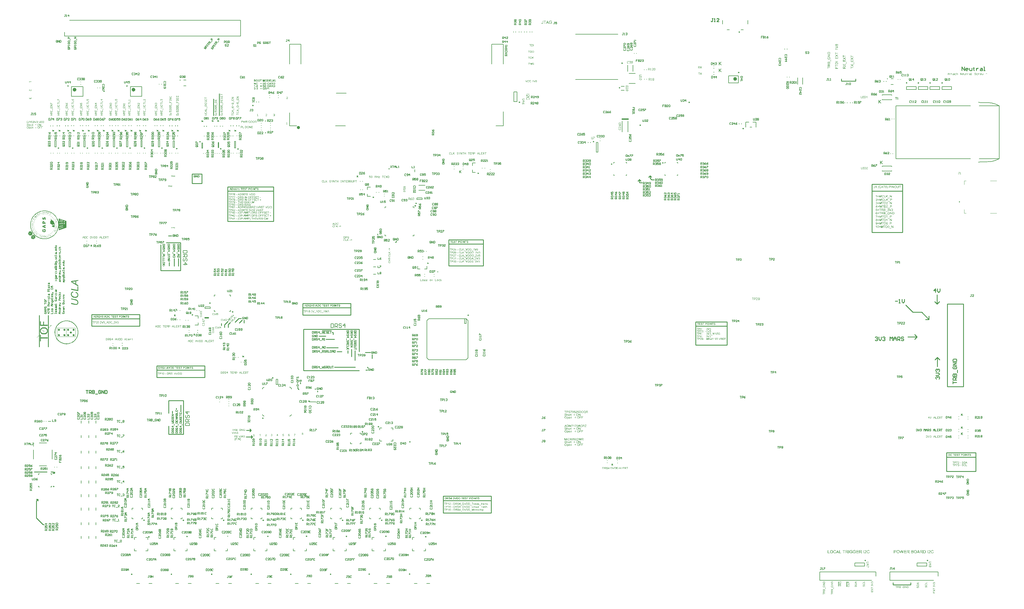
<source format=gto>
G04*
G04 #@! TF.GenerationSoftware,Altium Limited,Altium Designer,20.2.6 (244)*
G04*
G04 Layer_Color=65535*
%FSLAX25Y25*%
%MOIN*%
G70*
G04*
G04 #@! TF.SameCoordinates,7BFF7E2D-F564-4378-804B-9DD5228BFDDE*
G04*
G04*
G04 #@! TF.FilePolarity,Positive*
G04*
G01*
G75*
%ADD10C,0.00984*%
%ADD11C,0.02000*%
%ADD12C,0.00787*%
%ADD13C,0.00600*%
%ADD14C,0.01000*%
%ADD15C,0.00800*%
%ADD16C,0.02362*%
%ADD17C,0.00630*%
%ADD18C,0.01575*%
%ADD19C,0.00700*%
%ADD20C,0.00197*%
%ADD21C,0.00500*%
%ADD22C,0.00472*%
%ADD23C,0.00598*%
%ADD24C,0.00138*%
%ADD25C,0.00945*%
%ADD26C,0.00475*%
%ADD27C,0.00236*%
%ADD28C,0.00400*%
G36*
X553765Y540874D02*
X553798Y540871D01*
X553838Y540867D01*
X553878Y540863D01*
X553925Y540852D01*
X554023Y540831D01*
X554133Y540798D01*
X554187Y540776D01*
X554238Y540750D01*
X554289Y540718D01*
X554340Y540685D01*
X554344Y540681D01*
X554351Y540678D01*
X554365Y540667D01*
X554384Y540649D01*
X554402Y540630D01*
X554427Y540605D01*
X554453Y540576D01*
X554482Y540547D01*
X554511Y540510D01*
X554540Y540466D01*
X554573Y540423D01*
X554602Y540376D01*
X554628Y540321D01*
X554657Y540266D01*
X554678Y540208D01*
X554700Y540142D01*
X554373Y540066D01*
Y540070D01*
X554369Y540077D01*
X554362Y540092D01*
X554355Y540110D01*
X554347Y540132D01*
X554336Y540161D01*
X554307Y540219D01*
X554271Y540284D01*
X554227Y540350D01*
X554173Y540412D01*
X554114Y540466D01*
X554107Y540474D01*
X554085Y540488D01*
X554049Y540507D01*
X554002Y540532D01*
X553940Y540554D01*
X553870Y540576D01*
X553787Y540590D01*
X553696Y540594D01*
X553667D01*
X553648Y540590D01*
X553623D01*
X553594Y540587D01*
X553525Y540576D01*
X553448Y540561D01*
X553368Y540536D01*
X553284Y540499D01*
X553208Y540452D01*
X553204D01*
X553201Y540445D01*
X553175Y540426D01*
X553142Y540397D01*
X553102Y540354D01*
X553055Y540299D01*
X553011Y540237D01*
X552971Y540161D01*
X552935Y540077D01*
Y540073D01*
X552931Y540066D01*
X552928Y540055D01*
X552924Y540037D01*
X552917Y540015D01*
X552910Y539990D01*
X552899Y539928D01*
X552884Y539855D01*
X552870Y539775D01*
X552862Y539687D01*
X552858Y539593D01*
Y539589D01*
Y539578D01*
Y539560D01*
Y539538D01*
X552862Y539513D01*
Y539480D01*
X552866Y539444D01*
X552870Y539404D01*
X552880Y539316D01*
X552899Y539222D01*
X552920Y539127D01*
X552949Y539032D01*
Y539029D01*
X552953Y539021D01*
X552960Y539010D01*
X552968Y538992D01*
X552990Y538949D01*
X553022Y538898D01*
X553062Y538839D01*
X553113Y538777D01*
X553172Y538723D01*
X553241Y538672D01*
X553244D01*
X553252Y538668D01*
X553263Y538661D01*
X553277Y538654D01*
X553295Y538647D01*
X553317Y538636D01*
X553368Y538614D01*
X553434Y538592D01*
X553507Y538574D01*
X553586Y538559D01*
X553670Y538555D01*
X553696D01*
X553718Y538559D01*
X553743D01*
X553768Y538563D01*
X553834Y538577D01*
X553910Y538595D01*
X553987Y538625D01*
X554067Y538665D01*
X554107Y538687D01*
X554143Y538716D01*
X554147Y538719D01*
X554151Y538723D01*
X554162Y538734D01*
X554176Y538745D01*
X554191Y538763D01*
X554209Y538785D01*
X554231Y538807D01*
X554249Y538836D01*
X554271Y538869D01*
X554296Y538905D01*
X554318Y538941D01*
X554340Y538985D01*
X554358Y539032D01*
X554376Y539083D01*
X554395Y539138D01*
X554409Y539196D01*
X554744Y539112D01*
Y539109D01*
X554740Y539094D01*
X554733Y539072D01*
X554722Y539043D01*
X554711Y539010D01*
X554697Y538971D01*
X554678Y538927D01*
X554657Y538879D01*
X554606Y538777D01*
X554540Y538676D01*
X554500Y538625D01*
X554460Y538574D01*
X554417Y538530D01*
X554365Y538486D01*
X554362Y538483D01*
X554355Y538475D01*
X554336Y538468D01*
X554318Y538454D01*
X554289Y538435D01*
X554260Y538417D01*
X554220Y538399D01*
X554180Y538381D01*
X554133Y538359D01*
X554082Y538341D01*
X554027Y538322D01*
X553969Y538304D01*
X553907Y538290D01*
X553841Y538282D01*
X553772Y538275D01*
X553699Y538272D01*
X553659D01*
X553630Y538275D01*
X553597D01*
X553557Y538279D01*
X553514Y538286D01*
X553463Y538293D01*
X553357Y538312D01*
X553248Y538341D01*
X553139Y538381D01*
X553088Y538406D01*
X553037Y538435D01*
X553033Y538439D01*
X553026Y538443D01*
X553011Y538454D01*
X552997Y538468D01*
X552975Y538483D01*
X552949Y538505D01*
X552920Y538530D01*
X552891Y538559D01*
X552862Y538592D01*
X552829Y538625D01*
X552764Y538708D01*
X552702Y538807D01*
X552647Y538916D01*
Y538919D01*
X552640Y538930D01*
X552636Y538949D01*
X552626Y538971D01*
X552618Y539000D01*
X552607Y539036D01*
X552593Y539076D01*
X552582Y539120D01*
X552571Y539167D01*
X552556Y539222D01*
X552538Y539334D01*
X552524Y539462D01*
X552516Y539593D01*
Y539597D01*
Y539611D01*
Y539633D01*
X552520Y539658D01*
Y539695D01*
X552524Y539731D01*
X552527Y539779D01*
X552535Y539826D01*
X552553Y539931D01*
X552578Y540048D01*
X552615Y540164D01*
X552666Y540277D01*
X552669Y540281D01*
X552673Y540292D01*
X552680Y540306D01*
X552695Y540324D01*
X552709Y540350D01*
X552728Y540379D01*
X552775Y540445D01*
X552837Y540518D01*
X552910Y540590D01*
X552993Y540663D01*
X553091Y540725D01*
X553095Y540729D01*
X553106Y540732D01*
X553121Y540739D01*
X553139Y540750D01*
X553168Y540761D01*
X553197Y540772D01*
X553233Y540787D01*
X553273Y540801D01*
X553317Y540816D01*
X553365Y540831D01*
X553466Y540852D01*
X553583Y540871D01*
X553703Y540878D01*
X553739D01*
X553765Y540874D01*
D02*
G37*
G36*
X558078Y539811D02*
X559181Y538315D01*
X558741D01*
X557845Y539586D01*
X557434Y539189D01*
Y538315D01*
X557099D01*
Y540834D01*
X557434D01*
Y539582D01*
X558679Y540834D01*
X559134D01*
X558078Y539811D01*
D02*
G37*
G36*
X551257Y539072D02*
X550300D01*
Y539382D01*
X551257D01*
Y539072D01*
D02*
G37*
G36*
X573829Y538315D02*
X573479D01*
X572504Y540834D01*
X572868D01*
X573523Y539003D01*
Y539000D01*
X573526Y538992D01*
X573530Y538981D01*
X573537Y538967D01*
X573541Y538945D01*
X573548Y538923D01*
X573566Y538869D01*
X573588Y538807D01*
X573610Y538737D01*
X573654Y538592D01*
Y538595D01*
X573658Y538603D01*
X573661Y538614D01*
X573665Y538628D01*
X573676Y538668D01*
X573694Y538723D01*
X573712Y538785D01*
X573734Y538854D01*
X573759Y538927D01*
X573788Y539003D01*
X574473Y540834D01*
X574811D01*
X573829Y538315D01*
D02*
G37*
G36*
X562483D02*
X562133D01*
X561158Y540834D01*
X561522D01*
X562177Y539003D01*
Y539000D01*
X562181Y538992D01*
X562184Y538981D01*
X562191Y538967D01*
X562195Y538945D01*
X562202Y538923D01*
X562221Y538869D01*
X562243Y538807D01*
X562264Y538737D01*
X562308Y538592D01*
Y538595D01*
X562312Y538603D01*
X562315Y538614D01*
X562319Y538628D01*
X562330Y538668D01*
X562348Y538723D01*
X562366Y538785D01*
X562388Y538854D01*
X562414Y538927D01*
X562443Y539003D01*
X563127Y540834D01*
X563465D01*
X562483Y538315D01*
D02*
G37*
G36*
X548949Y540507D02*
X547941D01*
X547806Y539826D01*
X547810Y539829D01*
X547817Y539833D01*
X547828Y539840D01*
X547846Y539851D01*
X547868Y539862D01*
X547894Y539877D01*
X547952Y539906D01*
X548025Y539935D01*
X548105Y539960D01*
X548192Y539979D01*
X548236Y539986D01*
X548316D01*
X548338Y539982D01*
X548367Y539979D01*
X548399Y539975D01*
X548436Y539968D01*
X548476Y539957D01*
X548563Y539931D01*
X548611Y539913D01*
X548658Y539888D01*
X548705Y539862D01*
X548753Y539833D01*
X548796Y539797D01*
X548840Y539757D01*
X548844Y539753D01*
X548851Y539746D01*
X548862Y539735D01*
X548876Y539717D01*
X548895Y539691D01*
X548913Y539666D01*
X548935Y539633D01*
X548956Y539597D01*
X548975Y539557D01*
X548996Y539513D01*
X549015Y539462D01*
X549033Y539411D01*
X549048Y539356D01*
X549058Y539294D01*
X549066Y539232D01*
X549069Y539167D01*
Y539163D01*
Y539152D01*
Y539134D01*
X549066Y539109D01*
X549062Y539080D01*
X549058Y539047D01*
X549051Y539007D01*
X549044Y538967D01*
X549022Y538872D01*
X548986Y538774D01*
X548964Y538723D01*
X548935Y538676D01*
X548906Y538625D01*
X548869Y538577D01*
X548866Y538574D01*
X548858Y538563D01*
X548844Y538548D01*
X548825Y538530D01*
X548800Y538508D01*
X548771Y538479D01*
X548734Y538454D01*
X548694Y538424D01*
X548651Y538395D01*
X548600Y538370D01*
X548545Y538344D01*
X548487Y538319D01*
X548425Y538301D01*
X548356Y538286D01*
X548283Y538275D01*
X548207Y538272D01*
X548174D01*
X548148Y538275D01*
X548119Y538279D01*
X548087Y538282D01*
X548046Y538286D01*
X548006Y538297D01*
X547915Y538319D01*
X547824Y538352D01*
X547777Y538374D01*
X547730Y538399D01*
X547686Y538428D01*
X547642Y538461D01*
X547639Y538464D01*
X547632Y538468D01*
X547624Y538483D01*
X547610Y538497D01*
X547591Y538516D01*
X547573Y538537D01*
X547551Y538566D01*
X547533Y538599D01*
X547511Y538632D01*
X547490Y538672D01*
X547449Y538759D01*
X547417Y538861D01*
X547406Y538916D01*
X547399Y538974D01*
X547722Y539000D01*
Y538996D01*
Y538989D01*
X547726Y538978D01*
X547730Y538960D01*
X547741Y538919D01*
X547755Y538865D01*
X547777Y538810D01*
X547806Y538748D01*
X547843Y538694D01*
X547886Y538643D01*
X547894Y538639D01*
X547908Y538625D01*
X547937Y538607D01*
X547977Y538585D01*
X548021Y538563D01*
X548076Y538545D01*
X548138Y538530D01*
X548207Y538526D01*
X548229D01*
X548243Y538530D01*
X548287Y538534D01*
X548338Y538548D01*
X548399Y538566D01*
X548461Y538595D01*
X548527Y538639D01*
X548556Y538665D01*
X548585Y538694D01*
X548589Y538697D01*
X548593Y538701D01*
X548600Y538712D01*
X548611Y538723D01*
X548636Y538763D01*
X548665Y538814D01*
X548691Y538876D01*
X548716Y538952D01*
X548734Y539043D01*
X548742Y539091D01*
Y539142D01*
Y539145D01*
Y539152D01*
Y539167D01*
X548738Y539185D01*
Y539207D01*
X548734Y539232D01*
X548724Y539291D01*
X548705Y539360D01*
X548680Y539429D01*
X548643Y539495D01*
X548593Y539557D01*
Y539560D01*
X548585Y539564D01*
X548567Y539582D01*
X548534Y539607D01*
X548490Y539637D01*
X548432Y539662D01*
X548367Y539687D01*
X548290Y539706D01*
X548247Y539713D01*
X548177D01*
X548148Y539709D01*
X548112Y539706D01*
X548068Y539695D01*
X548025Y539684D01*
X547977Y539666D01*
X547930Y539644D01*
X547926Y539640D01*
X547912Y539633D01*
X547890Y539615D01*
X547861Y539597D01*
X547832Y539571D01*
X547803Y539538D01*
X547770Y539505D01*
X547744Y539466D01*
X547453Y539505D01*
X547697Y540801D01*
X548949D01*
Y540507D01*
D02*
G37*
G36*
X571845Y538315D02*
X571535D01*
Y540284D01*
X571532Y540281D01*
X571514Y540266D01*
X571492Y540244D01*
X571455Y540219D01*
X571415Y540186D01*
X571364Y540150D01*
X571306Y540110D01*
X571241Y540070D01*
X571237D01*
X571233Y540066D01*
X571211Y540052D01*
X571175Y540033D01*
X571131Y540012D01*
X571080Y539986D01*
X571026Y539960D01*
X570971Y539935D01*
X570917Y539913D01*
Y540212D01*
X570920D01*
X570927Y540219D01*
X570942Y540223D01*
X570960Y540234D01*
X570982Y540244D01*
X571008Y540259D01*
X571069Y540295D01*
X571142Y540336D01*
X571215Y540386D01*
X571291Y540445D01*
X571368Y540507D01*
X571372Y540510D01*
X571375Y540514D01*
X571386Y540525D01*
X571401Y540536D01*
X571433Y540572D01*
X571477Y540616D01*
X571521Y540667D01*
X571568Y540725D01*
X571608Y540783D01*
X571645Y540845D01*
X571845D01*
Y538315D01*
D02*
G37*
G36*
X567342Y540831D02*
X567415Y540827D01*
X567488Y540820D01*
X567560Y540809D01*
X567622Y540798D01*
X567626D01*
X567633Y540794D01*
X567644D01*
X567659Y540787D01*
X567699Y540776D01*
X567750Y540758D01*
X567808Y540732D01*
X567870Y540699D01*
X567932Y540663D01*
X567990Y540616D01*
X567994Y540612D01*
X567997Y540609D01*
X568008Y540597D01*
X568023Y540587D01*
X568059Y540550D01*
X568103Y540499D01*
X568150Y540437D01*
X568201Y540365D01*
X568249Y540281D01*
X568289Y540186D01*
Y540183D01*
X568292Y540175D01*
X568299Y540161D01*
X568303Y540139D01*
X568314Y540113D01*
X568321Y540084D01*
X568329Y540052D01*
X568339Y540012D01*
X568350Y539971D01*
X568358Y539924D01*
X568376Y539822D01*
X568387Y539709D01*
X568390Y539586D01*
Y539582D01*
Y539575D01*
Y539557D01*
Y539538D01*
X568387Y539513D01*
Y539484D01*
X568383Y539415D01*
X568372Y539334D01*
X568361Y539251D01*
X568343Y539163D01*
X568321Y539076D01*
Y539072D01*
X568318Y539065D01*
X568314Y539054D01*
X568310Y539040D01*
X568296Y539000D01*
X568274Y538949D01*
X568252Y538890D01*
X568223Y538832D01*
X568187Y538770D01*
X568150Y538712D01*
X568147Y538705D01*
X568132Y538687D01*
X568110Y538661D01*
X568081Y538628D01*
X568048Y538592D01*
X568008Y538555D01*
X567968Y538516D01*
X567921Y538483D01*
X567914Y538479D01*
X567899Y538468D01*
X567873Y538454D01*
X567837Y538435D01*
X567794Y538413D01*
X567742Y538395D01*
X567684Y538374D01*
X567619Y538355D01*
X567612D01*
X567600Y538352D01*
X567590Y538348D01*
X567553Y538344D01*
X567502Y538337D01*
X567444Y538330D01*
X567375Y538322D01*
X567298Y538319D01*
X567215Y538315D01*
X566308D01*
Y540834D01*
X567277D01*
X567342Y540831D01*
D02*
G37*
G36*
X564801D02*
X564874Y540827D01*
X564947Y540820D01*
X565020Y540809D01*
X565082Y540798D01*
X565085D01*
X565093Y540794D01*
X565103D01*
X565118Y540787D01*
X565158Y540776D01*
X565209Y540758D01*
X565267Y540732D01*
X565329Y540699D01*
X565391Y540663D01*
X565449Y540616D01*
X565453Y540612D01*
X565457Y540609D01*
X565468Y540597D01*
X565482Y540587D01*
X565519Y540550D01*
X565562Y540499D01*
X565610Y540437D01*
X565660Y540365D01*
X565708Y540281D01*
X565748Y540186D01*
Y540183D01*
X565751Y540175D01*
X565759Y540161D01*
X565762Y540139D01*
X565773Y540113D01*
X565780Y540084D01*
X565788Y540052D01*
X565799Y540012D01*
X565810Y539971D01*
X565817Y539924D01*
X565835Y539822D01*
X565846Y539709D01*
X565850Y539586D01*
Y539582D01*
Y539575D01*
Y539557D01*
Y539538D01*
X565846Y539513D01*
Y539484D01*
X565842Y539415D01*
X565832Y539334D01*
X565821Y539251D01*
X565802Y539163D01*
X565780Y539076D01*
Y539072D01*
X565777Y539065D01*
X565773Y539054D01*
X565770Y539040D01*
X565755Y539000D01*
X565733Y538949D01*
X565711Y538890D01*
X565682Y538832D01*
X565646Y538770D01*
X565610Y538712D01*
X565606Y538705D01*
X565591Y538687D01*
X565569Y538661D01*
X565540Y538628D01*
X565508Y538592D01*
X565468Y538555D01*
X565427Y538516D01*
X565380Y538483D01*
X565373Y538479D01*
X565358Y538468D01*
X565333Y538454D01*
X565296Y538435D01*
X565253Y538413D01*
X565202Y538395D01*
X565143Y538374D01*
X565078Y538355D01*
X565071D01*
X565060Y538352D01*
X565049Y538348D01*
X565013Y538344D01*
X564961Y538337D01*
X564903Y538330D01*
X564834Y538322D01*
X564758Y538319D01*
X564674Y538315D01*
X563768D01*
Y540834D01*
X564736D01*
X564801Y540831D01*
D02*
G37*
G36*
X555476Y538614D02*
X556717D01*
Y538315D01*
X555141D01*
Y540834D01*
X555476D01*
Y538614D01*
D02*
G37*
G36*
X546336Y540841D02*
X546365Y540838D01*
X546401Y540834D01*
X546441Y540827D01*
X546481Y540820D01*
X546576Y540794D01*
X546670Y540758D01*
X546718Y540736D01*
X546765Y540710D01*
X546809Y540678D01*
X546849Y540641D01*
X546852Y540638D01*
X546860Y540634D01*
X546867Y540619D01*
X546882Y540605D01*
X546900Y540587D01*
X546918Y540561D01*
X546936Y540536D01*
X546958Y540503D01*
X546994Y540434D01*
X547031Y540346D01*
X547046Y540303D01*
X547053Y540252D01*
X547060Y540201D01*
X547064Y540146D01*
Y540139D01*
Y540121D01*
X547060Y540092D01*
X547056Y540052D01*
X547049Y540008D01*
X547035Y539957D01*
X547020Y539902D01*
X546998Y539848D01*
X546994Y539840D01*
X546987Y539822D01*
X546973Y539793D01*
X546951Y539753D01*
X546922Y539709D01*
X546885Y539655D01*
X546842Y539600D01*
X546791Y539538D01*
X546783Y539531D01*
X546765Y539509D01*
X546747Y539491D01*
X546729Y539473D01*
X546707Y539451D01*
X546678Y539422D01*
X546649Y539393D01*
X546612Y539360D01*
X546576Y539324D01*
X546532Y539284D01*
X546485Y539244D01*
X546434Y539196D01*
X546376Y539149D01*
X546317Y539098D01*
X546314Y539094D01*
X546307Y539087D01*
X546292Y539076D01*
X546274Y539061D01*
X546252Y539040D01*
X546227Y539018D01*
X546168Y538971D01*
X546106Y538916D01*
X546048Y538861D01*
X545997Y538814D01*
X545975Y538796D01*
X545957Y538777D01*
X545954Y538774D01*
X545942Y538763D01*
X545928Y538748D01*
X545910Y538727D01*
X545892Y538701D01*
X545870Y538676D01*
X545826Y538614D01*
X547067D01*
Y538315D01*
X545397D01*
Y538319D01*
Y538334D01*
Y538355D01*
X545400Y538384D01*
X545404Y538417D01*
X545411Y538454D01*
X545418Y538490D01*
X545433Y538530D01*
Y538534D01*
X545437Y538537D01*
X545444Y538559D01*
X545458Y538592D01*
X545480Y538636D01*
X545509Y538687D01*
X545546Y538745D01*
X545586Y538803D01*
X545637Y538865D01*
Y538869D01*
X545644Y538872D01*
X545662Y538894D01*
X545695Y538927D01*
X545742Y538974D01*
X545797Y539029D01*
X545866Y539094D01*
X545950Y539167D01*
X546041Y539244D01*
X546044Y539247D01*
X546059Y539258D01*
X546081Y539276D01*
X546106Y539298D01*
X546139Y539327D01*
X546179Y539360D01*
X546219Y539396D01*
X546267Y539436D01*
X546357Y539524D01*
X546449Y539611D01*
X546492Y539655D01*
X546532Y539699D01*
X546569Y539739D01*
X546598Y539779D01*
Y539782D01*
X546605Y539786D01*
X546612Y539797D01*
X546620Y539811D01*
X546645Y539851D01*
X546674Y539899D01*
X546700Y539957D01*
X546725Y540019D01*
X546740Y540088D01*
X546747Y540154D01*
Y540157D01*
Y540161D01*
X546743Y540183D01*
X546740Y540219D01*
X546729Y540259D01*
X546714Y540310D01*
X546689Y540361D01*
X546656Y540412D01*
X546612Y540463D01*
X546605Y540470D01*
X546587Y540485D01*
X546561Y540503D01*
X546521Y540528D01*
X546470Y540550D01*
X546412Y540572D01*
X546343Y540587D01*
X546267Y540590D01*
X546245D01*
X546230Y540587D01*
X546186Y540583D01*
X546136Y540572D01*
X546081Y540557D01*
X546019Y540532D01*
X545961Y540499D01*
X545906Y540456D01*
X545899Y540448D01*
X545884Y540430D01*
X545862Y540401D01*
X545841Y540357D01*
X545815Y540306D01*
X545793Y540241D01*
X545779Y540168D01*
X545772Y540084D01*
X545455Y540117D01*
Y540121D01*
X545458Y540132D01*
Y540150D01*
X545462Y540175D01*
X545469Y540204D01*
X545477Y540237D01*
X545487Y540277D01*
X545499Y540317D01*
X545528Y540405D01*
X545571Y540492D01*
X545597Y540536D01*
X545630Y540579D01*
X545662Y540619D01*
X545699Y540656D01*
X545702Y540659D01*
X545710Y540663D01*
X545720Y540674D01*
X545739Y540685D01*
X545760Y540699D01*
X545786Y540714D01*
X545815Y540732D01*
X545852Y540750D01*
X545892Y540769D01*
X545935Y540787D01*
X545983Y540801D01*
X546033Y540816D01*
X546088Y540827D01*
X546146Y540838D01*
X546208Y540841D01*
X546274Y540845D01*
X546310D01*
X546336Y540841D01*
D02*
G37*
G36*
X544308Y540831D02*
X544370Y540827D01*
X544436Y540823D01*
X544497Y540816D01*
X544552Y540809D01*
X544559D01*
X544585Y540801D01*
X544618Y540794D01*
X544661Y540783D01*
X544709Y540765D01*
X544760Y540743D01*
X544814Y540718D01*
X544862Y540689D01*
X544869Y540685D01*
X544883Y540674D01*
X544905Y540652D01*
X544934Y540627D01*
X544967Y540594D01*
X545000Y540550D01*
X545036Y540503D01*
X545065Y540448D01*
X545069Y540441D01*
X545076Y540423D01*
X545091Y540390D01*
X545105Y540346D01*
X545116Y540295D01*
X545131Y540237D01*
X545138Y540172D01*
X545142Y540102D01*
Y540099D01*
Y540088D01*
Y540073D01*
X545138Y540048D01*
X545134Y540022D01*
X545131Y539990D01*
X545123Y539953D01*
X545116Y539913D01*
X545091Y539829D01*
X545076Y539786D01*
X545054Y539739D01*
X545029Y539691D01*
X545003Y539647D01*
X544971Y539604D01*
X544934Y539560D01*
X544931Y539557D01*
X544923Y539549D01*
X544912Y539538D01*
X544894Y539527D01*
X544872Y539509D01*
X544843Y539491D01*
X544807Y539469D01*
X544767Y539451D01*
X544720Y539429D01*
X544665Y539407D01*
X544607Y539389D01*
X544537Y539374D01*
X544465Y539360D01*
X544385Y539349D01*
X544294Y539342D01*
X544199Y539338D01*
X543555D01*
Y538315D01*
X543220D01*
Y540834D01*
X544254D01*
X544308Y540831D01*
D02*
G37*
G36*
X542874Y540536D02*
X542044D01*
Y538315D01*
X541709D01*
Y540536D01*
X540879D01*
Y540834D01*
X542874D01*
Y540536D01*
D02*
G37*
G36*
X575860Y540841D02*
X575889Y540838D01*
X575922Y540834D01*
X575958Y540831D01*
X575994Y540820D01*
X576082Y540798D01*
X576169Y540765D01*
X576213Y540743D01*
X576257Y540718D01*
X576297Y540685D01*
X576336Y540652D01*
X576340Y540649D01*
X576344Y540645D01*
X576355Y540634D01*
X576369Y540619D01*
X576384Y540597D01*
X576402Y540576D01*
X576439Y540521D01*
X576475Y540452D01*
X576508Y540372D01*
X576533Y540281D01*
X576537Y540234D01*
X576540Y540183D01*
Y540179D01*
Y540175D01*
Y540154D01*
X576537Y540121D01*
X576530Y540081D01*
X576518Y540030D01*
X576500Y539979D01*
X576478Y539928D01*
X576446Y539877D01*
X576442Y539869D01*
X576428Y539855D01*
X576406Y539833D01*
X576377Y539804D01*
X576336Y539771D01*
X576289Y539739D01*
X576235Y539706D01*
X576169Y539677D01*
X576173D01*
X576180Y539673D01*
X576191Y539669D01*
X576205Y539662D01*
X576249Y539644D01*
X576300Y539618D01*
X576355Y539582D01*
X576413Y539542D01*
X576468Y539491D01*
X576518Y539433D01*
Y539429D01*
X576522Y539426D01*
X576537Y539404D01*
X576559Y539367D01*
X576580Y539320D01*
X576602Y539262D01*
X576624Y539192D01*
X576639Y539116D01*
X576642Y539032D01*
Y539029D01*
Y539018D01*
Y539000D01*
X576639Y538978D01*
X576635Y538952D01*
X576631Y538919D01*
X576624Y538883D01*
X576613Y538843D01*
X576588Y538759D01*
X576570Y538712D01*
X576544Y538668D01*
X576518Y538621D01*
X576489Y538577D01*
X576453Y538534D01*
X576413Y538490D01*
X576409Y538486D01*
X576402Y538479D01*
X576391Y538468D01*
X576373Y538457D01*
X576347Y538439D01*
X576322Y538421D01*
X576289Y538403D01*
X576253Y538381D01*
X576213Y538359D01*
X576165Y538341D01*
X576115Y538322D01*
X576063Y538304D01*
X576005Y538293D01*
X575943Y538282D01*
X575881Y538275D01*
X575812Y538272D01*
X575776D01*
X575750Y538275D01*
X575718Y538279D01*
X575681Y538282D01*
X575641Y538290D01*
X575598Y538301D01*
X575499Y538326D01*
X575448Y538344D01*
X575401Y538363D01*
X575350Y538388D01*
X575299Y538417D01*
X575252Y538450D01*
X575208Y538490D01*
X575205Y538494D01*
X575197Y538501D01*
X575186Y538512D01*
X575172Y538530D01*
X575157Y538552D01*
X575135Y538577D01*
X575117Y538607D01*
X575095Y538643D01*
X575073Y538679D01*
X575055Y538723D01*
X575019Y538814D01*
X575004Y538869D01*
X574993Y538923D01*
X574986Y538981D01*
X574983Y539040D01*
Y539043D01*
Y539050D01*
Y539065D01*
X574986Y539080D01*
Y539102D01*
X574990Y539127D01*
X574997Y539185D01*
X575012Y539251D01*
X575033Y539316D01*
X575066Y539385D01*
X575106Y539451D01*
Y539455D01*
X575113Y539458D01*
X575128Y539476D01*
X575157Y539505D01*
X575197Y539542D01*
X575248Y539578D01*
X575310Y539618D01*
X575379Y539651D01*
X575463Y539677D01*
X575459D01*
X575456Y539680D01*
X575445Y539684D01*
X575430Y539691D01*
X575397Y539706D01*
X575354Y539728D01*
X575306Y539757D01*
X575259Y539793D01*
X575215Y539833D01*
X575175Y539877D01*
X575172Y539884D01*
X575161Y539899D01*
X575146Y539928D01*
X575132Y539964D01*
X575113Y540012D01*
X575099Y540066D01*
X575088Y540128D01*
X575084Y540194D01*
Y540197D01*
Y540204D01*
Y540219D01*
X575088Y540241D01*
X575092Y540263D01*
X575095Y540292D01*
X575110Y540354D01*
X575132Y540426D01*
X575168Y540503D01*
X575190Y540543D01*
X575215Y540583D01*
X575248Y540619D01*
X575281Y540656D01*
X575285Y540659D01*
X575292Y540663D01*
X575303Y540674D01*
X575317Y540685D01*
X575336Y540699D01*
X575361Y540714D01*
X575390Y540732D01*
X575419Y540750D01*
X575456Y540769D01*
X575496Y540787D01*
X575539Y540801D01*
X575587Y540816D01*
X575689Y540838D01*
X575747Y540841D01*
X575805Y540845D01*
X575838D01*
X575860Y540841D01*
D02*
G37*
G36*
X570571Y537616D02*
X568521D01*
Y537838D01*
X570571D01*
Y537616D01*
D02*
G37*
G36*
X561183D02*
X559134D01*
Y537838D01*
X561183D01*
Y537616D01*
D02*
G37*
G36*
X553765Y537109D02*
X553798Y537105D01*
X553838Y537102D01*
X553878Y537098D01*
X553925Y537087D01*
X554023Y537065D01*
X554133Y537033D01*
X554187Y537011D01*
X554238Y536985D01*
X554289Y536952D01*
X554340Y536920D01*
X554344Y536916D01*
X554351Y536912D01*
X554365Y536902D01*
X554384Y536883D01*
X554402Y536865D01*
X554427Y536840D01*
X554453Y536810D01*
X554482Y536781D01*
X554511Y536745D01*
X554540Y536701D01*
X554573Y536658D01*
X554602Y536610D01*
X554628Y536556D01*
X554657Y536501D01*
X554678Y536443D01*
X554700Y536377D01*
X554373Y536301D01*
Y536305D01*
X554369Y536312D01*
X554362Y536326D01*
X554355Y536345D01*
X554347Y536366D01*
X554336Y536396D01*
X554307Y536454D01*
X554271Y536519D01*
X554227Y536585D01*
X554173Y536647D01*
X554114Y536701D01*
X554107Y536709D01*
X554085Y536723D01*
X554049Y536741D01*
X554002Y536767D01*
X553940Y536789D01*
X553870Y536810D01*
X553787Y536825D01*
X553696Y536829D01*
X553667D01*
X553648Y536825D01*
X553623D01*
X553594Y536821D01*
X553525Y536810D01*
X553448Y536796D01*
X553368Y536770D01*
X553284Y536734D01*
X553208Y536687D01*
X553204D01*
X553201Y536679D01*
X553175Y536661D01*
X553142Y536632D01*
X553102Y536588D01*
X553055Y536534D01*
X553011Y536472D01*
X552971Y536396D01*
X552935Y536312D01*
Y536308D01*
X552931Y536301D01*
X552928Y536290D01*
X552924Y536272D01*
X552917Y536250D01*
X552910Y536224D01*
X552899Y536163D01*
X552884Y536090D01*
X552870Y536010D01*
X552862Y535922D01*
X552858Y535828D01*
Y535824D01*
Y535813D01*
Y535795D01*
Y535773D01*
X552862Y535748D01*
Y535715D01*
X552866Y535678D01*
X552870Y535638D01*
X552880Y535551D01*
X552899Y535456D01*
X552920Y535362D01*
X552949Y535267D01*
Y535263D01*
X552953Y535256D01*
X552960Y535245D01*
X552968Y535227D01*
X552990Y535183D01*
X553022Y535132D01*
X553062Y535074D01*
X553113Y535012D01*
X553172Y534958D01*
X553241Y534907D01*
X553244D01*
X553252Y534903D01*
X553263Y534896D01*
X553277Y534889D01*
X553295Y534881D01*
X553317Y534870D01*
X553368Y534848D01*
X553434Y534827D01*
X553507Y534808D01*
X553586Y534794D01*
X553670Y534790D01*
X553696D01*
X553718Y534794D01*
X553743D01*
X553768Y534798D01*
X553834Y534812D01*
X553910Y534830D01*
X553987Y534859D01*
X554067Y534900D01*
X554107Y534921D01*
X554143Y534950D01*
X554147Y534954D01*
X554151Y534958D01*
X554162Y534969D01*
X554176Y534980D01*
X554191Y534998D01*
X554209Y535020D01*
X554231Y535041D01*
X554249Y535071D01*
X554271Y535103D01*
X554296Y535140D01*
X554318Y535176D01*
X554340Y535220D01*
X554358Y535267D01*
X554376Y535318D01*
X554395Y535373D01*
X554409Y535431D01*
X554744Y535347D01*
Y535344D01*
X554740Y535329D01*
X554733Y535307D01*
X554722Y535278D01*
X554711Y535245D01*
X554697Y535205D01*
X554678Y535162D01*
X554657Y535114D01*
X554606Y535012D01*
X554540Y534910D01*
X554500Y534859D01*
X554460Y534808D01*
X554417Y534765D01*
X554365Y534721D01*
X554362Y534718D01*
X554355Y534710D01*
X554336Y534703D01*
X554318Y534688D01*
X554289Y534670D01*
X554260Y534652D01*
X554220Y534634D01*
X554180Y534616D01*
X554133Y534594D01*
X554082Y534576D01*
X554027Y534557D01*
X553969Y534539D01*
X553907Y534525D01*
X553841Y534517D01*
X553772Y534510D01*
X553699Y534506D01*
X553659D01*
X553630Y534510D01*
X553597D01*
X553557Y534514D01*
X553514Y534521D01*
X553463Y534528D01*
X553357Y534546D01*
X553248Y534576D01*
X553139Y534616D01*
X553088Y534641D01*
X553037Y534670D01*
X553033Y534674D01*
X553026Y534677D01*
X553011Y534688D01*
X552997Y534703D01*
X552975Y534718D01*
X552949Y534739D01*
X552920Y534765D01*
X552891Y534794D01*
X552862Y534827D01*
X552829Y534859D01*
X552764Y534943D01*
X552702Y535041D01*
X552647Y535151D01*
Y535154D01*
X552640Y535165D01*
X552636Y535183D01*
X552626Y535205D01*
X552618Y535234D01*
X552607Y535271D01*
X552593Y535311D01*
X552582Y535355D01*
X552571Y535402D01*
X552556Y535456D01*
X552538Y535569D01*
X552524Y535697D01*
X552516Y535828D01*
Y535831D01*
Y535846D01*
Y535868D01*
X552520Y535893D01*
Y535930D01*
X552524Y535966D01*
X552527Y536013D01*
X552535Y536061D01*
X552553Y536166D01*
X552578Y536283D01*
X552615Y536399D01*
X552666Y536512D01*
X552669Y536516D01*
X552673Y536527D01*
X552680Y536541D01*
X552695Y536559D01*
X552709Y536585D01*
X552728Y536614D01*
X552775Y536679D01*
X552837Y536752D01*
X552910Y536825D01*
X552993Y536898D01*
X553091Y536960D01*
X553095Y536963D01*
X553106Y536967D01*
X553121Y536974D01*
X553139Y536985D01*
X553168Y536996D01*
X553197Y537007D01*
X553233Y537022D01*
X553273Y537036D01*
X553317Y537051D01*
X553365Y537065D01*
X553466Y537087D01*
X553583Y537105D01*
X553703Y537113D01*
X553739D01*
X553765Y537109D01*
D02*
G37*
G36*
X578590Y537076D02*
X578637Y537069D01*
X578695Y537058D01*
X578761Y537040D01*
X578826Y537018D01*
X578892Y536989D01*
X578896D01*
X578899Y536985D01*
X578921Y536974D01*
X578954Y536952D01*
X578990Y536927D01*
X579034Y536891D01*
X579077Y536851D01*
X579121Y536803D01*
X579157Y536749D01*
X579161Y536741D01*
X579172Y536723D01*
X579187Y536690D01*
X579205Y536650D01*
X579223Y536603D01*
X579238Y536548D01*
X579249Y536486D01*
X579252Y536425D01*
Y536417D01*
Y536396D01*
X579249Y536366D01*
X579241Y536326D01*
X579230Y536279D01*
X579212Y536228D01*
X579190Y536177D01*
X579161Y536126D01*
X579157Y536119D01*
X579147Y536104D01*
X579125Y536079D01*
X579096Y536050D01*
X579059Y536017D01*
X579016Y535981D01*
X578965Y535948D01*
X578903Y535915D01*
X578906D01*
X578914Y535911D01*
X578925Y535908D01*
X578939Y535904D01*
X578979Y535890D01*
X579030Y535868D01*
X579088Y535839D01*
X579147Y535802D01*
X579201Y535755D01*
X579252Y535700D01*
X579256Y535693D01*
X579270Y535671D01*
X579292Y535635D01*
X579314Y535587D01*
X579336Y535529D01*
X579358Y535460D01*
X579372Y535380D01*
X579376Y535293D01*
Y535289D01*
Y535278D01*
Y535260D01*
X579372Y535238D01*
X579369Y535209D01*
X579361Y535176D01*
X579354Y535140D01*
X579347Y535100D01*
X579318Y535012D01*
X579296Y534965D01*
X579274Y534921D01*
X579245Y534874D01*
X579212Y534827D01*
X579176Y534779D01*
X579132Y534736D01*
X579128Y534732D01*
X579121Y534725D01*
X579107Y534714D01*
X579088Y534699D01*
X579067Y534681D01*
X579037Y534663D01*
X579005Y534641D01*
X578965Y534623D01*
X578925Y534601D01*
X578877Y534579D01*
X578830Y534561D01*
X578775Y534543D01*
X578717Y534528D01*
X578655Y534517D01*
X578593Y534510D01*
X578524Y534506D01*
X578491D01*
X578470Y534510D01*
X578441Y534514D01*
X578408Y534517D01*
X578371Y534525D01*
X578331Y534532D01*
X578244Y534554D01*
X578153Y534590D01*
X578106Y534612D01*
X578062Y534637D01*
X578018Y534670D01*
X577975Y534703D01*
X577971Y534707D01*
X577964Y534714D01*
X577953Y534725D01*
X577942Y534739D01*
X577924Y534758D01*
X577905Y534783D01*
X577883Y534808D01*
X577862Y534841D01*
X577840Y534878D01*
X577818Y534914D01*
X577778Y535001D01*
X577745Y535103D01*
X577734Y535158D01*
X577727Y535216D01*
X578036Y535256D01*
Y535253D01*
X578040Y535245D01*
X578044Y535231D01*
X578047Y535213D01*
X578051Y535191D01*
X578058Y535165D01*
X578077Y535111D01*
X578102Y535045D01*
X578135Y534983D01*
X578171Y534925D01*
X578215Y534874D01*
X578222Y534870D01*
X578237Y534856D01*
X578266Y534838D01*
X578302Y534819D01*
X578346Y534798D01*
X578400Y534779D01*
X578462Y534765D01*
X578528Y534761D01*
X578550D01*
X578564Y534765D01*
X578604Y534768D01*
X578655Y534779D01*
X578714Y534798D01*
X578775Y534823D01*
X578837Y534859D01*
X578896Y534910D01*
X578903Y534918D01*
X578921Y534939D01*
X578943Y534972D01*
X578972Y535016D01*
X579001Y535071D01*
X579023Y535132D01*
X579041Y535205D01*
X579048Y535285D01*
Y535289D01*
Y535296D01*
Y535307D01*
X579045Y535322D01*
X579041Y535362D01*
X579030Y535409D01*
X579016Y535467D01*
X578990Y535526D01*
X578954Y535584D01*
X578906Y535638D01*
X578899Y535646D01*
X578881Y535660D01*
X578852Y535682D01*
X578812Y535708D01*
X578761Y535733D01*
X578699Y535755D01*
X578630Y535769D01*
X578553Y535777D01*
X578520D01*
X578495Y535773D01*
X578462Y535769D01*
X578426Y535762D01*
X578382Y535755D01*
X578335Y535744D01*
X578371Y536017D01*
X578390D01*
X578404Y536013D01*
X578451D01*
X578491Y536021D01*
X578539Y536028D01*
X578593Y536039D01*
X578655Y536057D01*
X578714Y536083D01*
X578775Y536115D01*
X578779D01*
X578783Y536119D01*
X578801Y536133D01*
X578826Y536159D01*
X578855Y536192D01*
X578885Y536239D01*
X578910Y536294D01*
X578928Y536355D01*
X578935Y536392D01*
Y536432D01*
Y536436D01*
Y536439D01*
Y536461D01*
X578928Y536490D01*
X578921Y536530D01*
X578906Y536574D01*
X578888Y536621D01*
X578859Y536668D01*
X578819Y536712D01*
X578815Y536716D01*
X578797Y536730D01*
X578772Y536749D01*
X578739Y536770D01*
X578695Y536789D01*
X578644Y536807D01*
X578586Y536821D01*
X578520Y536825D01*
X578491D01*
X578459Y536818D01*
X578415Y536810D01*
X578368Y536796D01*
X578320Y536778D01*
X578269Y536749D01*
X578222Y536712D01*
X578218Y536709D01*
X578204Y536690D01*
X578182Y536665D01*
X578157Y536628D01*
X578131Y536581D01*
X578106Y536523D01*
X578084Y536454D01*
X578069Y536374D01*
X577760Y536428D01*
Y536432D01*
X577763Y536443D01*
X577767Y536457D01*
X577771Y536479D01*
X577778Y536505D01*
X577789Y536534D01*
X577811Y536603D01*
X577847Y536683D01*
X577891Y536763D01*
X577945Y536840D01*
X578015Y536909D01*
X578018Y536912D01*
X578025Y536916D01*
X578036Y536923D01*
X578051Y536934D01*
X578069Y536949D01*
X578095Y536963D01*
X578120Y536978D01*
X578153Y536996D01*
X578226Y537025D01*
X578309Y537054D01*
X578408Y537073D01*
X578459Y537080D01*
X578550D01*
X578590Y537076D01*
D02*
G37*
G36*
X574284D02*
X574331Y537069D01*
X574389Y537058D01*
X574455Y537040D01*
X574520Y537018D01*
X574586Y536989D01*
X574589D01*
X574593Y536985D01*
X574615Y536974D01*
X574648Y536952D01*
X574684Y536927D01*
X574728Y536891D01*
X574771Y536851D01*
X574815Y536803D01*
X574851Y536749D01*
X574855Y536741D01*
X574866Y536723D01*
X574881Y536690D01*
X574899Y536650D01*
X574917Y536603D01*
X574931Y536548D01*
X574942Y536486D01*
X574946Y536425D01*
Y536417D01*
Y536396D01*
X574942Y536366D01*
X574935Y536326D01*
X574924Y536279D01*
X574906Y536228D01*
X574884Y536177D01*
X574855Y536126D01*
X574851Y536119D01*
X574840Y536104D01*
X574819Y536079D01*
X574789Y536050D01*
X574753Y536017D01*
X574710Y535981D01*
X574658Y535948D01*
X574597Y535915D01*
X574600D01*
X574608Y535911D01*
X574618Y535908D01*
X574633Y535904D01*
X574673Y535890D01*
X574724Y535868D01*
X574782Y535839D01*
X574840Y535802D01*
X574895Y535755D01*
X574946Y535700D01*
X574950Y535693D01*
X574964Y535671D01*
X574986Y535635D01*
X575008Y535587D01*
X575030Y535529D01*
X575052Y535460D01*
X575066Y535380D01*
X575070Y535293D01*
Y535289D01*
Y535278D01*
Y535260D01*
X575066Y535238D01*
X575063Y535209D01*
X575055Y535176D01*
X575048Y535140D01*
X575041Y535100D01*
X575012Y535012D01*
X574990Y534965D01*
X574968Y534921D01*
X574939Y534874D01*
X574906Y534827D01*
X574870Y534779D01*
X574826Y534736D01*
X574822Y534732D01*
X574815Y534725D01*
X574800Y534714D01*
X574782Y534699D01*
X574760Y534681D01*
X574731Y534663D01*
X574698Y534641D01*
X574658Y534623D01*
X574618Y534601D01*
X574571Y534579D01*
X574524Y534561D01*
X574469Y534543D01*
X574411Y534528D01*
X574349Y534517D01*
X574287Y534510D01*
X574218Y534506D01*
X574185D01*
X574163Y534510D01*
X574134Y534514D01*
X574102Y534517D01*
X574065Y534525D01*
X574025Y534532D01*
X573938Y534554D01*
X573847Y534590D01*
X573800Y534612D01*
X573756Y534637D01*
X573712Y534670D01*
X573668Y534703D01*
X573665Y534707D01*
X573658Y534714D01*
X573647Y534725D01*
X573636Y534739D01*
X573618Y534758D01*
X573599Y534783D01*
X573577Y534808D01*
X573556Y534841D01*
X573534Y534878D01*
X573512Y534914D01*
X573472Y535001D01*
X573439Y535103D01*
X573428Y535158D01*
X573421Y535216D01*
X573730Y535256D01*
Y535253D01*
X573734Y535245D01*
X573738Y535231D01*
X573741Y535213D01*
X573745Y535191D01*
X573752Y535165D01*
X573770Y535111D01*
X573796Y535045D01*
X573829Y534983D01*
X573865Y534925D01*
X573909Y534874D01*
X573916Y534870D01*
X573931Y534856D01*
X573960Y534838D01*
X573996Y534819D01*
X574040Y534798D01*
X574094Y534779D01*
X574156Y534765D01*
X574222Y534761D01*
X574243D01*
X574258Y534765D01*
X574298Y534768D01*
X574349Y534779D01*
X574407Y534798D01*
X574469Y534823D01*
X574531Y534859D01*
X574589Y534910D01*
X574597Y534918D01*
X574615Y534939D01*
X574637Y534972D01*
X574666Y535016D01*
X574695Y535071D01*
X574717Y535132D01*
X574735Y535205D01*
X574742Y535285D01*
Y535289D01*
Y535296D01*
Y535307D01*
X574739Y535322D01*
X574735Y535362D01*
X574724Y535409D01*
X574710Y535467D01*
X574684Y535526D01*
X574648Y535584D01*
X574600Y535638D01*
X574593Y535646D01*
X574575Y535660D01*
X574546Y535682D01*
X574506Y535708D01*
X574455Y535733D01*
X574393Y535755D01*
X574324Y535769D01*
X574247Y535777D01*
X574214D01*
X574189Y535773D01*
X574156Y535769D01*
X574120Y535762D01*
X574076Y535755D01*
X574029Y535744D01*
X574065Y536017D01*
X574083D01*
X574098Y536013D01*
X574145D01*
X574185Y536021D01*
X574233Y536028D01*
X574287Y536039D01*
X574349Y536057D01*
X574407Y536083D01*
X574469Y536115D01*
X574473D01*
X574476Y536119D01*
X574495Y536133D01*
X574520Y536159D01*
X574549Y536192D01*
X574578Y536239D01*
X574604Y536294D01*
X574622Y536355D01*
X574629Y536392D01*
Y536432D01*
Y536436D01*
Y536439D01*
Y536461D01*
X574622Y536490D01*
X574615Y536530D01*
X574600Y536574D01*
X574582Y536621D01*
X574553Y536668D01*
X574513Y536712D01*
X574509Y536716D01*
X574491Y536730D01*
X574466Y536749D01*
X574433Y536770D01*
X574389Y536789D01*
X574338Y536807D01*
X574280Y536821D01*
X574214Y536825D01*
X574185D01*
X574153Y536818D01*
X574109Y536810D01*
X574061Y536796D01*
X574014Y536778D01*
X573963Y536749D01*
X573916Y536712D01*
X573912Y536709D01*
X573898Y536690D01*
X573876Y536665D01*
X573850Y536628D01*
X573825Y536581D01*
X573800Y536523D01*
X573778Y536454D01*
X573763Y536374D01*
X573454Y536428D01*
Y536432D01*
X573457Y536443D01*
X573461Y536457D01*
X573465Y536479D01*
X573472Y536505D01*
X573483Y536534D01*
X573505Y536603D01*
X573541Y536683D01*
X573585Y536763D01*
X573639Y536840D01*
X573708Y536909D01*
X573712Y536912D01*
X573719Y536916D01*
X573730Y536923D01*
X573745Y536934D01*
X573763Y536949D01*
X573788Y536963D01*
X573814Y536978D01*
X573847Y536996D01*
X573920Y537025D01*
X574003Y537054D01*
X574102Y537073D01*
X574153Y537080D01*
X574243D01*
X574284Y537076D01*
D02*
G37*
G36*
X558078Y536046D02*
X559181Y534550D01*
X558741D01*
X557845Y535820D01*
X557434Y535424D01*
Y534550D01*
X557099D01*
Y537069D01*
X557434D01*
Y535817D01*
X558679Y537069D01*
X559134D01*
X558078Y536046D01*
D02*
G37*
G36*
X551257Y535307D02*
X550300D01*
Y535617D01*
X551257D01*
Y535307D01*
D02*
G37*
G36*
X576566Y534550D02*
X576216D01*
X575241Y537069D01*
X575605D01*
X576260Y535238D01*
Y535234D01*
X576264Y535227D01*
X576267Y535216D01*
X576275Y535202D01*
X576278Y535180D01*
X576286Y535158D01*
X576304Y535103D01*
X576326Y535041D01*
X576347Y534972D01*
X576391Y534827D01*
Y534830D01*
X576395Y534838D01*
X576398Y534848D01*
X576402Y534863D01*
X576413Y534903D01*
X576431Y534958D01*
X576449Y535020D01*
X576471Y535089D01*
X576497Y535162D01*
X576526Y535238D01*
X577210Y537069D01*
X577549D01*
X576566Y534550D01*
D02*
G37*
G36*
X562483D02*
X562133D01*
X561158Y537069D01*
X561522D01*
X562177Y535238D01*
Y535234D01*
X562181Y535227D01*
X562184Y535216D01*
X562191Y535202D01*
X562195Y535180D01*
X562202Y535158D01*
X562221Y535103D01*
X562243Y535041D01*
X562264Y534972D01*
X562308Y534827D01*
Y534830D01*
X562312Y534838D01*
X562315Y534848D01*
X562319Y534863D01*
X562330Y534903D01*
X562348Y534958D01*
X562366Y535020D01*
X562388Y535089D01*
X562414Y535162D01*
X562443Y535238D01*
X563127Y537069D01*
X563465D01*
X562483Y534550D01*
D02*
G37*
G36*
X548232Y537076D02*
X548250D01*
X548276Y537073D01*
X548338Y537062D01*
X548407Y537047D01*
X548483Y537022D01*
X548560Y536989D01*
X548636Y536945D01*
X548640D01*
X548643Y536938D01*
X548654Y536931D01*
X548669Y536920D01*
X548705Y536891D01*
X548753Y536851D01*
X548800Y536796D01*
X548854Y536730D01*
X548902Y536654D01*
X548946Y536567D01*
Y536563D01*
X548949Y536556D01*
X548956Y536541D01*
X548964Y536523D01*
X548971Y536497D01*
X548982Y536465D01*
X548989Y536428D01*
X549000Y536388D01*
X549011Y536341D01*
X549022Y536286D01*
X549029Y536228D01*
X549037Y536166D01*
X549044Y536097D01*
X549051Y536024D01*
X549055Y535944D01*
Y535860D01*
Y535857D01*
Y535839D01*
Y535813D01*
Y535780D01*
X549051Y535740D01*
Y535693D01*
X549048Y535638D01*
X549040Y535584D01*
X549029Y535460D01*
X549011Y535329D01*
X548986Y535205D01*
X548967Y535143D01*
X548949Y535089D01*
Y535085D01*
X548946Y535078D01*
X548938Y535063D01*
X548931Y535041D01*
X548920Y535020D01*
X548906Y534991D01*
X548869Y534929D01*
X548825Y534859D01*
X548774Y534787D01*
X548709Y534718D01*
X548636Y534656D01*
X548632D01*
X548625Y534648D01*
X548614Y534641D01*
X548600Y534634D01*
X548578Y534623D01*
X548556Y534608D01*
X548527Y534594D01*
X548498Y534583D01*
X548429Y534554D01*
X548345Y534528D01*
X548254Y534514D01*
X548152Y534506D01*
X548123D01*
X548105Y534510D01*
X548079D01*
X548050Y534514D01*
X547981Y534528D01*
X547904Y534546D01*
X547824Y534576D01*
X547744Y534616D01*
X547704Y534641D01*
X547668Y534670D01*
X547664Y534674D01*
X547661Y534677D01*
X547650Y534688D01*
X547639Y534699D01*
X547624Y534718D01*
X547606Y534739D01*
X547570Y534790D01*
X547533Y534856D01*
X547497Y534936D01*
X547468Y535027D01*
X547446Y535132D01*
X547744Y535158D01*
Y535154D01*
X547748Y535147D01*
Y535140D01*
X547752Y535125D01*
X547762Y535085D01*
X547777Y535041D01*
X547795Y534991D01*
X547821Y534939D01*
X547850Y534892D01*
X547886Y534852D01*
X547890Y534848D01*
X547904Y534838D01*
X547930Y534823D01*
X547959Y534808D01*
X547999Y534790D01*
X548046Y534776D01*
X548101Y534765D01*
X548159Y534761D01*
X548185D01*
X548210Y534765D01*
X548243Y534768D01*
X548283Y534776D01*
X548323Y534787D01*
X548367Y534801D01*
X548407Y534823D01*
X548411Y534827D01*
X548425Y534834D01*
X548447Y534848D01*
X548469Y534870D01*
X548498Y534896D01*
X548527Y534925D01*
X548556Y534958D01*
X548585Y534998D01*
X548589Y535001D01*
X548596Y535020D01*
X548611Y535045D01*
X548625Y535078D01*
X548643Y535121D01*
X548662Y535173D01*
X548680Y535231D01*
X548698Y535296D01*
Y535300D01*
X548702Y535303D01*
Y535314D01*
X548705Y535329D01*
X548713Y535365D01*
X548724Y535413D01*
X548731Y535471D01*
X548738Y535533D01*
X548742Y535602D01*
X548745Y535675D01*
Y535678D01*
Y535689D01*
Y535708D01*
Y535737D01*
X548742Y535729D01*
X548727Y535711D01*
X548705Y535686D01*
X548680Y535649D01*
X548643Y535613D01*
X548600Y535573D01*
X548549Y535533D01*
X548490Y535496D01*
X548483Y535493D01*
X548461Y535482D01*
X548429Y535467D01*
X548389Y535453D01*
X548334Y535435D01*
X548276Y535420D01*
X548210Y535409D01*
X548141Y535405D01*
X548112D01*
X548090Y535409D01*
X548061Y535413D01*
X548032Y535416D01*
X547996Y535424D01*
X547959Y535435D01*
X547875Y535460D01*
X547832Y535478D01*
X547788Y535500D01*
X547741Y535526D01*
X547697Y535558D01*
X547653Y535591D01*
X547613Y535631D01*
X547610Y535635D01*
X547602Y535642D01*
X547595Y535653D01*
X547580Y535671D01*
X547562Y535697D01*
X547544Y535722D01*
X547526Y535755D01*
X547508Y535791D01*
X547486Y535831D01*
X547468Y535875D01*
X547449Y535926D01*
X547431Y535977D01*
X547417Y536035D01*
X547409Y536097D01*
X547402Y536159D01*
X547399Y536228D01*
Y536232D01*
Y536246D01*
Y536265D01*
X547402Y536290D01*
X547406Y536323D01*
X547409Y536363D01*
X547417Y536403D01*
X547428Y536450D01*
X547453Y536545D01*
X547471Y536596D01*
X547493Y536650D01*
X547519Y536701D01*
X547551Y536749D01*
X547584Y536800D01*
X547624Y536843D01*
X547628Y536847D01*
X547635Y536854D01*
X547646Y536865D01*
X547664Y536880D01*
X547686Y536898D01*
X547715Y536920D01*
X547744Y536938D01*
X547781Y536963D01*
X547817Y536985D01*
X547861Y537003D01*
X547959Y537043D01*
X548010Y537058D01*
X548068Y537069D01*
X548127Y537076D01*
X548188Y537080D01*
X548214D01*
X548232Y537076D01*
D02*
G37*
G36*
X567342Y537065D02*
X567415Y537062D01*
X567488Y537054D01*
X567560Y537043D01*
X567622Y537033D01*
X567626D01*
X567633Y537029D01*
X567644D01*
X567659Y537022D01*
X567699Y537011D01*
X567750Y536993D01*
X567808Y536967D01*
X567870Y536934D01*
X567932Y536898D01*
X567990Y536851D01*
X567994Y536847D01*
X567997Y536843D01*
X568008Y536832D01*
X568023Y536821D01*
X568059Y536785D01*
X568103Y536734D01*
X568150Y536672D01*
X568201Y536599D01*
X568249Y536516D01*
X568289Y536421D01*
Y536417D01*
X568292Y536410D01*
X568299Y536396D01*
X568303Y536374D01*
X568314Y536348D01*
X568321Y536319D01*
X568329Y536286D01*
X568339Y536246D01*
X568350Y536206D01*
X568358Y536159D01*
X568376Y536057D01*
X568387Y535944D01*
X568390Y535820D01*
Y535817D01*
Y535810D01*
Y535791D01*
Y535773D01*
X568387Y535748D01*
Y535718D01*
X568383Y535649D01*
X568372Y535569D01*
X568361Y535486D01*
X568343Y535398D01*
X568321Y535311D01*
Y535307D01*
X568318Y535300D01*
X568314Y535289D01*
X568310Y535274D01*
X568296Y535234D01*
X568274Y535183D01*
X568252Y535125D01*
X568223Y535067D01*
X568187Y535005D01*
X568150Y534947D01*
X568147Y534939D01*
X568132Y534921D01*
X568110Y534896D01*
X568081Y534863D01*
X568048Y534827D01*
X568008Y534790D01*
X567968Y534750D01*
X567921Y534718D01*
X567914Y534714D01*
X567899Y534703D01*
X567873Y534688D01*
X567837Y534670D01*
X567794Y534648D01*
X567742Y534630D01*
X567684Y534608D01*
X567619Y534590D01*
X567612D01*
X567600Y534586D01*
X567590Y534583D01*
X567553Y534579D01*
X567502Y534572D01*
X567444Y534565D01*
X567375Y534557D01*
X567298Y534554D01*
X567215Y534550D01*
X566308D01*
Y537069D01*
X567277D01*
X567342Y537065D01*
D02*
G37*
G36*
X564801D02*
X564874Y537062D01*
X564947Y537054D01*
X565020Y537043D01*
X565082Y537033D01*
X565085D01*
X565093Y537029D01*
X565103D01*
X565118Y537022D01*
X565158Y537011D01*
X565209Y536993D01*
X565267Y536967D01*
X565329Y536934D01*
X565391Y536898D01*
X565449Y536851D01*
X565453Y536847D01*
X565457Y536843D01*
X565468Y536832D01*
X565482Y536821D01*
X565519Y536785D01*
X565562Y536734D01*
X565610Y536672D01*
X565660Y536599D01*
X565708Y536516D01*
X565748Y536421D01*
Y536417D01*
X565751Y536410D01*
X565759Y536396D01*
X565762Y536374D01*
X565773Y536348D01*
X565780Y536319D01*
X565788Y536286D01*
X565799Y536246D01*
X565810Y536206D01*
X565817Y536159D01*
X565835Y536057D01*
X565846Y535944D01*
X565850Y535820D01*
Y535817D01*
Y535810D01*
Y535791D01*
Y535773D01*
X565846Y535748D01*
Y535718D01*
X565842Y535649D01*
X565832Y535569D01*
X565821Y535486D01*
X565802Y535398D01*
X565780Y535311D01*
Y535307D01*
X565777Y535300D01*
X565773Y535289D01*
X565770Y535274D01*
X565755Y535234D01*
X565733Y535183D01*
X565711Y535125D01*
X565682Y535067D01*
X565646Y535005D01*
X565610Y534947D01*
X565606Y534939D01*
X565591Y534921D01*
X565569Y534896D01*
X565540Y534863D01*
X565508Y534827D01*
X565468Y534790D01*
X565427Y534750D01*
X565380Y534718D01*
X565373Y534714D01*
X565358Y534703D01*
X565333Y534688D01*
X565296Y534670D01*
X565253Y534648D01*
X565202Y534630D01*
X565143Y534608D01*
X565078Y534590D01*
X565071D01*
X565060Y534586D01*
X565049Y534583D01*
X565013Y534579D01*
X564961Y534572D01*
X564903Y534565D01*
X564834Y534557D01*
X564758Y534554D01*
X564674Y534550D01*
X563768D01*
Y537069D01*
X564736D01*
X564801Y537065D01*
D02*
G37*
G36*
X555476Y534848D02*
X556717D01*
Y534550D01*
X555141D01*
Y537069D01*
X555476D01*
Y534848D01*
D02*
G37*
G36*
X546336Y537076D02*
X546365Y537073D01*
X546401Y537069D01*
X546441Y537062D01*
X546481Y537054D01*
X546576Y537029D01*
X546670Y536993D01*
X546718Y536971D01*
X546765Y536945D01*
X546809Y536912D01*
X546849Y536876D01*
X546852Y536872D01*
X546860Y536869D01*
X546867Y536854D01*
X546882Y536840D01*
X546900Y536821D01*
X546918Y536796D01*
X546936Y536770D01*
X546958Y536738D01*
X546994Y536668D01*
X547031Y536581D01*
X547046Y536538D01*
X547053Y536486D01*
X547060Y536436D01*
X547064Y536381D01*
Y536374D01*
Y536355D01*
X547060Y536326D01*
X547056Y536286D01*
X547049Y536243D01*
X547035Y536192D01*
X547020Y536137D01*
X546998Y536083D01*
X546994Y536075D01*
X546987Y536057D01*
X546973Y536028D01*
X546951Y535988D01*
X546922Y535944D01*
X546885Y535890D01*
X546842Y535835D01*
X546791Y535773D01*
X546783Y535766D01*
X546765Y535744D01*
X546747Y535726D01*
X546729Y535708D01*
X546707Y535686D01*
X546678Y535657D01*
X546649Y535628D01*
X546612Y535595D01*
X546576Y535558D01*
X546532Y535518D01*
X546485Y535478D01*
X546434Y535431D01*
X546376Y535384D01*
X546317Y535333D01*
X546314Y535329D01*
X546307Y535322D01*
X546292Y535311D01*
X546274Y535296D01*
X546252Y535274D01*
X546227Y535253D01*
X546168Y535205D01*
X546106Y535151D01*
X546048Y535096D01*
X545997Y535049D01*
X545975Y535031D01*
X545957Y535012D01*
X545954Y535009D01*
X545942Y534998D01*
X545928Y534983D01*
X545910Y534961D01*
X545892Y534936D01*
X545870Y534910D01*
X545826Y534848D01*
X547067D01*
Y534550D01*
X545397D01*
Y534554D01*
Y534568D01*
Y534590D01*
X545400Y534619D01*
X545404Y534652D01*
X545411Y534688D01*
X545418Y534725D01*
X545433Y534765D01*
Y534768D01*
X545437Y534772D01*
X545444Y534794D01*
X545458Y534827D01*
X545480Y534870D01*
X545509Y534921D01*
X545546Y534980D01*
X545586Y535038D01*
X545637Y535100D01*
Y535103D01*
X545644Y535107D01*
X545662Y535129D01*
X545695Y535162D01*
X545742Y535209D01*
X545797Y535263D01*
X545866Y535329D01*
X545950Y535402D01*
X546041Y535478D01*
X546044Y535482D01*
X546059Y535493D01*
X546081Y535511D01*
X546106Y535533D01*
X546139Y535562D01*
X546179Y535595D01*
X546219Y535631D01*
X546267Y535671D01*
X546357Y535758D01*
X546449Y535846D01*
X546492Y535890D01*
X546532Y535933D01*
X546569Y535973D01*
X546598Y536013D01*
Y536017D01*
X546605Y536021D01*
X546612Y536031D01*
X546620Y536046D01*
X546645Y536086D01*
X546674Y536133D01*
X546700Y536192D01*
X546725Y536254D01*
X546740Y536323D01*
X546747Y536388D01*
Y536392D01*
Y536396D01*
X546743Y536417D01*
X546740Y536454D01*
X546729Y536494D01*
X546714Y536545D01*
X546689Y536596D01*
X546656Y536647D01*
X546612Y536698D01*
X546605Y536705D01*
X546587Y536720D01*
X546561Y536738D01*
X546521Y536763D01*
X546470Y536785D01*
X546412Y536807D01*
X546343Y536821D01*
X546267Y536825D01*
X546245D01*
X546230Y536821D01*
X546186Y536818D01*
X546136Y536807D01*
X546081Y536792D01*
X546019Y536767D01*
X545961Y536734D01*
X545906Y536690D01*
X545899Y536683D01*
X545884Y536665D01*
X545862Y536636D01*
X545841Y536592D01*
X545815Y536541D01*
X545793Y536476D01*
X545779Y536403D01*
X545772Y536319D01*
X545455Y536352D01*
Y536355D01*
X545458Y536366D01*
Y536385D01*
X545462Y536410D01*
X545469Y536439D01*
X545477Y536472D01*
X545487Y536512D01*
X545499Y536552D01*
X545528Y536639D01*
X545571Y536727D01*
X545597Y536770D01*
X545630Y536814D01*
X545662Y536854D01*
X545699Y536891D01*
X545702Y536894D01*
X545710Y536898D01*
X545720Y536909D01*
X545739Y536920D01*
X545760Y536934D01*
X545786Y536949D01*
X545815Y536967D01*
X545852Y536985D01*
X545892Y537003D01*
X545935Y537022D01*
X545983Y537036D01*
X546033Y537051D01*
X546088Y537062D01*
X546146Y537073D01*
X546208Y537076D01*
X546274Y537080D01*
X546310D01*
X546336Y537076D01*
D02*
G37*
G36*
X544308Y537065D02*
X544370Y537062D01*
X544436Y537058D01*
X544497Y537051D01*
X544552Y537043D01*
X544559D01*
X544585Y537036D01*
X544618Y537029D01*
X544661Y537018D01*
X544709Y537000D01*
X544760Y536978D01*
X544814Y536952D01*
X544862Y536923D01*
X544869Y536920D01*
X544883Y536909D01*
X544905Y536887D01*
X544934Y536861D01*
X544967Y536829D01*
X545000Y536785D01*
X545036Y536738D01*
X545065Y536683D01*
X545069Y536676D01*
X545076Y536658D01*
X545091Y536625D01*
X545105Y536581D01*
X545116Y536530D01*
X545131Y536472D01*
X545138Y536406D01*
X545142Y536337D01*
Y536334D01*
Y536323D01*
Y536308D01*
X545138Y536283D01*
X545134Y536257D01*
X545131Y536224D01*
X545123Y536188D01*
X545116Y536148D01*
X545091Y536064D01*
X545076Y536021D01*
X545054Y535973D01*
X545029Y535926D01*
X545003Y535882D01*
X544971Y535839D01*
X544934Y535795D01*
X544931Y535791D01*
X544923Y535784D01*
X544912Y535773D01*
X544894Y535762D01*
X544872Y535744D01*
X544843Y535726D01*
X544807Y535704D01*
X544767Y535686D01*
X544720Y535664D01*
X544665Y535642D01*
X544607Y535624D01*
X544537Y535609D01*
X544465Y535595D01*
X544385Y535584D01*
X544294Y535576D01*
X544199Y535573D01*
X543555D01*
Y534550D01*
X543220D01*
Y537069D01*
X544254D01*
X544308Y537065D01*
D02*
G37*
G36*
X542874Y536770D02*
X542044D01*
Y534550D01*
X541709D01*
Y536770D01*
X540879D01*
Y537069D01*
X542874D01*
Y536770D01*
D02*
G37*
G36*
X570010Y537109D02*
X570043D01*
X570076Y537105D01*
X570119Y537098D01*
X570163Y537091D01*
X570258Y537073D01*
X570367Y537043D01*
X570472Y537000D01*
X570527Y536974D01*
X570582Y536945D01*
X570585Y536941D01*
X570593Y536938D01*
X570607Y536927D01*
X570629Y536916D01*
X570651Y536898D01*
X570680Y536876D01*
X570742Y536825D01*
X570807Y536760D01*
X570880Y536679D01*
X570949Y536585D01*
X571008Y536479D01*
Y536476D01*
X571015Y536465D01*
X571022Y536450D01*
X571029Y536428D01*
X571044Y536399D01*
X571055Y536366D01*
X571069Y536326D01*
X571084Y536283D01*
X571095Y536235D01*
X571109Y536184D01*
X571124Y536126D01*
X571135Y536068D01*
X571149Y535941D01*
X571157Y535802D01*
Y535799D01*
Y535784D01*
Y535766D01*
X571153Y535737D01*
Y535704D01*
X571149Y535664D01*
X571142Y535620D01*
X571139Y535573D01*
X571120Y535467D01*
X571091Y535351D01*
X571051Y535234D01*
X571029Y535176D01*
X571000Y535118D01*
Y535114D01*
X570993Y535103D01*
X570986Y535089D01*
X570971Y535067D01*
X570957Y535041D01*
X570938Y535016D01*
X570888Y534947D01*
X570826Y534874D01*
X570753Y534798D01*
X570665Y534725D01*
X570564Y534659D01*
X570560D01*
X570553Y534652D01*
X570534Y534645D01*
X570512Y534634D01*
X570487Y534623D01*
X570458Y534612D01*
X570422Y534597D01*
X570381Y534583D01*
X570338Y534568D01*
X570291Y534554D01*
X570185Y534532D01*
X570072Y534514D01*
X569952Y534506D01*
X569916D01*
X569894Y534510D01*
X569861D01*
X569825Y534517D01*
X569784Y534521D01*
X569737Y534528D01*
X569639Y534550D01*
X569533Y534579D01*
X569424Y534623D01*
X569370Y534648D01*
X569315Y534677D01*
X569311Y534681D01*
X569304Y534685D01*
X569289Y534696D01*
X569268Y534710D01*
X569246Y534725D01*
X569220Y534747D01*
X569159Y534801D01*
X569089Y534867D01*
X569017Y534947D01*
X568951Y535038D01*
X568889Y535143D01*
Y535147D01*
X568882Y535158D01*
X568875Y535173D01*
X568867Y535194D01*
X568856Y535223D01*
X568845Y535256D01*
X568831Y535293D01*
X568820Y535333D01*
X568805Y535380D01*
X568791Y535427D01*
X568769Y535536D01*
X568754Y535649D01*
X568747Y535773D01*
Y535777D01*
Y535780D01*
Y535802D01*
X568751Y535835D01*
Y535879D01*
X568758Y535930D01*
X568765Y535991D01*
X568776Y536061D01*
X568791Y536133D01*
X568805Y536210D01*
X568827Y536290D01*
X568856Y536370D01*
X568889Y536454D01*
X568926Y536534D01*
X568973Y536614D01*
X569024Y536687D01*
X569082Y536756D01*
X569086Y536760D01*
X569097Y536770D01*
X569118Y536789D01*
X569144Y536810D01*
X569177Y536840D01*
X569217Y536869D01*
X569264Y536902D01*
X569319Y536934D01*
X569377Y536967D01*
X569442Y537000D01*
X569515Y537029D01*
X569592Y537058D01*
X569675Y537080D01*
X569763Y537098D01*
X569854Y537109D01*
X569952Y537113D01*
X569985D01*
X570010Y537109D01*
D02*
G37*
G36*
X573308Y533851D02*
X571259D01*
Y534073D01*
X573308D01*
Y533851D01*
D02*
G37*
G36*
X561183D02*
X559134D01*
Y534073D01*
X561183D01*
Y533851D01*
D02*
G37*
G36*
X553765Y533344D02*
X553798Y533340D01*
X553838Y533336D01*
X553878Y533333D01*
X553925Y533322D01*
X554023Y533300D01*
X554133Y533267D01*
X554187Y533246D01*
X554238Y533220D01*
X554289Y533187D01*
X554340Y533154D01*
X554344Y533151D01*
X554351Y533147D01*
X554365Y533136D01*
X554384Y533118D01*
X554402Y533100D01*
X554427Y533074D01*
X554453Y533045D01*
X554482Y533016D01*
X554511Y532980D01*
X554540Y532936D01*
X554573Y532892D01*
X554602Y532845D01*
X554628Y532791D01*
X554657Y532736D01*
X554678Y532678D01*
X554700Y532612D01*
X554373Y532536D01*
Y532539D01*
X554369Y532547D01*
X554362Y532561D01*
X554355Y532579D01*
X554347Y532601D01*
X554336Y532630D01*
X554307Y532689D01*
X554271Y532754D01*
X554227Y532820D01*
X554173Y532881D01*
X554114Y532936D01*
X554107Y532943D01*
X554085Y532958D01*
X554049Y532976D01*
X554002Y533002D01*
X553940Y533023D01*
X553870Y533045D01*
X553787Y533060D01*
X553696Y533064D01*
X553667D01*
X553648Y533060D01*
X553623D01*
X553594Y533056D01*
X553525Y533045D01*
X553448Y533031D01*
X553368Y533005D01*
X553284Y532969D01*
X553208Y532922D01*
X553204D01*
X553201Y532914D01*
X553175Y532896D01*
X553142Y532867D01*
X553102Y532823D01*
X553055Y532769D01*
X553011Y532707D01*
X552971Y532630D01*
X552935Y532547D01*
Y532543D01*
X552931Y532536D01*
X552928Y532525D01*
X552924Y532507D01*
X552917Y532485D01*
X552910Y532459D01*
X552899Y532397D01*
X552884Y532325D01*
X552870Y532244D01*
X552862Y532157D01*
X552858Y532062D01*
Y532059D01*
Y532048D01*
Y532030D01*
Y532008D01*
X552862Y531982D01*
Y531950D01*
X552866Y531913D01*
X552870Y531873D01*
X552880Y531786D01*
X552899Y531691D01*
X552920Y531597D01*
X552949Y531502D01*
Y531498D01*
X552953Y531491D01*
X552960Y531480D01*
X552968Y531462D01*
X552990Y531418D01*
X553022Y531367D01*
X553062Y531309D01*
X553113Y531247D01*
X553172Y531192D01*
X553241Y531142D01*
X553244D01*
X553252Y531138D01*
X553263Y531131D01*
X553277Y531123D01*
X553295Y531116D01*
X553317Y531105D01*
X553368Y531083D01*
X553434Y531062D01*
X553507Y531043D01*
X553586Y531029D01*
X553670Y531025D01*
X553696D01*
X553718Y531029D01*
X553743D01*
X553768Y531032D01*
X553834Y531047D01*
X553910Y531065D01*
X553987Y531094D01*
X554067Y531134D01*
X554107Y531156D01*
X554143Y531185D01*
X554147Y531189D01*
X554151Y531192D01*
X554162Y531203D01*
X554176Y531214D01*
X554191Y531233D01*
X554209Y531254D01*
X554231Y531276D01*
X554249Y531305D01*
X554271Y531338D01*
X554296Y531375D01*
X554318Y531411D01*
X554340Y531455D01*
X554358Y531502D01*
X554376Y531553D01*
X554395Y531607D01*
X554409Y531666D01*
X554744Y531582D01*
Y531578D01*
X554740Y531564D01*
X554733Y531542D01*
X554722Y531513D01*
X554711Y531480D01*
X554697Y531440D01*
X554678Y531396D01*
X554657Y531349D01*
X554606Y531247D01*
X554540Y531145D01*
X554500Y531094D01*
X554460Y531043D01*
X554417Y531000D01*
X554365Y530956D01*
X554362Y530952D01*
X554355Y530945D01*
X554336Y530938D01*
X554318Y530923D01*
X554289Y530905D01*
X554260Y530887D01*
X554220Y530868D01*
X554180Y530850D01*
X554133Y530829D01*
X554082Y530810D01*
X554027Y530792D01*
X553969Y530774D01*
X553907Y530759D01*
X553841Y530752D01*
X553772Y530745D01*
X553699Y530741D01*
X553659D01*
X553630Y530745D01*
X553597D01*
X553557Y530748D01*
X553514Y530756D01*
X553463Y530763D01*
X553357Y530781D01*
X553248Y530810D01*
X553139Y530850D01*
X553088Y530876D01*
X553037Y530905D01*
X553033Y530909D01*
X553026Y530912D01*
X553011Y530923D01*
X552997Y530938D01*
X552975Y530952D01*
X552949Y530974D01*
X552920Y531000D01*
X552891Y531029D01*
X552862Y531062D01*
X552829Y531094D01*
X552764Y531178D01*
X552702Y531276D01*
X552647Y531385D01*
Y531389D01*
X552640Y531400D01*
X552636Y531418D01*
X552626Y531440D01*
X552618Y531469D01*
X552607Y531505D01*
X552593Y531546D01*
X552582Y531589D01*
X552571Y531637D01*
X552556Y531691D01*
X552538Y531804D01*
X552524Y531931D01*
X552516Y532062D01*
Y532066D01*
Y532081D01*
Y532102D01*
X552520Y532128D01*
Y532164D01*
X552524Y532201D01*
X552527Y532248D01*
X552535Y532295D01*
X552553Y532401D01*
X552578Y532517D01*
X552615Y532634D01*
X552666Y532747D01*
X552669Y532750D01*
X552673Y532761D01*
X552680Y532776D01*
X552695Y532794D01*
X552709Y532820D01*
X552728Y532849D01*
X552775Y532914D01*
X552837Y532987D01*
X552910Y533060D01*
X552993Y533133D01*
X553091Y533194D01*
X553095Y533198D01*
X553106Y533202D01*
X553121Y533209D01*
X553139Y533220D01*
X553168Y533231D01*
X553197Y533242D01*
X553233Y533256D01*
X553273Y533271D01*
X553317Y533286D01*
X553365Y533300D01*
X553466Y533322D01*
X553583Y533340D01*
X553703Y533347D01*
X553739D01*
X553765Y533344D01*
D02*
G37*
G36*
X558078Y532281D02*
X559181Y530785D01*
X558741D01*
X557845Y532055D01*
X557434Y531658D01*
Y530785D01*
X557099D01*
Y533304D01*
X557434D01*
Y532052D01*
X558679Y533304D01*
X559134D01*
X558078Y532281D01*
D02*
G37*
G36*
X551257Y531542D02*
X550300D01*
Y531851D01*
X551257D01*
Y531542D01*
D02*
G37*
G36*
X576566Y530785D02*
X576216D01*
X575241Y533304D01*
X575605D01*
X576260Y531473D01*
Y531469D01*
X576264Y531462D01*
X576267Y531451D01*
X576275Y531436D01*
X576278Y531415D01*
X576286Y531393D01*
X576304Y531338D01*
X576326Y531276D01*
X576347Y531207D01*
X576391Y531062D01*
Y531065D01*
X576395Y531072D01*
X576398Y531083D01*
X576402Y531098D01*
X576413Y531138D01*
X576431Y531192D01*
X576449Y531254D01*
X576471Y531323D01*
X576497Y531396D01*
X576526Y531473D01*
X577210Y533304D01*
X577549D01*
X576566Y530785D01*
D02*
G37*
G36*
X562483D02*
X562133D01*
X561158Y533304D01*
X561522D01*
X562177Y531473D01*
Y531469D01*
X562181Y531462D01*
X562184Y531451D01*
X562191Y531436D01*
X562195Y531415D01*
X562202Y531393D01*
X562221Y531338D01*
X562243Y531276D01*
X562264Y531207D01*
X562308Y531062D01*
Y531065D01*
X562312Y531072D01*
X562315Y531083D01*
X562319Y531098D01*
X562330Y531138D01*
X562348Y531192D01*
X562366Y531254D01*
X562388Y531323D01*
X562414Y531396D01*
X562443Y531473D01*
X563127Y533304D01*
X563465D01*
X562483Y530785D01*
D02*
G37*
G36*
X579274Y532976D02*
X578266D01*
X578131Y532295D01*
X578135Y532299D01*
X578142Y532303D01*
X578153Y532310D01*
X578171Y532321D01*
X578193Y532332D01*
X578218Y532346D01*
X578277Y532375D01*
X578349Y532405D01*
X578430Y532430D01*
X578517Y532448D01*
X578561Y532456D01*
X578641D01*
X578662Y532452D01*
X578692Y532448D01*
X578724Y532445D01*
X578761Y532437D01*
X578801Y532427D01*
X578888Y532401D01*
X578935Y532383D01*
X578983Y532357D01*
X579030Y532332D01*
X579077Y532303D01*
X579121Y532266D01*
X579165Y532226D01*
X579169Y532223D01*
X579176Y532215D01*
X579187Y532204D01*
X579201Y532186D01*
X579219Y532161D01*
X579238Y532135D01*
X579259Y532102D01*
X579281Y532066D01*
X579299Y532026D01*
X579321Y531982D01*
X579340Y531931D01*
X579358Y531881D01*
X579372Y531826D01*
X579383Y531764D01*
X579390Y531702D01*
X579394Y531637D01*
Y531633D01*
Y531622D01*
Y531604D01*
X579390Y531578D01*
X579387Y531549D01*
X579383Y531517D01*
X579376Y531476D01*
X579369Y531436D01*
X579347Y531342D01*
X579310Y531244D01*
X579289Y531192D01*
X579259Y531145D01*
X579230Y531094D01*
X579194Y531047D01*
X579190Y531043D01*
X579183Y531032D01*
X579169Y531018D01*
X579150Y531000D01*
X579125Y530978D01*
X579096Y530949D01*
X579059Y530923D01*
X579019Y530894D01*
X578975Y530865D01*
X578925Y530839D01*
X578870Y530814D01*
X578812Y530789D01*
X578750Y530770D01*
X578681Y530756D01*
X578608Y530745D01*
X578532Y530741D01*
X578499D01*
X578473Y530745D01*
X578444Y530748D01*
X578411Y530752D01*
X578371Y530756D01*
X578331Y530767D01*
X578240Y530789D01*
X578149Y530821D01*
X578102Y530843D01*
X578055Y530868D01*
X578011Y530898D01*
X577967Y530930D01*
X577964Y530934D01*
X577956Y530938D01*
X577949Y530952D01*
X577935Y530967D01*
X577916Y530985D01*
X577898Y531007D01*
X577876Y531036D01*
X577858Y531069D01*
X577836Y531102D01*
X577814Y531142D01*
X577774Y531229D01*
X577742Y531331D01*
X577731Y531385D01*
X577723Y531444D01*
X578047Y531469D01*
Y531465D01*
Y531458D01*
X578051Y531447D01*
X578055Y531429D01*
X578065Y531389D01*
X578080Y531334D01*
X578102Y531280D01*
X578131Y531218D01*
X578167Y531163D01*
X578211Y531112D01*
X578218Y531109D01*
X578233Y531094D01*
X578262Y531076D01*
X578302Y531054D01*
X578346Y531032D01*
X578400Y531014D01*
X578462Y531000D01*
X578532Y530996D01*
X578553D01*
X578568Y531000D01*
X578612Y531003D01*
X578662Y531018D01*
X578724Y531036D01*
X578786Y531065D01*
X578852Y531109D01*
X578881Y531134D01*
X578910Y531163D01*
X578914Y531167D01*
X578917Y531171D01*
X578925Y531182D01*
X578935Y531192D01*
X578961Y531233D01*
X578990Y531284D01*
X579016Y531345D01*
X579041Y531422D01*
X579059Y531513D01*
X579067Y531560D01*
Y531611D01*
Y531615D01*
Y531622D01*
Y531637D01*
X579063Y531655D01*
Y531677D01*
X579059Y531702D01*
X579048Y531760D01*
X579030Y531830D01*
X579005Y531899D01*
X578968Y531964D01*
X578917Y532026D01*
Y532030D01*
X578910Y532033D01*
X578892Y532052D01*
X578859Y532077D01*
X578815Y532106D01*
X578757Y532132D01*
X578692Y532157D01*
X578615Y532175D01*
X578572Y532183D01*
X578502D01*
X578473Y532179D01*
X578437Y532175D01*
X578393Y532164D01*
X578349Y532154D01*
X578302Y532135D01*
X578255Y532113D01*
X578251Y532110D01*
X578237Y532102D01*
X578215Y532084D01*
X578186Y532066D01*
X578157Y532041D01*
X578127Y532008D01*
X578095Y531975D01*
X578069Y531935D01*
X577778Y531975D01*
X578022Y533271D01*
X579274D01*
Y532976D01*
D02*
G37*
G36*
X574313Y533311D02*
X574342Y533307D01*
X574378Y533304D01*
X574418Y533296D01*
X574458Y533289D01*
X574553Y533264D01*
X574648Y533227D01*
X574695Y533205D01*
X574742Y533180D01*
X574786Y533147D01*
X574826Y533111D01*
X574830Y533107D01*
X574837Y533104D01*
X574844Y533089D01*
X574859Y533074D01*
X574877Y533056D01*
X574895Y533031D01*
X574913Y533005D01*
X574935Y532972D01*
X574971Y532903D01*
X575008Y532816D01*
X575023Y532772D01*
X575030Y532721D01*
X575037Y532670D01*
X575041Y532616D01*
Y532609D01*
Y532590D01*
X575037Y532561D01*
X575033Y532521D01*
X575026Y532477D01*
X575012Y532427D01*
X574997Y532372D01*
X574975Y532317D01*
X574971Y532310D01*
X574964Y532292D01*
X574950Y532263D01*
X574928Y532223D01*
X574899Y532179D01*
X574862Y532124D01*
X574819Y532070D01*
X574768Y532008D01*
X574760Y532001D01*
X574742Y531979D01*
X574724Y531960D01*
X574706Y531942D01*
X574684Y531920D01*
X574655Y531891D01*
X574626Y531862D01*
X574589Y531830D01*
X574553Y531793D01*
X574509Y531753D01*
X574462Y531713D01*
X574411Y531666D01*
X574353Y531618D01*
X574295Y531567D01*
X574291Y531564D01*
X574284Y531557D01*
X574269Y531546D01*
X574251Y531531D01*
X574229Y531509D01*
X574203Y531487D01*
X574145Y531440D01*
X574083Y531385D01*
X574025Y531331D01*
X573974Y531284D01*
X573952Y531265D01*
X573934Y531247D01*
X573931Y531244D01*
X573920Y531233D01*
X573905Y531218D01*
X573887Y531196D01*
X573869Y531171D01*
X573847Y531145D01*
X573803Y531083D01*
X575044D01*
Y530785D01*
X573374D01*
Y530789D01*
Y530803D01*
Y530825D01*
X573377Y530854D01*
X573381Y530887D01*
X573388Y530923D01*
X573395Y530960D01*
X573410Y531000D01*
Y531003D01*
X573414Y531007D01*
X573421Y531029D01*
X573435Y531062D01*
X573457Y531105D01*
X573486Y531156D01*
X573523Y531214D01*
X573563Y531273D01*
X573614Y531334D01*
Y531338D01*
X573621Y531342D01*
X573639Y531364D01*
X573672Y531396D01*
X573719Y531444D01*
X573774Y531498D01*
X573843Y531564D01*
X573927Y531637D01*
X574018Y531713D01*
X574021Y531717D01*
X574036Y531728D01*
X574058Y531746D01*
X574083Y531768D01*
X574116Y531797D01*
X574156Y531830D01*
X574196Y531866D01*
X574243Y531906D01*
X574334Y531993D01*
X574426Y532081D01*
X574469Y532124D01*
X574509Y532168D01*
X574546Y532208D01*
X574575Y532248D01*
Y532252D01*
X574582Y532255D01*
X574589Y532266D01*
X574597Y532281D01*
X574622Y532321D01*
X574651Y532368D01*
X574677Y532427D01*
X574702Y532488D01*
X574717Y532557D01*
X574724Y532623D01*
Y532627D01*
Y532630D01*
X574720Y532652D01*
X574717Y532689D01*
X574706Y532729D01*
X574691Y532780D01*
X574666Y532830D01*
X574633Y532881D01*
X574589Y532932D01*
X574582Y532940D01*
X574564Y532954D01*
X574538Y532972D01*
X574498Y532998D01*
X574447Y533020D01*
X574389Y533042D01*
X574320Y533056D01*
X574243Y533060D01*
X574222D01*
X574207Y533056D01*
X574163Y533052D01*
X574113Y533042D01*
X574058Y533027D01*
X573996Y533002D01*
X573938Y532969D01*
X573883Y532925D01*
X573876Y532918D01*
X573861Y532900D01*
X573840Y532870D01*
X573818Y532827D01*
X573792Y532776D01*
X573770Y532710D01*
X573756Y532638D01*
X573748Y532554D01*
X573432Y532587D01*
Y532590D01*
X573435Y532601D01*
Y532619D01*
X573439Y532645D01*
X573446Y532674D01*
X573454Y532707D01*
X573465Y532747D01*
X573476Y532787D01*
X573505Y532874D01*
X573548Y532962D01*
X573574Y533005D01*
X573606Y533049D01*
X573639Y533089D01*
X573676Y533125D01*
X573679Y533129D01*
X573687Y533133D01*
X573698Y533144D01*
X573716Y533154D01*
X573738Y533169D01*
X573763Y533184D01*
X573792Y533202D01*
X573829Y533220D01*
X573869Y533238D01*
X573912Y533256D01*
X573960Y533271D01*
X574011Y533286D01*
X574065Y533296D01*
X574123Y533307D01*
X574185Y533311D01*
X574251Y533315D01*
X574287D01*
X574313Y533311D01*
D02*
G37*
G36*
X567342Y533300D02*
X567415Y533296D01*
X567488Y533289D01*
X567560Y533278D01*
X567622Y533267D01*
X567626D01*
X567633Y533264D01*
X567644D01*
X567659Y533256D01*
X567699Y533246D01*
X567750Y533227D01*
X567808Y533202D01*
X567870Y533169D01*
X567932Y533133D01*
X567990Y533085D01*
X567994Y533082D01*
X567997Y533078D01*
X568008Y533067D01*
X568023Y533056D01*
X568059Y533020D01*
X568103Y532969D01*
X568150Y532907D01*
X568201Y532834D01*
X568249Y532750D01*
X568289Y532656D01*
Y532652D01*
X568292Y532645D01*
X568299Y532630D01*
X568303Y532609D01*
X568314Y532583D01*
X568321Y532554D01*
X568329Y532521D01*
X568339Y532481D01*
X568350Y532441D01*
X568358Y532394D01*
X568376Y532292D01*
X568387Y532179D01*
X568390Y532055D01*
Y532052D01*
Y532044D01*
Y532026D01*
Y532008D01*
X568387Y531982D01*
Y531953D01*
X568383Y531884D01*
X568372Y531804D01*
X568361Y531720D01*
X568343Y531633D01*
X568321Y531546D01*
Y531542D01*
X568318Y531535D01*
X568314Y531524D01*
X568310Y531509D01*
X568296Y531469D01*
X568274Y531418D01*
X568252Y531360D01*
X568223Y531302D01*
X568187Y531240D01*
X568150Y531182D01*
X568147Y531174D01*
X568132Y531156D01*
X568110Y531131D01*
X568081Y531098D01*
X568048Y531062D01*
X568008Y531025D01*
X567968Y530985D01*
X567921Y530952D01*
X567914Y530949D01*
X567899Y530938D01*
X567873Y530923D01*
X567837Y530905D01*
X567794Y530883D01*
X567742Y530865D01*
X567684Y530843D01*
X567619Y530825D01*
X567612D01*
X567600Y530821D01*
X567590Y530818D01*
X567553Y530814D01*
X567502Y530807D01*
X567444Y530799D01*
X567375Y530792D01*
X567298Y530789D01*
X567215Y530785D01*
X566308D01*
Y533304D01*
X567277D01*
X567342Y533300D01*
D02*
G37*
G36*
X564801D02*
X564874Y533296D01*
X564947Y533289D01*
X565020Y533278D01*
X565082Y533267D01*
X565085D01*
X565093Y533264D01*
X565103D01*
X565118Y533256D01*
X565158Y533246D01*
X565209Y533227D01*
X565267Y533202D01*
X565329Y533169D01*
X565391Y533133D01*
X565449Y533085D01*
X565453Y533082D01*
X565457Y533078D01*
X565468Y533067D01*
X565482Y533056D01*
X565519Y533020D01*
X565562Y532969D01*
X565610Y532907D01*
X565660Y532834D01*
X565708Y532750D01*
X565748Y532656D01*
Y532652D01*
X565751Y532645D01*
X565759Y532630D01*
X565762Y532609D01*
X565773Y532583D01*
X565780Y532554D01*
X565788Y532521D01*
X565799Y532481D01*
X565810Y532441D01*
X565817Y532394D01*
X565835Y532292D01*
X565846Y532179D01*
X565850Y532055D01*
Y532052D01*
Y532044D01*
Y532026D01*
Y532008D01*
X565846Y531982D01*
Y531953D01*
X565842Y531884D01*
X565832Y531804D01*
X565821Y531720D01*
X565802Y531633D01*
X565780Y531546D01*
Y531542D01*
X565777Y531535D01*
X565773Y531524D01*
X565770Y531509D01*
X565755Y531469D01*
X565733Y531418D01*
X565711Y531360D01*
X565682Y531302D01*
X565646Y531240D01*
X565610Y531182D01*
X565606Y531174D01*
X565591Y531156D01*
X565569Y531131D01*
X565540Y531098D01*
X565508Y531062D01*
X565468Y531025D01*
X565427Y530985D01*
X565380Y530952D01*
X565373Y530949D01*
X565358Y530938D01*
X565333Y530923D01*
X565296Y530905D01*
X565253Y530883D01*
X565202Y530865D01*
X565143Y530843D01*
X565078Y530825D01*
X565071D01*
X565060Y530821D01*
X565049Y530818D01*
X565013Y530814D01*
X564961Y530807D01*
X564903Y530799D01*
X564834Y530792D01*
X564758Y530789D01*
X564674Y530785D01*
X563768D01*
Y533304D01*
X564736D01*
X564801Y533300D01*
D02*
G37*
G36*
X555476Y531083D02*
X556717D01*
Y530785D01*
X555141D01*
Y533304D01*
X555476D01*
Y531083D01*
D02*
G37*
G36*
X549051Y533027D02*
X549048Y533023D01*
X549040Y533016D01*
X549026Y533002D01*
X549011Y532980D01*
X548989Y532954D01*
X548960Y532925D01*
X548931Y532889D01*
X548898Y532845D01*
X548866Y532801D01*
X548825Y532750D01*
X548785Y532692D01*
X548745Y532634D01*
X548702Y532568D01*
X548658Y532499D01*
X548614Y532423D01*
X548571Y532346D01*
X548567Y532343D01*
X548560Y532328D01*
X548549Y532306D01*
X548531Y532274D01*
X548512Y532233D01*
X548490Y532190D01*
X548465Y532139D01*
X548440Y532081D01*
X548411Y532015D01*
X548378Y531950D01*
X548349Y531877D01*
X548319Y531800D01*
X548261Y531644D01*
X548207Y531476D01*
Y531473D01*
X548203Y531462D01*
X548199Y531444D01*
X548192Y531422D01*
X548185Y531393D01*
X548177Y531356D01*
X548167Y531316D01*
X548159Y531273D01*
X548148Y531222D01*
X548138Y531167D01*
X548119Y531050D01*
X548101Y530923D01*
X548090Y530785D01*
X547774D01*
Y530789D01*
Y530799D01*
Y530814D01*
X547777Y530836D01*
Y530865D01*
X547781Y530901D01*
X547784Y530941D01*
X547788Y530985D01*
X547795Y531036D01*
X547803Y531087D01*
X547814Y531149D01*
X547824Y531211D01*
X547835Y531276D01*
X547850Y531349D01*
X547886Y531498D01*
Y531502D01*
X547890Y531517D01*
X547897Y531538D01*
X547908Y531571D01*
X547919Y531607D01*
X547934Y531651D01*
X547948Y531702D01*
X547970Y531757D01*
X547992Y531819D01*
X548014Y531881D01*
X548068Y532019D01*
X548134Y532164D01*
X548207Y532310D01*
X548210Y532314D01*
X548217Y532328D01*
X548229Y532346D01*
X548243Y532375D01*
X548261Y532408D01*
X548287Y532448D01*
X548312Y532492D01*
X548341Y532539D01*
X548411Y532645D01*
X548483Y532754D01*
X548567Y532867D01*
X548654Y532972D01*
X547420D01*
Y533271D01*
X549051D01*
Y533027D01*
D02*
G37*
G36*
X546336Y533311D02*
X546365Y533307D01*
X546401Y533304D01*
X546441Y533296D01*
X546481Y533289D01*
X546576Y533264D01*
X546670Y533227D01*
X546718Y533205D01*
X546765Y533180D01*
X546809Y533147D01*
X546849Y533111D01*
X546852Y533107D01*
X546860Y533104D01*
X546867Y533089D01*
X546882Y533074D01*
X546900Y533056D01*
X546918Y533031D01*
X546936Y533005D01*
X546958Y532972D01*
X546994Y532903D01*
X547031Y532816D01*
X547046Y532772D01*
X547053Y532721D01*
X547060Y532670D01*
X547064Y532616D01*
Y532609D01*
Y532590D01*
X547060Y532561D01*
X547056Y532521D01*
X547049Y532477D01*
X547035Y532427D01*
X547020Y532372D01*
X546998Y532317D01*
X546994Y532310D01*
X546987Y532292D01*
X546973Y532263D01*
X546951Y532223D01*
X546922Y532179D01*
X546885Y532124D01*
X546842Y532070D01*
X546791Y532008D01*
X546783Y532001D01*
X546765Y531979D01*
X546747Y531960D01*
X546729Y531942D01*
X546707Y531920D01*
X546678Y531891D01*
X546649Y531862D01*
X546612Y531830D01*
X546576Y531793D01*
X546532Y531753D01*
X546485Y531713D01*
X546434Y531666D01*
X546376Y531618D01*
X546317Y531567D01*
X546314Y531564D01*
X546307Y531557D01*
X546292Y531546D01*
X546274Y531531D01*
X546252Y531509D01*
X546227Y531487D01*
X546168Y531440D01*
X546106Y531385D01*
X546048Y531331D01*
X545997Y531284D01*
X545975Y531265D01*
X545957Y531247D01*
X545954Y531244D01*
X545942Y531233D01*
X545928Y531218D01*
X545910Y531196D01*
X545892Y531171D01*
X545870Y531145D01*
X545826Y531083D01*
X547067D01*
Y530785D01*
X545397D01*
Y530789D01*
Y530803D01*
Y530825D01*
X545400Y530854D01*
X545404Y530887D01*
X545411Y530923D01*
X545418Y530960D01*
X545433Y531000D01*
Y531003D01*
X545437Y531007D01*
X545444Y531029D01*
X545458Y531062D01*
X545480Y531105D01*
X545509Y531156D01*
X545546Y531214D01*
X545586Y531273D01*
X545637Y531334D01*
Y531338D01*
X545644Y531342D01*
X545662Y531364D01*
X545695Y531396D01*
X545742Y531444D01*
X545797Y531498D01*
X545866Y531564D01*
X545950Y531637D01*
X546041Y531713D01*
X546044Y531717D01*
X546059Y531728D01*
X546081Y531746D01*
X546106Y531768D01*
X546139Y531797D01*
X546179Y531830D01*
X546219Y531866D01*
X546267Y531906D01*
X546357Y531993D01*
X546449Y532081D01*
X546492Y532124D01*
X546532Y532168D01*
X546569Y532208D01*
X546598Y532248D01*
Y532252D01*
X546605Y532255D01*
X546612Y532266D01*
X546620Y532281D01*
X546645Y532321D01*
X546674Y532368D01*
X546700Y532427D01*
X546725Y532488D01*
X546740Y532557D01*
X546747Y532623D01*
Y532627D01*
Y532630D01*
X546743Y532652D01*
X546740Y532689D01*
X546729Y532729D01*
X546714Y532780D01*
X546689Y532830D01*
X546656Y532881D01*
X546612Y532932D01*
X546605Y532940D01*
X546587Y532954D01*
X546561Y532972D01*
X546521Y532998D01*
X546470Y533020D01*
X546412Y533042D01*
X546343Y533056D01*
X546267Y533060D01*
X546245D01*
X546230Y533056D01*
X546186Y533052D01*
X546136Y533042D01*
X546081Y533027D01*
X546019Y533002D01*
X545961Y532969D01*
X545906Y532925D01*
X545899Y532918D01*
X545884Y532900D01*
X545862Y532870D01*
X545841Y532827D01*
X545815Y532776D01*
X545793Y532710D01*
X545779Y532638D01*
X545772Y532554D01*
X545455Y532587D01*
Y532590D01*
X545458Y532601D01*
Y532619D01*
X545462Y532645D01*
X545469Y532674D01*
X545477Y532707D01*
X545487Y532747D01*
X545499Y532787D01*
X545528Y532874D01*
X545571Y532962D01*
X545597Y533005D01*
X545630Y533049D01*
X545662Y533089D01*
X545699Y533125D01*
X545702Y533129D01*
X545710Y533133D01*
X545720Y533144D01*
X545739Y533154D01*
X545760Y533169D01*
X545786Y533184D01*
X545815Y533202D01*
X545852Y533220D01*
X545892Y533238D01*
X545935Y533256D01*
X545983Y533271D01*
X546033Y533286D01*
X546088Y533296D01*
X546146Y533307D01*
X546208Y533311D01*
X546274Y533315D01*
X546310D01*
X546336Y533311D01*
D02*
G37*
G36*
X544308Y533300D02*
X544370Y533296D01*
X544436Y533293D01*
X544497Y533286D01*
X544552Y533278D01*
X544559D01*
X544585Y533271D01*
X544618Y533264D01*
X544661Y533253D01*
X544709Y533235D01*
X544760Y533213D01*
X544814Y533187D01*
X544862Y533158D01*
X544869Y533154D01*
X544883Y533144D01*
X544905Y533122D01*
X544934Y533096D01*
X544967Y533064D01*
X545000Y533020D01*
X545036Y532972D01*
X545065Y532918D01*
X545069Y532911D01*
X545076Y532892D01*
X545091Y532860D01*
X545105Y532816D01*
X545116Y532765D01*
X545131Y532707D01*
X545138Y532641D01*
X545142Y532572D01*
Y532568D01*
Y532557D01*
Y532543D01*
X545138Y532517D01*
X545134Y532492D01*
X545131Y532459D01*
X545123Y532423D01*
X545116Y532383D01*
X545091Y532299D01*
X545076Y532255D01*
X545054Y532208D01*
X545029Y532161D01*
X545003Y532117D01*
X544971Y532073D01*
X544934Y532030D01*
X544931Y532026D01*
X544923Y532019D01*
X544912Y532008D01*
X544894Y531997D01*
X544872Y531979D01*
X544843Y531960D01*
X544807Y531939D01*
X544767Y531920D01*
X544720Y531899D01*
X544665Y531877D01*
X544607Y531859D01*
X544537Y531844D01*
X544465Y531830D01*
X544385Y531819D01*
X544294Y531811D01*
X544199Y531808D01*
X543555D01*
Y530785D01*
X543220D01*
Y533304D01*
X544254D01*
X544308Y533300D01*
D02*
G37*
G36*
X542874Y533005D02*
X542044D01*
Y530785D01*
X541709D01*
Y533005D01*
X540879D01*
Y533304D01*
X542874D01*
Y533005D01*
D02*
G37*
G36*
X570010Y533344D02*
X570043D01*
X570076Y533340D01*
X570119Y533333D01*
X570163Y533325D01*
X570258Y533307D01*
X570367Y533278D01*
X570472Y533235D01*
X570527Y533209D01*
X570582Y533180D01*
X570585Y533176D01*
X570593Y533173D01*
X570607Y533162D01*
X570629Y533151D01*
X570651Y533133D01*
X570680Y533111D01*
X570742Y533060D01*
X570807Y532994D01*
X570880Y532914D01*
X570949Y532820D01*
X571008Y532714D01*
Y532710D01*
X571015Y532699D01*
X571022Y532685D01*
X571029Y532663D01*
X571044Y532634D01*
X571055Y532601D01*
X571069Y532561D01*
X571084Y532517D01*
X571095Y532470D01*
X571109Y532419D01*
X571124Y532361D01*
X571135Y532303D01*
X571149Y532175D01*
X571157Y532037D01*
Y532033D01*
Y532019D01*
Y532001D01*
X571153Y531972D01*
Y531939D01*
X571149Y531899D01*
X571142Y531855D01*
X571139Y531808D01*
X571120Y531702D01*
X571091Y531586D01*
X571051Y531469D01*
X571029Y531411D01*
X571000Y531353D01*
Y531349D01*
X570993Y531338D01*
X570986Y531323D01*
X570971Y531302D01*
X570957Y531276D01*
X570938Y531251D01*
X570888Y531182D01*
X570826Y531109D01*
X570753Y531032D01*
X570665Y530960D01*
X570564Y530894D01*
X570560D01*
X570553Y530887D01*
X570534Y530879D01*
X570512Y530868D01*
X570487Y530858D01*
X570458Y530847D01*
X570422Y530832D01*
X570381Y530818D01*
X570338Y530803D01*
X570291Y530789D01*
X570185Y530767D01*
X570072Y530748D01*
X569952Y530741D01*
X569916D01*
X569894Y530745D01*
X569861D01*
X569825Y530752D01*
X569784Y530756D01*
X569737Y530763D01*
X569639Y530785D01*
X569533Y530814D01*
X569424Y530858D01*
X569370Y530883D01*
X569315Y530912D01*
X569311Y530916D01*
X569304Y530920D01*
X569289Y530930D01*
X569268Y530945D01*
X569246Y530960D01*
X569220Y530981D01*
X569159Y531036D01*
X569089Y531102D01*
X569017Y531182D01*
X568951Y531273D01*
X568889Y531378D01*
Y531382D01*
X568882Y531393D01*
X568875Y531407D01*
X568867Y531429D01*
X568856Y531458D01*
X568845Y531491D01*
X568831Y531527D01*
X568820Y531567D01*
X568805Y531615D01*
X568791Y531662D01*
X568769Y531771D01*
X568754Y531884D01*
X568747Y532008D01*
Y532012D01*
Y532015D01*
Y532037D01*
X568751Y532070D01*
Y532113D01*
X568758Y532164D01*
X568765Y532226D01*
X568776Y532295D01*
X568791Y532368D01*
X568805Y532445D01*
X568827Y532525D01*
X568856Y532605D01*
X568889Y532689D01*
X568926Y532769D01*
X568973Y532849D01*
X569024Y532922D01*
X569082Y532991D01*
X569086Y532994D01*
X569097Y533005D01*
X569118Y533023D01*
X569144Y533045D01*
X569177Y533074D01*
X569217Y533104D01*
X569264Y533136D01*
X569319Y533169D01*
X569377Y533202D01*
X569442Y533235D01*
X569515Y533264D01*
X569592Y533293D01*
X569675Y533315D01*
X569763Y533333D01*
X569854Y533344D01*
X569952Y533347D01*
X569985D01*
X570010Y533344D01*
D02*
G37*
G36*
X573308Y530086D02*
X571259D01*
Y530308D01*
X573308D01*
Y530086D01*
D02*
G37*
G36*
X561183D02*
X559134D01*
Y530308D01*
X561183D01*
Y530086D01*
D02*
G37*
G36*
X553765Y529578D02*
X553798Y529575D01*
X553838Y529571D01*
X553878Y529568D01*
X553925Y529557D01*
X554023Y529535D01*
X554133Y529502D01*
X554187Y529480D01*
X554238Y529455D01*
X554289Y529422D01*
X554340Y529389D01*
X554344Y529386D01*
X554351Y529382D01*
X554365Y529371D01*
X554384Y529353D01*
X554402Y529335D01*
X554427Y529309D01*
X554453Y529280D01*
X554482Y529251D01*
X554511Y529214D01*
X554540Y529171D01*
X554573Y529127D01*
X554602Y529080D01*
X554628Y529025D01*
X554657Y528971D01*
X554678Y528912D01*
X554700Y528847D01*
X554373Y528770D01*
Y528774D01*
X554369Y528781D01*
X554362Y528796D01*
X554355Y528814D01*
X554347Y528836D01*
X554336Y528865D01*
X554307Y528923D01*
X554271Y528989D01*
X554227Y529054D01*
X554173Y529116D01*
X554114Y529171D01*
X554107Y529178D01*
X554085Y529193D01*
X554049Y529211D01*
X554002Y529236D01*
X553940Y529258D01*
X553870Y529280D01*
X553787Y529295D01*
X553696Y529298D01*
X553667D01*
X553648Y529295D01*
X553623D01*
X553594Y529291D01*
X553525Y529280D01*
X553448Y529265D01*
X553368Y529240D01*
X553284Y529204D01*
X553208Y529156D01*
X553204D01*
X553201Y529149D01*
X553175Y529131D01*
X553142Y529102D01*
X553102Y529058D01*
X553055Y529003D01*
X553011Y528941D01*
X552971Y528865D01*
X552935Y528781D01*
Y528778D01*
X552931Y528770D01*
X552928Y528759D01*
X552924Y528741D01*
X552917Y528720D01*
X552910Y528694D01*
X552899Y528632D01*
X552884Y528559D01*
X552870Y528479D01*
X552862Y528392D01*
X552858Y528297D01*
Y528294D01*
Y528283D01*
Y528265D01*
Y528243D01*
X552862Y528217D01*
Y528184D01*
X552866Y528148D01*
X552870Y528108D01*
X552880Y528021D01*
X552899Y527926D01*
X552920Y527831D01*
X552949Y527737D01*
Y527733D01*
X552953Y527726D01*
X552960Y527715D01*
X552968Y527697D01*
X552990Y527653D01*
X553022Y527602D01*
X553062Y527544D01*
X553113Y527482D01*
X553172Y527427D01*
X553241Y527376D01*
X553244D01*
X553252Y527373D01*
X553263Y527365D01*
X553277Y527358D01*
X553295Y527351D01*
X553317Y527340D01*
X553368Y527318D01*
X553434Y527296D01*
X553507Y527278D01*
X553586Y527263D01*
X553670Y527260D01*
X553696D01*
X553718Y527263D01*
X553743D01*
X553768Y527267D01*
X553834Y527282D01*
X553910Y527300D01*
X553987Y527329D01*
X554067Y527369D01*
X554107Y527391D01*
X554143Y527420D01*
X554147Y527424D01*
X554151Y527427D01*
X554162Y527438D01*
X554176Y527449D01*
X554191Y527467D01*
X554209Y527489D01*
X554231Y527511D01*
X554249Y527540D01*
X554271Y527573D01*
X554296Y527609D01*
X554318Y527646D01*
X554340Y527689D01*
X554358Y527737D01*
X554376Y527788D01*
X554395Y527842D01*
X554409Y527901D01*
X554744Y527817D01*
Y527813D01*
X554740Y527799D01*
X554733Y527777D01*
X554722Y527748D01*
X554711Y527715D01*
X554697Y527675D01*
X554678Y527631D01*
X554657Y527584D01*
X554606Y527482D01*
X554540Y527380D01*
X554500Y527329D01*
X554460Y527278D01*
X554417Y527234D01*
X554365Y527191D01*
X554362Y527187D01*
X554355Y527180D01*
X554336Y527173D01*
X554318Y527158D01*
X554289Y527140D01*
X554260Y527121D01*
X554220Y527103D01*
X554180Y527085D01*
X554133Y527063D01*
X554082Y527045D01*
X554027Y527027D01*
X553969Y527009D01*
X553907Y526994D01*
X553841Y526987D01*
X553772Y526980D01*
X553699Y526976D01*
X553659D01*
X553630Y526980D01*
X553597D01*
X553557Y526983D01*
X553514Y526991D01*
X553463Y526998D01*
X553357Y527016D01*
X553248Y527045D01*
X553139Y527085D01*
X553088Y527111D01*
X553037Y527140D01*
X553033Y527143D01*
X553026Y527147D01*
X553011Y527158D01*
X552997Y527173D01*
X552975Y527187D01*
X552949Y527209D01*
X552920Y527234D01*
X552891Y527263D01*
X552862Y527296D01*
X552829Y527329D01*
X552764Y527413D01*
X552702Y527511D01*
X552647Y527620D01*
Y527624D01*
X552640Y527635D01*
X552636Y527653D01*
X552626Y527675D01*
X552618Y527704D01*
X552607Y527740D01*
X552593Y527780D01*
X552582Y527824D01*
X552571Y527871D01*
X552556Y527926D01*
X552538Y528039D01*
X552524Y528166D01*
X552516Y528297D01*
Y528301D01*
Y528315D01*
Y528337D01*
X552520Y528363D01*
Y528399D01*
X552524Y528436D01*
X552527Y528483D01*
X552535Y528530D01*
X552553Y528636D01*
X552578Y528752D01*
X552615Y528869D01*
X552666Y528982D01*
X552669Y528985D01*
X552673Y528996D01*
X552680Y529011D01*
X552695Y529029D01*
X552709Y529054D01*
X552728Y529083D01*
X552775Y529149D01*
X552837Y529222D01*
X552910Y529295D01*
X552993Y529367D01*
X553091Y529429D01*
X553095Y529433D01*
X553106Y529437D01*
X553121Y529444D01*
X553139Y529455D01*
X553168Y529466D01*
X553197Y529477D01*
X553233Y529491D01*
X553273Y529506D01*
X553317Y529520D01*
X553365Y529535D01*
X553466Y529557D01*
X553583Y529575D01*
X553703Y529582D01*
X553739D01*
X553765Y529578D01*
D02*
G37*
G36*
X578200Y529546D02*
X578247Y529538D01*
X578306Y529528D01*
X578371Y529509D01*
X578437Y529488D01*
X578502Y529458D01*
X578506D01*
X578510Y529455D01*
X578532Y529444D01*
X578564Y529422D01*
X578601Y529396D01*
X578644Y529360D01*
X578688Y529320D01*
X578732Y529273D01*
X578768Y529218D01*
X578772Y529211D01*
X578783Y529193D01*
X578797Y529160D01*
X578815Y529120D01*
X578834Y529073D01*
X578848Y529018D01*
X578859Y528956D01*
X578863Y528894D01*
Y528887D01*
Y528865D01*
X578859Y528836D01*
X578852Y528796D01*
X578841Y528749D01*
X578823Y528698D01*
X578801Y528647D01*
X578772Y528596D01*
X578768Y528588D01*
X578757Y528574D01*
X578735Y528548D01*
X578706Y528519D01*
X578670Y528486D01*
X578626Y528450D01*
X578575Y528417D01*
X578513Y528385D01*
X578517D01*
X578524Y528381D01*
X578535Y528377D01*
X578550Y528374D01*
X578590Y528359D01*
X578641Y528337D01*
X578699Y528308D01*
X578757Y528272D01*
X578812Y528224D01*
X578863Y528170D01*
X578866Y528163D01*
X578881Y528141D01*
X578903Y528104D01*
X578925Y528057D01*
X578946Y527999D01*
X578968Y527930D01*
X578983Y527849D01*
X578987Y527762D01*
Y527759D01*
Y527748D01*
Y527729D01*
X578983Y527708D01*
X578979Y527678D01*
X578972Y527646D01*
X578965Y527609D01*
X578957Y527569D01*
X578928Y527482D01*
X578906Y527435D01*
X578885Y527391D01*
X578855Y527344D01*
X578823Y527296D01*
X578786Y527249D01*
X578743Y527205D01*
X578739Y527202D01*
X578732Y527194D01*
X578717Y527183D01*
X578699Y527169D01*
X578677Y527151D01*
X578648Y527132D01*
X578615Y527111D01*
X578575Y527092D01*
X578535Y527071D01*
X578488Y527049D01*
X578441Y527031D01*
X578386Y527012D01*
X578328Y526998D01*
X578266Y526987D01*
X578204Y526980D01*
X578135Y526976D01*
X578102D01*
X578080Y526980D01*
X578051Y526983D01*
X578018Y526987D01*
X577982Y526994D01*
X577942Y527001D01*
X577854Y527023D01*
X577763Y527060D01*
X577716Y527081D01*
X577672Y527107D01*
X577629Y527140D01*
X577585Y527173D01*
X577581Y527176D01*
X577574Y527183D01*
X577563Y527194D01*
X577552Y527209D01*
X577534Y527227D01*
X577516Y527253D01*
X577494Y527278D01*
X577472Y527311D01*
X577450Y527347D01*
X577428Y527384D01*
X577388Y527471D01*
X577356Y527573D01*
X577345Y527628D01*
X577338Y527686D01*
X577647Y527726D01*
Y527722D01*
X577651Y527715D01*
X577654Y527700D01*
X577658Y527682D01*
X577662Y527660D01*
X577669Y527635D01*
X577687Y527580D01*
X577712Y527515D01*
X577745Y527453D01*
X577782Y527394D01*
X577825Y527344D01*
X577833Y527340D01*
X577847Y527325D01*
X577876Y527307D01*
X577913Y527289D01*
X577956Y527267D01*
X578011Y527249D01*
X578073Y527234D01*
X578138Y527231D01*
X578160D01*
X578175Y527234D01*
X578215Y527238D01*
X578266Y527249D01*
X578324Y527267D01*
X578386Y527293D01*
X578448Y527329D01*
X578506Y527380D01*
X578513Y527387D01*
X578532Y527409D01*
X578553Y527442D01*
X578582Y527486D01*
X578612Y527540D01*
X578633Y527602D01*
X578652Y527675D01*
X578659Y527755D01*
Y527759D01*
Y527766D01*
Y527777D01*
X578655Y527791D01*
X578652Y527831D01*
X578641Y527879D01*
X578626Y527937D01*
X578601Y527995D01*
X578564Y528053D01*
X578517Y528108D01*
X578510Y528115D01*
X578491Y528130D01*
X578462Y528152D01*
X578422Y528177D01*
X578371Y528203D01*
X578309Y528224D01*
X578240Y528239D01*
X578164Y528246D01*
X578131D01*
X578106Y528243D01*
X578073Y528239D01*
X578036Y528232D01*
X577993Y528224D01*
X577945Y528214D01*
X577982Y528486D01*
X578000D01*
X578015Y528483D01*
X578062D01*
X578102Y528490D01*
X578149Y528497D01*
X578204Y528508D01*
X578266Y528527D01*
X578324Y528552D01*
X578386Y528585D01*
X578390D01*
X578393Y528588D01*
X578411Y528603D01*
X578437Y528628D01*
X578466Y528661D01*
X578495Y528709D01*
X578520Y528763D01*
X578539Y528825D01*
X578546Y528861D01*
Y528901D01*
Y528905D01*
Y528909D01*
Y528931D01*
X578539Y528960D01*
X578532Y529000D01*
X578517Y529043D01*
X578499Y529091D01*
X578470Y529138D01*
X578430Y529182D01*
X578426Y529185D01*
X578408Y529200D01*
X578382Y529218D01*
X578349Y529240D01*
X578306Y529258D01*
X578255Y529276D01*
X578197Y529291D01*
X578131Y529295D01*
X578102D01*
X578069Y529287D01*
X578025Y529280D01*
X577978Y529265D01*
X577931Y529247D01*
X577880Y529218D01*
X577833Y529182D01*
X577829Y529178D01*
X577814Y529160D01*
X577793Y529134D01*
X577767Y529098D01*
X577742Y529051D01*
X577716Y528993D01*
X577694Y528923D01*
X577680Y528843D01*
X577370Y528898D01*
Y528901D01*
X577374Y528912D01*
X577378Y528927D01*
X577381Y528949D01*
X577388Y528974D01*
X577399Y529003D01*
X577421Y529073D01*
X577458Y529153D01*
X577501Y529233D01*
X577556Y529309D01*
X577625Y529378D01*
X577629Y529382D01*
X577636Y529386D01*
X577647Y529393D01*
X577662Y529404D01*
X577680Y529418D01*
X577705Y529433D01*
X577731Y529448D01*
X577763Y529466D01*
X577836Y529495D01*
X577920Y529524D01*
X578018Y529542D01*
X578069Y529549D01*
X578160D01*
X578200Y529546D01*
D02*
G37*
G36*
X573894D02*
X573941Y529538D01*
X574000Y529528D01*
X574065Y529509D01*
X574131Y529488D01*
X574196Y529458D01*
X574200D01*
X574203Y529455D01*
X574225Y529444D01*
X574258Y529422D01*
X574295Y529396D01*
X574338Y529360D01*
X574382Y529320D01*
X574426Y529273D01*
X574462Y529218D01*
X574466Y529211D01*
X574476Y529193D01*
X574491Y529160D01*
X574509Y529120D01*
X574528Y529073D01*
X574542Y529018D01*
X574553Y528956D01*
X574557Y528894D01*
Y528887D01*
Y528865D01*
X574553Y528836D01*
X574546Y528796D01*
X574535Y528749D01*
X574516Y528698D01*
X574495Y528647D01*
X574466Y528596D01*
X574462Y528588D01*
X574451Y528574D01*
X574429Y528548D01*
X574400Y528519D01*
X574364Y528486D01*
X574320Y528450D01*
X574269Y528417D01*
X574207Y528385D01*
X574211D01*
X574218Y528381D01*
X574229Y528377D01*
X574243Y528374D01*
X574284Y528359D01*
X574334Y528337D01*
X574393Y528308D01*
X574451Y528272D01*
X574506Y528224D01*
X574557Y528170D01*
X574560Y528163D01*
X574575Y528141D01*
X574597Y528104D01*
X574618Y528057D01*
X574640Y527999D01*
X574662Y527930D01*
X574677Y527849D01*
X574680Y527762D01*
Y527759D01*
Y527748D01*
Y527729D01*
X574677Y527708D01*
X574673Y527678D01*
X574666Y527646D01*
X574658Y527609D01*
X574651Y527569D01*
X574622Y527482D01*
X574600Y527435D01*
X574578Y527391D01*
X574549Y527344D01*
X574516Y527296D01*
X574480Y527249D01*
X574437Y527205D01*
X574433Y527202D01*
X574426Y527194D01*
X574411Y527183D01*
X574393Y527169D01*
X574371Y527151D01*
X574342Y527132D01*
X574309Y527111D01*
X574269Y527092D01*
X574229Y527071D01*
X574182Y527049D01*
X574134Y527031D01*
X574080Y527012D01*
X574021Y526998D01*
X573960Y526987D01*
X573898Y526980D01*
X573829Y526976D01*
X573796D01*
X573774Y526980D01*
X573745Y526983D01*
X573712Y526987D01*
X573676Y526994D01*
X573636Y527001D01*
X573548Y527023D01*
X573457Y527060D01*
X573410Y527081D01*
X573366Y527107D01*
X573323Y527140D01*
X573279Y527173D01*
X573275Y527176D01*
X573268Y527183D01*
X573257Y527194D01*
X573246Y527209D01*
X573228Y527227D01*
X573210Y527253D01*
X573188Y527278D01*
X573166Y527311D01*
X573144Y527347D01*
X573122Y527384D01*
X573082Y527471D01*
X573050Y527573D01*
X573039Y527628D01*
X573031Y527686D01*
X573341Y527726D01*
Y527722D01*
X573345Y527715D01*
X573348Y527700D01*
X573352Y527682D01*
X573355Y527660D01*
X573363Y527635D01*
X573381Y527580D01*
X573406Y527515D01*
X573439Y527453D01*
X573476Y527394D01*
X573519Y527344D01*
X573526Y527340D01*
X573541Y527325D01*
X573570Y527307D01*
X573606Y527289D01*
X573650Y527267D01*
X573705Y527249D01*
X573767Y527234D01*
X573832Y527231D01*
X573854D01*
X573869Y527234D01*
X573909Y527238D01*
X573960Y527249D01*
X574018Y527267D01*
X574080Y527293D01*
X574142Y527329D01*
X574200Y527380D01*
X574207Y527387D01*
X574225Y527409D01*
X574247Y527442D01*
X574276Y527486D01*
X574305Y527540D01*
X574327Y527602D01*
X574345Y527675D01*
X574353Y527755D01*
Y527759D01*
Y527766D01*
Y527777D01*
X574349Y527791D01*
X574345Y527831D01*
X574334Y527879D01*
X574320Y527937D01*
X574295Y527995D01*
X574258Y528053D01*
X574211Y528108D01*
X574203Y528115D01*
X574185Y528130D01*
X574156Y528152D01*
X574116Y528177D01*
X574065Y528203D01*
X574003Y528224D01*
X573934Y528239D01*
X573858Y528246D01*
X573825D01*
X573800Y528243D01*
X573767Y528239D01*
X573730Y528232D01*
X573687Y528224D01*
X573639Y528214D01*
X573676Y528486D01*
X573694D01*
X573708Y528483D01*
X573756D01*
X573796Y528490D01*
X573843Y528497D01*
X573898Y528508D01*
X573960Y528527D01*
X574018Y528552D01*
X574080Y528585D01*
X574083D01*
X574087Y528588D01*
X574105Y528603D01*
X574131Y528628D01*
X574160Y528661D01*
X574189Y528709D01*
X574214Y528763D01*
X574233Y528825D01*
X574240Y528861D01*
Y528901D01*
Y528905D01*
Y528909D01*
Y528931D01*
X574233Y528960D01*
X574225Y529000D01*
X574211Y529043D01*
X574193Y529091D01*
X574163Y529138D01*
X574123Y529182D01*
X574120Y529185D01*
X574102Y529200D01*
X574076Y529218D01*
X574043Y529240D01*
X574000Y529258D01*
X573949Y529276D01*
X573890Y529291D01*
X573825Y529295D01*
X573796D01*
X573763Y529287D01*
X573719Y529280D01*
X573672Y529265D01*
X573625Y529247D01*
X573574Y529218D01*
X573526Y529182D01*
X573523Y529178D01*
X573508Y529160D01*
X573486Y529134D01*
X573461Y529098D01*
X573435Y529051D01*
X573410Y528993D01*
X573388Y528923D01*
X573374Y528843D01*
X573064Y528898D01*
Y528901D01*
X573068Y528912D01*
X573071Y528927D01*
X573075Y528949D01*
X573082Y528974D01*
X573093Y529003D01*
X573115Y529073D01*
X573151Y529153D01*
X573195Y529233D01*
X573250Y529309D01*
X573319Y529378D01*
X573323Y529382D01*
X573330Y529386D01*
X573341Y529393D01*
X573355Y529404D01*
X573374Y529418D01*
X573399Y529433D01*
X573424Y529448D01*
X573457Y529466D01*
X573530Y529495D01*
X573614Y529524D01*
X573712Y529542D01*
X573763Y529549D01*
X573854D01*
X573894Y529546D01*
D02*
G37*
G36*
X546307D02*
X546354Y529538D01*
X546412Y529528D01*
X546478Y529509D01*
X546543Y529488D01*
X546609Y529458D01*
X546612D01*
X546616Y529455D01*
X546638Y529444D01*
X546670Y529422D01*
X546707Y529396D01*
X546751Y529360D01*
X546794Y529320D01*
X546838Y529273D01*
X546874Y529218D01*
X546878Y529211D01*
X546889Y529193D01*
X546904Y529160D01*
X546922Y529120D01*
X546940Y529073D01*
X546954Y529018D01*
X546965Y528956D01*
X546969Y528894D01*
Y528887D01*
Y528865D01*
X546965Y528836D01*
X546958Y528796D01*
X546947Y528749D01*
X546929Y528698D01*
X546907Y528647D01*
X546878Y528596D01*
X546874Y528588D01*
X546864Y528574D01*
X546842Y528548D01*
X546812Y528519D01*
X546776Y528486D01*
X546732Y528450D01*
X546681Y528417D01*
X546620Y528385D01*
X546623D01*
X546630Y528381D01*
X546641Y528377D01*
X546656Y528374D01*
X546696Y528359D01*
X546747Y528337D01*
X546805Y528308D01*
X546864Y528272D01*
X546918Y528224D01*
X546969Y528170D01*
X546973Y528163D01*
X546987Y528141D01*
X547009Y528104D01*
X547031Y528057D01*
X547053Y527999D01*
X547075Y527930D01*
X547089Y527849D01*
X547093Y527762D01*
Y527759D01*
Y527748D01*
Y527729D01*
X547089Y527708D01*
X547086Y527678D01*
X547078Y527646D01*
X547071Y527609D01*
X547064Y527569D01*
X547035Y527482D01*
X547013Y527435D01*
X546991Y527391D01*
X546962Y527344D01*
X546929Y527296D01*
X546893Y527249D01*
X546849Y527205D01*
X546845Y527202D01*
X546838Y527194D01*
X546823Y527183D01*
X546805Y527169D01*
X546783Y527151D01*
X546754Y527132D01*
X546722Y527111D01*
X546681Y527092D01*
X546641Y527071D01*
X546594Y527049D01*
X546547Y527031D01*
X546492Y527012D01*
X546434Y526998D01*
X546372Y526987D01*
X546310Y526980D01*
X546241Y526976D01*
X546208D01*
X546186Y526980D01*
X546157Y526983D01*
X546125Y526987D01*
X546088Y526994D01*
X546048Y527001D01*
X545961Y527023D01*
X545870Y527060D01*
X545822Y527081D01*
X545779Y527107D01*
X545735Y527140D01*
X545691Y527173D01*
X545688Y527176D01*
X545681Y527183D01*
X545670Y527194D01*
X545659Y527209D01*
X545640Y527227D01*
X545622Y527253D01*
X545600Y527278D01*
X545578Y527311D01*
X545557Y527347D01*
X545535Y527384D01*
X545495Y527471D01*
X545462Y527573D01*
X545451Y527628D01*
X545444Y527686D01*
X545753Y527726D01*
Y527722D01*
X545757Y527715D01*
X545760Y527700D01*
X545764Y527682D01*
X545768Y527660D01*
X545775Y527635D01*
X545793Y527580D01*
X545819Y527515D01*
X545852Y527453D01*
X545888Y527394D01*
X545932Y527344D01*
X545939Y527340D01*
X545954Y527325D01*
X545983Y527307D01*
X546019Y527289D01*
X546063Y527267D01*
X546117Y527249D01*
X546179Y527234D01*
X546245Y527231D01*
X546267D01*
X546281Y527234D01*
X546321Y527238D01*
X546372Y527249D01*
X546430Y527267D01*
X546492Y527293D01*
X546554Y527329D01*
X546612Y527380D01*
X546620Y527387D01*
X546638Y527409D01*
X546660Y527442D01*
X546689Y527486D01*
X546718Y527540D01*
X546740Y527602D01*
X546758Y527675D01*
X546765Y527755D01*
Y527759D01*
Y527766D01*
Y527777D01*
X546762Y527791D01*
X546758Y527831D01*
X546747Y527879D01*
X546732Y527937D01*
X546707Y527995D01*
X546670Y528053D01*
X546623Y528108D01*
X546616Y528115D01*
X546598Y528130D01*
X546569Y528152D01*
X546529Y528177D01*
X546478Y528203D01*
X546416Y528224D01*
X546347Y528239D01*
X546270Y528246D01*
X546237D01*
X546212Y528243D01*
X546179Y528239D01*
X546143Y528232D01*
X546099Y528224D01*
X546052Y528214D01*
X546088Y528486D01*
X546106D01*
X546121Y528483D01*
X546168D01*
X546208Y528490D01*
X546256Y528497D01*
X546310Y528508D01*
X546372Y528527D01*
X546430Y528552D01*
X546492Y528585D01*
X546496D01*
X546499Y528588D01*
X546518Y528603D01*
X546543Y528628D01*
X546572Y528661D01*
X546601Y528709D01*
X546627Y528763D01*
X546645Y528825D01*
X546652Y528861D01*
Y528901D01*
Y528905D01*
Y528909D01*
Y528931D01*
X546645Y528960D01*
X546638Y529000D01*
X546623Y529043D01*
X546605Y529091D01*
X546576Y529138D01*
X546536Y529182D01*
X546532Y529185D01*
X546514Y529200D01*
X546489Y529218D01*
X546456Y529240D01*
X546412Y529258D01*
X546361Y529276D01*
X546303Y529291D01*
X546237Y529295D01*
X546208D01*
X546175Y529287D01*
X546132Y529280D01*
X546084Y529265D01*
X546037Y529247D01*
X545986Y529218D01*
X545939Y529182D01*
X545935Y529178D01*
X545921Y529160D01*
X545899Y529134D01*
X545873Y529098D01*
X545848Y529051D01*
X545822Y528993D01*
X545801Y528923D01*
X545786Y528843D01*
X545477Y528898D01*
Y528901D01*
X545480Y528912D01*
X545484Y528927D01*
X545487Y528949D01*
X545495Y528974D01*
X545506Y529003D01*
X545528Y529073D01*
X545564Y529153D01*
X545608Y529233D01*
X545662Y529309D01*
X545731Y529378D01*
X545735Y529382D01*
X545742Y529386D01*
X545753Y529393D01*
X545768Y529404D01*
X545786Y529418D01*
X545812Y529433D01*
X545837Y529448D01*
X545870Y529466D01*
X545942Y529495D01*
X546026Y529524D01*
X546125Y529542D01*
X546175Y529549D01*
X546267D01*
X546307Y529546D01*
D02*
G37*
G36*
X558078Y528516D02*
X559181Y527020D01*
X558741D01*
X557845Y528290D01*
X557434Y527893D01*
Y527020D01*
X557099D01*
Y529538D01*
X557434D01*
Y528286D01*
X558679Y529538D01*
X559134D01*
X558078Y528516D01*
D02*
G37*
G36*
X551257Y527777D02*
X550300D01*
Y528086D01*
X551257D01*
Y527777D01*
D02*
G37*
G36*
X576176Y527020D02*
X575827D01*
X574851Y529538D01*
X575215D01*
X575871Y527708D01*
Y527704D01*
X575874Y527697D01*
X575878Y527686D01*
X575885Y527671D01*
X575889Y527649D01*
X575896Y527628D01*
X575914Y527573D01*
X575936Y527511D01*
X575958Y527442D01*
X576002Y527296D01*
Y527300D01*
X576005Y527307D01*
X576009Y527318D01*
X576013Y527333D01*
X576023Y527373D01*
X576042Y527427D01*
X576060Y527489D01*
X576082Y527558D01*
X576107Y527631D01*
X576136Y527708D01*
X576821Y529538D01*
X577159D01*
X576176Y527020D01*
D02*
G37*
G36*
X562483D02*
X562133D01*
X561158Y529538D01*
X561522D01*
X562177Y527708D01*
Y527704D01*
X562181Y527697D01*
X562184Y527686D01*
X562191Y527671D01*
X562195Y527649D01*
X562202Y527628D01*
X562221Y527573D01*
X562243Y527511D01*
X562264Y527442D01*
X562308Y527296D01*
Y527300D01*
X562312Y527307D01*
X562315Y527318D01*
X562319Y527333D01*
X562330Y527373D01*
X562348Y527427D01*
X562366Y527489D01*
X562388Y527558D01*
X562414Y527631D01*
X562443Y527708D01*
X563127Y529538D01*
X563465D01*
X562483Y527020D01*
D02*
G37*
G36*
X570927D02*
X570549D01*
X570254Y527784D01*
X569199D01*
X568926Y527020D01*
X568572D01*
X569533Y529538D01*
X569897D01*
X570927Y527020D01*
D02*
G37*
G36*
X567342Y529535D02*
X567415Y529531D01*
X567488Y529524D01*
X567560Y529513D01*
X567622Y529502D01*
X567626D01*
X567633Y529498D01*
X567644D01*
X567659Y529491D01*
X567699Y529480D01*
X567750Y529462D01*
X567808Y529437D01*
X567870Y529404D01*
X567932Y529367D01*
X567990Y529320D01*
X567994Y529316D01*
X567997Y529313D01*
X568008Y529302D01*
X568023Y529291D01*
X568059Y529255D01*
X568103Y529204D01*
X568150Y529142D01*
X568201Y529069D01*
X568249Y528985D01*
X568289Y528891D01*
Y528887D01*
X568292Y528880D01*
X568299Y528865D01*
X568303Y528843D01*
X568314Y528818D01*
X568321Y528789D01*
X568329Y528756D01*
X568339Y528716D01*
X568350Y528676D01*
X568358Y528628D01*
X568376Y528527D01*
X568387Y528414D01*
X568390Y528290D01*
Y528286D01*
Y528279D01*
Y528261D01*
Y528243D01*
X568387Y528217D01*
Y528188D01*
X568383Y528119D01*
X568372Y528039D01*
X568361Y527955D01*
X568343Y527868D01*
X568321Y527780D01*
Y527777D01*
X568318Y527769D01*
X568314Y527759D01*
X568310Y527744D01*
X568296Y527704D01*
X568274Y527653D01*
X568252Y527595D01*
X568223Y527536D01*
X568187Y527475D01*
X568150Y527416D01*
X568147Y527409D01*
X568132Y527391D01*
X568110Y527365D01*
X568081Y527333D01*
X568048Y527296D01*
X568008Y527260D01*
X567968Y527220D01*
X567921Y527187D01*
X567914Y527183D01*
X567899Y527173D01*
X567873Y527158D01*
X567837Y527140D01*
X567794Y527118D01*
X567742Y527100D01*
X567684Y527078D01*
X567619Y527060D01*
X567612D01*
X567600Y527056D01*
X567590Y527052D01*
X567553Y527049D01*
X567502Y527041D01*
X567444Y527034D01*
X567375Y527027D01*
X567298Y527023D01*
X567215Y527020D01*
X566308D01*
Y529538D01*
X567277D01*
X567342Y529535D01*
D02*
G37*
G36*
X564801D02*
X564874Y529531D01*
X564947Y529524D01*
X565020Y529513D01*
X565082Y529502D01*
X565085D01*
X565093Y529498D01*
X565103D01*
X565118Y529491D01*
X565158Y529480D01*
X565209Y529462D01*
X565267Y529437D01*
X565329Y529404D01*
X565391Y529367D01*
X565449Y529320D01*
X565453Y529316D01*
X565457Y529313D01*
X565468Y529302D01*
X565482Y529291D01*
X565519Y529255D01*
X565562Y529204D01*
X565610Y529142D01*
X565660Y529069D01*
X565708Y528985D01*
X565748Y528891D01*
Y528887D01*
X565751Y528880D01*
X565759Y528865D01*
X565762Y528843D01*
X565773Y528818D01*
X565780Y528789D01*
X565788Y528756D01*
X565799Y528716D01*
X565810Y528676D01*
X565817Y528628D01*
X565835Y528527D01*
X565846Y528414D01*
X565850Y528290D01*
Y528286D01*
Y528279D01*
Y528261D01*
Y528243D01*
X565846Y528217D01*
Y528188D01*
X565842Y528119D01*
X565832Y528039D01*
X565821Y527955D01*
X565802Y527868D01*
X565780Y527780D01*
Y527777D01*
X565777Y527769D01*
X565773Y527759D01*
X565770Y527744D01*
X565755Y527704D01*
X565733Y527653D01*
X565711Y527595D01*
X565682Y527536D01*
X565646Y527475D01*
X565610Y527416D01*
X565606Y527409D01*
X565591Y527391D01*
X565569Y527365D01*
X565540Y527333D01*
X565508Y527296D01*
X565468Y527260D01*
X565427Y527220D01*
X565380Y527187D01*
X565373Y527183D01*
X565358Y527173D01*
X565333Y527158D01*
X565296Y527140D01*
X565253Y527118D01*
X565202Y527100D01*
X565143Y527078D01*
X565078Y527060D01*
X565071D01*
X565060Y527056D01*
X565049Y527052D01*
X565013Y527049D01*
X564961Y527041D01*
X564903Y527034D01*
X564834Y527027D01*
X564758Y527023D01*
X564674Y527020D01*
X563768D01*
Y529538D01*
X564736D01*
X564801Y529535D01*
D02*
G37*
G36*
X555476Y527318D02*
X556717D01*
Y527020D01*
X555141D01*
Y529538D01*
X555476D01*
Y527318D01*
D02*
G37*
G36*
X548563Y527020D02*
X548254D01*
Y528989D01*
X548250Y528985D01*
X548232Y528971D01*
X548210Y528949D01*
X548174Y528923D01*
X548134Y528891D01*
X548083Y528854D01*
X548025Y528814D01*
X547959Y528774D01*
X547956D01*
X547952Y528770D01*
X547930Y528756D01*
X547894Y528738D01*
X547850Y528716D01*
X547799Y528690D01*
X547744Y528665D01*
X547690Y528639D01*
X547635Y528618D01*
Y528916D01*
X547639D01*
X547646Y528923D01*
X547661Y528927D01*
X547679Y528938D01*
X547701Y528949D01*
X547726Y528963D01*
X547788Y529000D01*
X547861Y529040D01*
X547934Y529091D01*
X548010Y529149D01*
X548087Y529211D01*
X548090Y529214D01*
X548094Y529218D01*
X548105Y529229D01*
X548119Y529240D01*
X548152Y529276D01*
X548196Y529320D01*
X548239Y529371D01*
X548287Y529429D01*
X548327Y529488D01*
X548363Y529549D01*
X548563D01*
Y527020D01*
D02*
G37*
G36*
X544308Y529535D02*
X544370Y529531D01*
X544436Y529528D01*
X544497Y529520D01*
X544552Y529513D01*
X544559D01*
X544585Y529506D01*
X544618Y529498D01*
X544661Y529488D01*
X544709Y529469D01*
X544760Y529448D01*
X544814Y529422D01*
X544862Y529393D01*
X544869Y529389D01*
X544883Y529378D01*
X544905Y529356D01*
X544934Y529331D01*
X544967Y529298D01*
X545000Y529255D01*
X545036Y529207D01*
X545065Y529153D01*
X545069Y529145D01*
X545076Y529127D01*
X545091Y529094D01*
X545105Y529051D01*
X545116Y529000D01*
X545131Y528941D01*
X545138Y528876D01*
X545142Y528807D01*
Y528803D01*
Y528792D01*
Y528778D01*
X545138Y528752D01*
X545134Y528727D01*
X545131Y528694D01*
X545123Y528658D01*
X545116Y528618D01*
X545091Y528534D01*
X545076Y528490D01*
X545054Y528443D01*
X545029Y528396D01*
X545003Y528352D01*
X544971Y528308D01*
X544934Y528265D01*
X544931Y528261D01*
X544923Y528254D01*
X544912Y528243D01*
X544894Y528232D01*
X544872Y528214D01*
X544843Y528195D01*
X544807Y528173D01*
X544767Y528155D01*
X544720Y528133D01*
X544665Y528112D01*
X544607Y528093D01*
X544537Y528079D01*
X544465Y528064D01*
X544385Y528053D01*
X544294Y528046D01*
X544199Y528042D01*
X543555D01*
Y527020D01*
X543220D01*
Y529538D01*
X544254D01*
X544308Y529535D01*
D02*
G37*
G36*
X542874Y529240D02*
X542044D01*
Y527020D01*
X541709D01*
Y529240D01*
X540879D01*
Y529538D01*
X542874D01*
Y529240D01*
D02*
G37*
G36*
X572919Y526321D02*
X570869D01*
Y526543D01*
X572919D01*
Y526321D01*
D02*
G37*
G36*
X561183D02*
X559134D01*
Y526543D01*
X561183D01*
Y526321D01*
D02*
G37*
G36*
X569788Y525813D02*
X569814D01*
X569883Y525806D01*
X569959Y525795D01*
X570039Y525777D01*
X570127Y525755D01*
X570207Y525726D01*
X570210D01*
X570218Y525722D01*
X570229Y525715D01*
X570243Y525708D01*
X570280Y525690D01*
X570327Y525657D01*
X570381Y525620D01*
X570436Y525573D01*
X570487Y525519D01*
X570534Y525457D01*
Y525453D01*
X570538Y525449D01*
X570545Y525438D01*
X570553Y525427D01*
X570571Y525391D01*
X570593Y525344D01*
X570618Y525285D01*
X570636Y525216D01*
X570654Y525143D01*
X570662Y525064D01*
X570341Y525038D01*
Y525042D01*
Y525049D01*
X570338Y525060D01*
X570334Y525078D01*
X570323Y525118D01*
X570309Y525173D01*
X570287Y525231D01*
X570254Y525289D01*
X570214Y525344D01*
X570163Y525395D01*
X570156Y525398D01*
X570138Y525413D01*
X570101Y525435D01*
X570054Y525457D01*
X569992Y525478D01*
X569919Y525500D01*
X569828Y525515D01*
X569726Y525519D01*
X569675D01*
X569654Y525515D01*
X569624Y525511D01*
X569559Y525504D01*
X569486Y525489D01*
X569413Y525471D01*
X569344Y525442D01*
X569315Y525424D01*
X569286Y525406D01*
X569279Y525402D01*
X569264Y525387D01*
X569242Y525362D01*
X569220Y525333D01*
X569195Y525293D01*
X569173Y525249D01*
X569159Y525198D01*
X569151Y525140D01*
Y525133D01*
Y525118D01*
X569155Y525093D01*
X569162Y525064D01*
X569173Y525027D01*
X569191Y524991D01*
X569213Y524954D01*
X569246Y524918D01*
X569249Y524914D01*
X569268Y524903D01*
X569282Y524892D01*
X569297Y524885D01*
X569319Y524874D01*
X569344Y524860D01*
X569377Y524849D01*
X569413Y524834D01*
X569453Y524820D01*
X569501Y524801D01*
X569552Y524787D01*
X569610Y524769D01*
X569675Y524754D01*
X569748Y524736D01*
X569752D01*
X569766Y524732D01*
X569788Y524729D01*
X569814Y524721D01*
X569846Y524714D01*
X569886Y524703D01*
X569927Y524692D01*
X569970Y524681D01*
X570065Y524656D01*
X570156Y524630D01*
X570199Y524616D01*
X570239Y524601D01*
X570276Y524590D01*
X570305Y524576D01*
X570309D01*
X570316Y524572D01*
X570327Y524565D01*
X570341Y524557D01*
X570381Y524536D01*
X570429Y524507D01*
X570483Y524467D01*
X570538Y524423D01*
X570589Y524372D01*
X570633Y524317D01*
X570636Y524310D01*
X570651Y524292D01*
X570665Y524259D01*
X570687Y524215D01*
X570706Y524164D01*
X570724Y524102D01*
X570735Y524033D01*
X570738Y523960D01*
Y523957D01*
Y523953D01*
Y523942D01*
Y523928D01*
X570731Y523888D01*
X570724Y523837D01*
X570709Y523778D01*
X570691Y523717D01*
X570662Y523651D01*
X570622Y523582D01*
Y523578D01*
X570618Y523575D01*
X570600Y523553D01*
X570574Y523520D01*
X570538Y523484D01*
X570491Y523440D01*
X570433Y523393D01*
X570367Y523349D01*
X570291Y523309D01*
X570287D01*
X570280Y523305D01*
X570269Y523302D01*
X570254Y523294D01*
X570232Y523287D01*
X570207Y523276D01*
X570149Y523262D01*
X570079Y523244D01*
X569996Y523225D01*
X569905Y523214D01*
X569806Y523211D01*
X569748D01*
X569719Y523214D01*
X569686D01*
X569650Y523218D01*
X569606Y523222D01*
X569515Y523236D01*
X569420Y523251D01*
X569326Y523276D01*
X569235Y523309D01*
X569231D01*
X569224Y523313D01*
X569213Y523320D01*
X569199Y523327D01*
X569155Y523349D01*
X569104Y523382D01*
X569046Y523425D01*
X568984Y523476D01*
X568926Y523538D01*
X568871Y523607D01*
Y523611D01*
X568864Y523618D01*
X568860Y523629D01*
X568849Y523644D01*
X568842Y523662D01*
X568831Y523684D01*
X568805Y523738D01*
X568780Y523808D01*
X568758Y523884D01*
X568744Y523972D01*
X568736Y524062D01*
X569049Y524092D01*
Y524088D01*
Y524084D01*
X569053Y524073D01*
Y524059D01*
X569060Y524026D01*
X569071Y523979D01*
X569086Y523931D01*
X569100Y523877D01*
X569126Y523826D01*
X569151Y523778D01*
X569155Y523775D01*
X569166Y523760D01*
X569184Y523735D01*
X569213Y523709D01*
X569249Y523677D01*
X569289Y523644D01*
X569344Y523611D01*
X569402Y523582D01*
X569406D01*
X569410Y523578D01*
X569420Y523575D01*
X569431Y523571D01*
X569468Y523560D01*
X569515Y523546D01*
X569573Y523531D01*
X569639Y523520D01*
X569712Y523513D01*
X569792Y523509D01*
X569825D01*
X569861Y523513D01*
X569905Y523517D01*
X569956Y523524D01*
X570014Y523531D01*
X570072Y523546D01*
X570127Y523564D01*
X570134Y523567D01*
X570152Y523575D01*
X570178Y523589D01*
X570210Y523604D01*
X570243Y523629D01*
X570280Y523655D01*
X570316Y523684D01*
X570345Y523720D01*
X570349Y523724D01*
X570356Y523738D01*
X570367Y523757D01*
X570381Y523786D01*
X570396Y523815D01*
X570407Y523851D01*
X570414Y523891D01*
X570418Y523935D01*
Y523939D01*
Y523957D01*
X570414Y523979D01*
X570411Y524008D01*
X570400Y524037D01*
X570389Y524073D01*
X570371Y524110D01*
X570345Y524143D01*
X570341Y524146D01*
X570330Y524157D01*
X570316Y524172D01*
X570291Y524193D01*
X570261Y524215D01*
X570221Y524241D01*
X570174Y524266D01*
X570119Y524288D01*
X570116Y524292D01*
X570098Y524295D01*
X570069Y524306D01*
X570050Y524310D01*
X570025Y524317D01*
X569999Y524328D01*
X569967Y524335D01*
X569930Y524346D01*
X569886Y524357D01*
X569843Y524368D01*
X569792Y524383D01*
X569734Y524397D01*
X569672Y524412D01*
X569668D01*
X569657Y524415D01*
X569639Y524419D01*
X569617Y524427D01*
X569588Y524434D01*
X569555Y524441D01*
X569482Y524463D01*
X569402Y524488D01*
X569319Y524514D01*
X569246Y524539D01*
X569213Y524554D01*
X569184Y524568D01*
X569180D01*
X569177Y524572D01*
X569155Y524587D01*
X569122Y524605D01*
X569086Y524634D01*
X569042Y524667D01*
X568998Y524707D01*
X568955Y524754D01*
X568918Y524805D01*
X568915Y524812D01*
X568904Y524830D01*
X568889Y524860D01*
X568875Y524896D01*
X568860Y524943D01*
X568845Y524998D01*
X568834Y525056D01*
X568831Y525118D01*
Y525122D01*
Y525125D01*
Y525136D01*
Y525151D01*
X568838Y525187D01*
X568845Y525235D01*
X568856Y525289D01*
X568875Y525351D01*
X568900Y525413D01*
X568936Y525475D01*
Y525478D01*
X568940Y525482D01*
X568958Y525504D01*
X568984Y525533D01*
X569017Y525569D01*
X569060Y525609D01*
X569115Y525653D01*
X569180Y525693D01*
X569253Y525730D01*
X569257D01*
X569264Y525733D01*
X569275Y525737D01*
X569289Y525744D01*
X569308Y525751D01*
X569333Y525759D01*
X569388Y525773D01*
X569457Y525788D01*
X569537Y525802D01*
X569621Y525813D01*
X569715Y525817D01*
X569763D01*
X569788Y525813D01*
D02*
G37*
G36*
X553765D02*
X553798Y525810D01*
X553838Y525806D01*
X553878Y525802D01*
X553925Y525792D01*
X554023Y525770D01*
X554133Y525737D01*
X554187Y525715D01*
X554238Y525690D01*
X554289Y525657D01*
X554340Y525624D01*
X554344Y525620D01*
X554351Y525617D01*
X554365Y525606D01*
X554384Y525588D01*
X554402Y525569D01*
X554427Y525544D01*
X554453Y525515D01*
X554482Y525486D01*
X554511Y525449D01*
X554540Y525406D01*
X554573Y525362D01*
X554602Y525315D01*
X554628Y525260D01*
X554657Y525205D01*
X554678Y525147D01*
X554700Y525082D01*
X554373Y525005D01*
Y525009D01*
X554369Y525016D01*
X554362Y525031D01*
X554355Y525049D01*
X554347Y525071D01*
X554336Y525100D01*
X554307Y525158D01*
X554271Y525224D01*
X554227Y525289D01*
X554173Y525351D01*
X554114Y525406D01*
X554107Y525413D01*
X554085Y525427D01*
X554049Y525446D01*
X554002Y525471D01*
X553940Y525493D01*
X553870Y525515D01*
X553787Y525529D01*
X553696Y525533D01*
X553667D01*
X553648Y525529D01*
X553623D01*
X553594Y525526D01*
X553525Y525515D01*
X553448Y525500D01*
X553368Y525475D01*
X553284Y525438D01*
X553208Y525391D01*
X553204D01*
X553201Y525384D01*
X553175Y525366D01*
X553142Y525337D01*
X553102Y525293D01*
X553055Y525238D01*
X553011Y525176D01*
X552971Y525100D01*
X552935Y525016D01*
Y525012D01*
X552931Y525005D01*
X552928Y524994D01*
X552924Y524976D01*
X552917Y524954D01*
X552910Y524929D01*
X552899Y524867D01*
X552884Y524794D01*
X552870Y524714D01*
X552862Y524627D01*
X552858Y524532D01*
Y524528D01*
Y524517D01*
Y524499D01*
Y524477D01*
X552862Y524452D01*
Y524419D01*
X552866Y524383D01*
X552870Y524343D01*
X552880Y524255D01*
X552899Y524161D01*
X552920Y524066D01*
X552949Y523972D01*
Y523968D01*
X552953Y523960D01*
X552960Y523950D01*
X552968Y523931D01*
X552990Y523888D01*
X553022Y523837D01*
X553062Y523778D01*
X553113Y523717D01*
X553172Y523662D01*
X553241Y523611D01*
X553244D01*
X553252Y523607D01*
X553263Y523600D01*
X553277Y523593D01*
X553295Y523586D01*
X553317Y523575D01*
X553368Y523553D01*
X553434Y523531D01*
X553507Y523513D01*
X553586Y523498D01*
X553670Y523495D01*
X553696D01*
X553718Y523498D01*
X553743D01*
X553768Y523502D01*
X553834Y523517D01*
X553910Y523535D01*
X553987Y523564D01*
X554067Y523604D01*
X554107Y523626D01*
X554143Y523655D01*
X554147Y523658D01*
X554151Y523662D01*
X554162Y523673D01*
X554176Y523684D01*
X554191Y523702D01*
X554209Y523724D01*
X554231Y523746D01*
X554249Y523775D01*
X554271Y523808D01*
X554296Y523844D01*
X554318Y523880D01*
X554340Y523924D01*
X554358Y523972D01*
X554376Y524022D01*
X554395Y524077D01*
X554409Y524135D01*
X554744Y524052D01*
Y524048D01*
X554740Y524033D01*
X554733Y524012D01*
X554722Y523982D01*
X554711Y523950D01*
X554697Y523910D01*
X554678Y523866D01*
X554657Y523819D01*
X554606Y523717D01*
X554540Y523615D01*
X554500Y523564D01*
X554460Y523513D01*
X554417Y523469D01*
X554365Y523425D01*
X554362Y523422D01*
X554355Y523415D01*
X554336Y523407D01*
X554318Y523393D01*
X554289Y523375D01*
X554260Y523356D01*
X554220Y523338D01*
X554180Y523320D01*
X554133Y523298D01*
X554082Y523280D01*
X554027Y523262D01*
X553969Y523244D01*
X553907Y523229D01*
X553841Y523222D01*
X553772Y523214D01*
X553699Y523211D01*
X553659D01*
X553630Y523214D01*
X553597D01*
X553557Y523218D01*
X553514Y523225D01*
X553463Y523233D01*
X553357Y523251D01*
X553248Y523280D01*
X553139Y523320D01*
X553088Y523345D01*
X553037Y523375D01*
X553033Y523378D01*
X553026Y523382D01*
X553011Y523393D01*
X552997Y523407D01*
X552975Y523422D01*
X552949Y523444D01*
X552920Y523469D01*
X552891Y523498D01*
X552862Y523531D01*
X552829Y523564D01*
X552764Y523647D01*
X552702Y523746D01*
X552647Y523855D01*
Y523859D01*
X552640Y523870D01*
X552636Y523888D01*
X552626Y523910D01*
X552618Y523939D01*
X552607Y523975D01*
X552593Y524015D01*
X552582Y524059D01*
X552571Y524106D01*
X552556Y524161D01*
X552538Y524274D01*
X552524Y524401D01*
X552516Y524532D01*
Y524536D01*
Y524550D01*
Y524572D01*
X552520Y524598D01*
Y524634D01*
X552524Y524670D01*
X552527Y524718D01*
X552535Y524765D01*
X552553Y524870D01*
X552578Y524987D01*
X552615Y525104D01*
X552666Y525216D01*
X552669Y525220D01*
X552673Y525231D01*
X552680Y525246D01*
X552695Y525264D01*
X552709Y525289D01*
X552728Y525318D01*
X552775Y525384D01*
X552837Y525457D01*
X552910Y525529D01*
X552993Y525602D01*
X553091Y525664D01*
X553095Y525668D01*
X553106Y525671D01*
X553121Y525679D01*
X553139Y525690D01*
X553168Y525701D01*
X553197Y525711D01*
X553233Y525726D01*
X553273Y525740D01*
X553317Y525755D01*
X553365Y525770D01*
X553466Y525792D01*
X553583Y525810D01*
X553703Y525817D01*
X553739D01*
X553765Y525813D01*
D02*
G37*
G36*
X578200Y525780D02*
X578247Y525773D01*
X578306Y525762D01*
X578371Y525744D01*
X578437Y525722D01*
X578502Y525693D01*
X578506D01*
X578510Y525690D01*
X578532Y525679D01*
X578564Y525657D01*
X578601Y525631D01*
X578644Y525595D01*
X578688Y525555D01*
X578732Y525507D01*
X578768Y525453D01*
X578772Y525446D01*
X578783Y525427D01*
X578797Y525395D01*
X578815Y525355D01*
X578834Y525307D01*
X578848Y525253D01*
X578859Y525191D01*
X578863Y525129D01*
Y525122D01*
Y525100D01*
X578859Y525071D01*
X578852Y525031D01*
X578841Y524983D01*
X578823Y524932D01*
X578801Y524882D01*
X578772Y524830D01*
X578768Y524823D01*
X578757Y524809D01*
X578735Y524783D01*
X578706Y524754D01*
X578670Y524721D01*
X578626Y524685D01*
X578575Y524652D01*
X578513Y524619D01*
X578517D01*
X578524Y524616D01*
X578535Y524612D01*
X578550Y524609D01*
X578590Y524594D01*
X578641Y524572D01*
X578699Y524543D01*
X578757Y524507D01*
X578812Y524459D01*
X578863Y524405D01*
X578866Y524397D01*
X578881Y524375D01*
X578903Y524339D01*
X578925Y524292D01*
X578946Y524233D01*
X578968Y524164D01*
X578983Y524084D01*
X578987Y523997D01*
Y523993D01*
Y523982D01*
Y523964D01*
X578983Y523942D01*
X578979Y523913D01*
X578972Y523880D01*
X578965Y523844D01*
X578957Y523804D01*
X578928Y523717D01*
X578906Y523669D01*
X578885Y523626D01*
X578855Y523578D01*
X578823Y523531D01*
X578786Y523484D01*
X578743Y523440D01*
X578739Y523436D01*
X578732Y523429D01*
X578717Y523418D01*
X578699Y523404D01*
X578677Y523385D01*
X578648Y523367D01*
X578615Y523345D01*
X578575Y523327D01*
X578535Y523305D01*
X578488Y523283D01*
X578441Y523265D01*
X578386Y523247D01*
X578328Y523233D01*
X578266Y523222D01*
X578204Y523214D01*
X578135Y523211D01*
X578102D01*
X578080Y523214D01*
X578051Y523218D01*
X578018Y523222D01*
X577982Y523229D01*
X577942Y523236D01*
X577854Y523258D01*
X577763Y523294D01*
X577716Y523316D01*
X577672Y523342D01*
X577629Y523375D01*
X577585Y523407D01*
X577581Y523411D01*
X577574Y523418D01*
X577563Y523429D01*
X577552Y523444D01*
X577534Y523462D01*
X577516Y523487D01*
X577494Y523513D01*
X577472Y523546D01*
X577450Y523582D01*
X577428Y523618D01*
X577388Y523706D01*
X577356Y523808D01*
X577345Y523862D01*
X577338Y523920D01*
X577647Y523960D01*
Y523957D01*
X577651Y523950D01*
X577654Y523935D01*
X577658Y523917D01*
X577662Y523895D01*
X577669Y523870D01*
X577687Y523815D01*
X577712Y523749D01*
X577745Y523688D01*
X577782Y523629D01*
X577825Y523578D01*
X577833Y523575D01*
X577847Y523560D01*
X577876Y523542D01*
X577913Y523524D01*
X577956Y523502D01*
X578011Y523484D01*
X578073Y523469D01*
X578138Y523465D01*
X578160D01*
X578175Y523469D01*
X578215Y523473D01*
X578266Y523484D01*
X578324Y523502D01*
X578386Y523527D01*
X578448Y523564D01*
X578506Y523615D01*
X578513Y523622D01*
X578532Y523644D01*
X578553Y523677D01*
X578582Y523720D01*
X578612Y523775D01*
X578633Y523837D01*
X578652Y523910D01*
X578659Y523990D01*
Y523993D01*
Y524001D01*
Y524012D01*
X578655Y524026D01*
X578652Y524066D01*
X578641Y524113D01*
X578626Y524172D01*
X578601Y524230D01*
X578564Y524288D01*
X578517Y524343D01*
X578510Y524350D01*
X578491Y524365D01*
X578462Y524386D01*
X578422Y524412D01*
X578371Y524437D01*
X578309Y524459D01*
X578240Y524474D01*
X578164Y524481D01*
X578131D01*
X578106Y524477D01*
X578073Y524474D01*
X578036Y524467D01*
X577993Y524459D01*
X577945Y524448D01*
X577982Y524721D01*
X578000D01*
X578015Y524718D01*
X578062D01*
X578102Y524725D01*
X578149Y524732D01*
X578204Y524743D01*
X578266Y524761D01*
X578324Y524787D01*
X578386Y524820D01*
X578390D01*
X578393Y524823D01*
X578411Y524838D01*
X578437Y524863D01*
X578466Y524896D01*
X578495Y524943D01*
X578520Y524998D01*
X578539Y525060D01*
X578546Y525096D01*
Y525136D01*
Y525140D01*
Y525143D01*
Y525165D01*
X578539Y525195D01*
X578532Y525235D01*
X578517Y525278D01*
X578499Y525325D01*
X578470Y525373D01*
X578430Y525417D01*
X578426Y525420D01*
X578408Y525435D01*
X578382Y525453D01*
X578349Y525475D01*
X578306Y525493D01*
X578255Y525511D01*
X578197Y525526D01*
X578131Y525529D01*
X578102D01*
X578069Y525522D01*
X578025Y525515D01*
X577978Y525500D01*
X577931Y525482D01*
X577880Y525453D01*
X577833Y525417D01*
X577829Y525413D01*
X577814Y525395D01*
X577793Y525369D01*
X577767Y525333D01*
X577742Y525285D01*
X577716Y525227D01*
X577694Y525158D01*
X577680Y525078D01*
X577370Y525133D01*
Y525136D01*
X577374Y525147D01*
X577378Y525162D01*
X577381Y525184D01*
X577388Y525209D01*
X577399Y525238D01*
X577421Y525307D01*
X577458Y525387D01*
X577501Y525467D01*
X577556Y525544D01*
X577625Y525613D01*
X577629Y525617D01*
X577636Y525620D01*
X577647Y525628D01*
X577662Y525639D01*
X577680Y525653D01*
X577705Y525668D01*
X577731Y525682D01*
X577763Y525701D01*
X577836Y525730D01*
X577920Y525759D01*
X578018Y525777D01*
X578069Y525784D01*
X578160D01*
X578200Y525780D01*
D02*
G37*
G36*
X573894D02*
X573941Y525773D01*
X574000Y525762D01*
X574065Y525744D01*
X574131Y525722D01*
X574196Y525693D01*
X574200D01*
X574203Y525690D01*
X574225Y525679D01*
X574258Y525657D01*
X574295Y525631D01*
X574338Y525595D01*
X574382Y525555D01*
X574426Y525507D01*
X574462Y525453D01*
X574466Y525446D01*
X574476Y525427D01*
X574491Y525395D01*
X574509Y525355D01*
X574528Y525307D01*
X574542Y525253D01*
X574553Y525191D01*
X574557Y525129D01*
Y525122D01*
Y525100D01*
X574553Y525071D01*
X574546Y525031D01*
X574535Y524983D01*
X574516Y524932D01*
X574495Y524882D01*
X574466Y524830D01*
X574462Y524823D01*
X574451Y524809D01*
X574429Y524783D01*
X574400Y524754D01*
X574364Y524721D01*
X574320Y524685D01*
X574269Y524652D01*
X574207Y524619D01*
X574211D01*
X574218Y524616D01*
X574229Y524612D01*
X574243Y524609D01*
X574284Y524594D01*
X574334Y524572D01*
X574393Y524543D01*
X574451Y524507D01*
X574506Y524459D01*
X574557Y524405D01*
X574560Y524397D01*
X574575Y524375D01*
X574597Y524339D01*
X574618Y524292D01*
X574640Y524233D01*
X574662Y524164D01*
X574677Y524084D01*
X574680Y523997D01*
Y523993D01*
Y523982D01*
Y523964D01*
X574677Y523942D01*
X574673Y523913D01*
X574666Y523880D01*
X574658Y523844D01*
X574651Y523804D01*
X574622Y523717D01*
X574600Y523669D01*
X574578Y523626D01*
X574549Y523578D01*
X574516Y523531D01*
X574480Y523484D01*
X574437Y523440D01*
X574433Y523436D01*
X574426Y523429D01*
X574411Y523418D01*
X574393Y523404D01*
X574371Y523385D01*
X574342Y523367D01*
X574309Y523345D01*
X574269Y523327D01*
X574229Y523305D01*
X574182Y523283D01*
X574134Y523265D01*
X574080Y523247D01*
X574021Y523233D01*
X573960Y523222D01*
X573898Y523214D01*
X573829Y523211D01*
X573796D01*
X573774Y523214D01*
X573745Y523218D01*
X573712Y523222D01*
X573676Y523229D01*
X573636Y523236D01*
X573548Y523258D01*
X573457Y523294D01*
X573410Y523316D01*
X573366Y523342D01*
X573323Y523375D01*
X573279Y523407D01*
X573275Y523411D01*
X573268Y523418D01*
X573257Y523429D01*
X573246Y523444D01*
X573228Y523462D01*
X573210Y523487D01*
X573188Y523513D01*
X573166Y523546D01*
X573144Y523582D01*
X573122Y523618D01*
X573082Y523706D01*
X573050Y523808D01*
X573039Y523862D01*
X573031Y523920D01*
X573341Y523960D01*
Y523957D01*
X573345Y523950D01*
X573348Y523935D01*
X573352Y523917D01*
X573355Y523895D01*
X573363Y523870D01*
X573381Y523815D01*
X573406Y523749D01*
X573439Y523688D01*
X573476Y523629D01*
X573519Y523578D01*
X573526Y523575D01*
X573541Y523560D01*
X573570Y523542D01*
X573606Y523524D01*
X573650Y523502D01*
X573705Y523484D01*
X573767Y523469D01*
X573832Y523465D01*
X573854D01*
X573869Y523469D01*
X573909Y523473D01*
X573960Y523484D01*
X574018Y523502D01*
X574080Y523527D01*
X574142Y523564D01*
X574200Y523615D01*
X574207Y523622D01*
X574225Y523644D01*
X574247Y523677D01*
X574276Y523720D01*
X574305Y523775D01*
X574327Y523837D01*
X574345Y523910D01*
X574353Y523990D01*
Y523993D01*
Y524001D01*
Y524012D01*
X574349Y524026D01*
X574345Y524066D01*
X574334Y524113D01*
X574320Y524172D01*
X574295Y524230D01*
X574258Y524288D01*
X574211Y524343D01*
X574203Y524350D01*
X574185Y524365D01*
X574156Y524386D01*
X574116Y524412D01*
X574065Y524437D01*
X574003Y524459D01*
X573934Y524474D01*
X573858Y524481D01*
X573825D01*
X573800Y524477D01*
X573767Y524474D01*
X573730Y524467D01*
X573687Y524459D01*
X573639Y524448D01*
X573676Y524721D01*
X573694D01*
X573708Y524718D01*
X573756D01*
X573796Y524725D01*
X573843Y524732D01*
X573898Y524743D01*
X573960Y524761D01*
X574018Y524787D01*
X574080Y524820D01*
X574083D01*
X574087Y524823D01*
X574105Y524838D01*
X574131Y524863D01*
X574160Y524896D01*
X574189Y524943D01*
X574214Y524998D01*
X574233Y525060D01*
X574240Y525096D01*
Y525136D01*
Y525140D01*
Y525143D01*
Y525165D01*
X574233Y525195D01*
X574225Y525235D01*
X574211Y525278D01*
X574193Y525325D01*
X574163Y525373D01*
X574123Y525417D01*
X574120Y525420D01*
X574102Y525435D01*
X574076Y525453D01*
X574043Y525475D01*
X574000Y525493D01*
X573949Y525511D01*
X573890Y525526D01*
X573825Y525529D01*
X573796D01*
X573763Y525522D01*
X573719Y525515D01*
X573672Y525500D01*
X573625Y525482D01*
X573574Y525453D01*
X573526Y525417D01*
X573523Y525413D01*
X573508Y525395D01*
X573486Y525369D01*
X573461Y525333D01*
X573435Y525285D01*
X573410Y525227D01*
X573388Y525158D01*
X573374Y525078D01*
X573064Y525133D01*
Y525136D01*
X573068Y525147D01*
X573071Y525162D01*
X573075Y525184D01*
X573082Y525209D01*
X573093Y525238D01*
X573115Y525307D01*
X573151Y525387D01*
X573195Y525467D01*
X573250Y525544D01*
X573319Y525613D01*
X573323Y525617D01*
X573330Y525620D01*
X573341Y525628D01*
X573355Y525639D01*
X573374Y525653D01*
X573399Y525668D01*
X573424Y525682D01*
X573457Y525701D01*
X573530Y525730D01*
X573614Y525759D01*
X573712Y525777D01*
X573763Y525784D01*
X573854D01*
X573894Y525780D01*
D02*
G37*
G36*
X548265D02*
X548312Y525773D01*
X548370Y525762D01*
X548436Y525744D01*
X548501Y525722D01*
X548567Y525693D01*
X548571D01*
X548574Y525690D01*
X548596Y525679D01*
X548629Y525657D01*
X548665Y525631D01*
X548709Y525595D01*
X548753Y525555D01*
X548796Y525507D01*
X548833Y525453D01*
X548836Y525446D01*
X548847Y525427D01*
X548862Y525395D01*
X548880Y525355D01*
X548898Y525307D01*
X548913Y525253D01*
X548924Y525191D01*
X548927Y525129D01*
Y525122D01*
Y525100D01*
X548924Y525071D01*
X548916Y525031D01*
X548906Y524983D01*
X548887Y524932D01*
X548866Y524882D01*
X548836Y524830D01*
X548833Y524823D01*
X548822Y524809D01*
X548800Y524783D01*
X548771Y524754D01*
X548734Y524721D01*
X548691Y524685D01*
X548640Y524652D01*
X548578Y524619D01*
X548582D01*
X548589Y524616D01*
X548600Y524612D01*
X548614Y524609D01*
X548654Y524594D01*
X548705Y524572D01*
X548764Y524543D01*
X548822Y524507D01*
X548876Y524459D01*
X548927Y524405D01*
X548931Y524397D01*
X548946Y524375D01*
X548967Y524339D01*
X548989Y524292D01*
X549011Y524233D01*
X549033Y524164D01*
X549048Y524084D01*
X549051Y523997D01*
Y523993D01*
Y523982D01*
Y523964D01*
X549048Y523942D01*
X549044Y523913D01*
X549037Y523880D01*
X549029Y523844D01*
X549022Y523804D01*
X548993Y523717D01*
X548971Y523669D01*
X548949Y523626D01*
X548920Y523578D01*
X548887Y523531D01*
X548851Y523484D01*
X548807Y523440D01*
X548804Y523436D01*
X548796Y523429D01*
X548782Y523418D01*
X548764Y523404D01*
X548742Y523385D01*
X548713Y523367D01*
X548680Y523345D01*
X548640Y523327D01*
X548600Y523305D01*
X548552Y523283D01*
X548505Y523265D01*
X548451Y523247D01*
X548392Y523233D01*
X548330Y523222D01*
X548269Y523214D01*
X548199Y523211D01*
X548167D01*
X548145Y523214D01*
X548116Y523218D01*
X548083Y523222D01*
X548046Y523229D01*
X548006Y523236D01*
X547919Y523258D01*
X547828Y523294D01*
X547781Y523316D01*
X547737Y523342D01*
X547693Y523375D01*
X547650Y523407D01*
X547646Y523411D01*
X547639Y523418D01*
X547628Y523429D01*
X547617Y523444D01*
X547599Y523462D01*
X547580Y523487D01*
X547559Y523513D01*
X547537Y523546D01*
X547515Y523582D01*
X547493Y523618D01*
X547453Y523706D01*
X547420Y523808D01*
X547409Y523862D01*
X547402Y523920D01*
X547712Y523960D01*
Y523957D01*
X547715Y523950D01*
X547719Y523935D01*
X547722Y523917D01*
X547726Y523895D01*
X547733Y523870D01*
X547752Y523815D01*
X547777Y523749D01*
X547810Y523688D01*
X547846Y523629D01*
X547890Y523578D01*
X547897Y523575D01*
X547912Y523560D01*
X547941Y523542D01*
X547977Y523524D01*
X548021Y523502D01*
X548076Y523484D01*
X548138Y523469D01*
X548203Y523465D01*
X548225D01*
X548239Y523469D01*
X548279Y523473D01*
X548330Y523484D01*
X548389Y523502D01*
X548451Y523527D01*
X548512Y523564D01*
X548571Y523615D01*
X548578Y523622D01*
X548596Y523644D01*
X548618Y523677D01*
X548647Y523720D01*
X548676Y523775D01*
X548698Y523837D01*
X548716Y523910D01*
X548724Y523990D01*
Y523993D01*
Y524001D01*
Y524012D01*
X548720Y524026D01*
X548716Y524066D01*
X548705Y524113D01*
X548691Y524172D01*
X548665Y524230D01*
X548629Y524288D01*
X548582Y524343D01*
X548574Y524350D01*
X548556Y524365D01*
X548527Y524386D01*
X548487Y524412D01*
X548436Y524437D01*
X548374Y524459D01*
X548305Y524474D01*
X548229Y524481D01*
X548196D01*
X548170Y524477D01*
X548138Y524474D01*
X548101Y524467D01*
X548057Y524459D01*
X548010Y524448D01*
X548046Y524721D01*
X548065D01*
X548079Y524718D01*
X548127D01*
X548167Y524725D01*
X548214Y524732D01*
X548269Y524743D01*
X548330Y524761D01*
X548389Y524787D01*
X548451Y524820D01*
X548454D01*
X548458Y524823D01*
X548476Y524838D01*
X548501Y524863D01*
X548531Y524896D01*
X548560Y524943D01*
X548585Y524998D01*
X548603Y525060D01*
X548611Y525096D01*
Y525136D01*
Y525140D01*
Y525143D01*
Y525165D01*
X548603Y525195D01*
X548596Y525235D01*
X548582Y525278D01*
X548563Y525325D01*
X548534Y525373D01*
X548494Y525417D01*
X548490Y525420D01*
X548472Y525435D01*
X548447Y525453D01*
X548414Y525475D01*
X548370Y525493D01*
X548319Y525511D01*
X548261Y525526D01*
X548196Y525529D01*
X548167D01*
X548134Y525522D01*
X548090Y525515D01*
X548043Y525500D01*
X547996Y525482D01*
X547944Y525453D01*
X547897Y525417D01*
X547894Y525413D01*
X547879Y525395D01*
X547857Y525369D01*
X547832Y525333D01*
X547806Y525285D01*
X547781Y525227D01*
X547759Y525158D01*
X547744Y525078D01*
X547435Y525133D01*
Y525136D01*
X547439Y525147D01*
X547442Y525162D01*
X547446Y525184D01*
X547453Y525209D01*
X547464Y525238D01*
X547486Y525307D01*
X547522Y525387D01*
X547566Y525467D01*
X547621Y525544D01*
X547690Y525613D01*
X547693Y525617D01*
X547701Y525620D01*
X547712Y525628D01*
X547726Y525639D01*
X547744Y525653D01*
X547770Y525668D01*
X547795Y525682D01*
X547828Y525701D01*
X547901Y525730D01*
X547985Y525759D01*
X548083Y525777D01*
X548134Y525784D01*
X548225D01*
X548265Y525780D01*
D02*
G37*
G36*
X546307D02*
X546354Y525773D01*
X546412Y525762D01*
X546478Y525744D01*
X546543Y525722D01*
X546609Y525693D01*
X546612D01*
X546616Y525690D01*
X546638Y525679D01*
X546670Y525657D01*
X546707Y525631D01*
X546751Y525595D01*
X546794Y525555D01*
X546838Y525507D01*
X546874Y525453D01*
X546878Y525446D01*
X546889Y525427D01*
X546904Y525395D01*
X546922Y525355D01*
X546940Y525307D01*
X546954Y525253D01*
X546965Y525191D01*
X546969Y525129D01*
Y525122D01*
Y525100D01*
X546965Y525071D01*
X546958Y525031D01*
X546947Y524983D01*
X546929Y524932D01*
X546907Y524882D01*
X546878Y524830D01*
X546874Y524823D01*
X546864Y524809D01*
X546842Y524783D01*
X546812Y524754D01*
X546776Y524721D01*
X546732Y524685D01*
X546681Y524652D01*
X546620Y524619D01*
X546623D01*
X546630Y524616D01*
X546641Y524612D01*
X546656Y524609D01*
X546696Y524594D01*
X546747Y524572D01*
X546805Y524543D01*
X546864Y524507D01*
X546918Y524459D01*
X546969Y524405D01*
X546973Y524397D01*
X546987Y524375D01*
X547009Y524339D01*
X547031Y524292D01*
X547053Y524233D01*
X547075Y524164D01*
X547089Y524084D01*
X547093Y523997D01*
Y523993D01*
Y523982D01*
Y523964D01*
X547089Y523942D01*
X547086Y523913D01*
X547078Y523880D01*
X547071Y523844D01*
X547064Y523804D01*
X547035Y523717D01*
X547013Y523669D01*
X546991Y523626D01*
X546962Y523578D01*
X546929Y523531D01*
X546893Y523484D01*
X546849Y523440D01*
X546845Y523436D01*
X546838Y523429D01*
X546823Y523418D01*
X546805Y523404D01*
X546783Y523385D01*
X546754Y523367D01*
X546722Y523345D01*
X546681Y523327D01*
X546641Y523305D01*
X546594Y523283D01*
X546547Y523265D01*
X546492Y523247D01*
X546434Y523233D01*
X546372Y523222D01*
X546310Y523214D01*
X546241Y523211D01*
X546208D01*
X546186Y523214D01*
X546157Y523218D01*
X546125Y523222D01*
X546088Y523229D01*
X546048Y523236D01*
X545961Y523258D01*
X545870Y523294D01*
X545822Y523316D01*
X545779Y523342D01*
X545735Y523375D01*
X545691Y523407D01*
X545688Y523411D01*
X545681Y523418D01*
X545670Y523429D01*
X545659Y523444D01*
X545640Y523462D01*
X545622Y523487D01*
X545600Y523513D01*
X545578Y523546D01*
X545557Y523582D01*
X545535Y523618D01*
X545495Y523706D01*
X545462Y523808D01*
X545451Y523862D01*
X545444Y523920D01*
X545753Y523960D01*
Y523957D01*
X545757Y523950D01*
X545760Y523935D01*
X545764Y523917D01*
X545768Y523895D01*
X545775Y523870D01*
X545793Y523815D01*
X545819Y523749D01*
X545852Y523688D01*
X545888Y523629D01*
X545932Y523578D01*
X545939Y523575D01*
X545954Y523560D01*
X545983Y523542D01*
X546019Y523524D01*
X546063Y523502D01*
X546117Y523484D01*
X546179Y523469D01*
X546245Y523465D01*
X546267D01*
X546281Y523469D01*
X546321Y523473D01*
X546372Y523484D01*
X546430Y523502D01*
X546492Y523527D01*
X546554Y523564D01*
X546612Y523615D01*
X546620Y523622D01*
X546638Y523644D01*
X546660Y523677D01*
X546689Y523720D01*
X546718Y523775D01*
X546740Y523837D01*
X546758Y523910D01*
X546765Y523990D01*
Y523993D01*
Y524001D01*
Y524012D01*
X546762Y524026D01*
X546758Y524066D01*
X546747Y524113D01*
X546732Y524172D01*
X546707Y524230D01*
X546670Y524288D01*
X546623Y524343D01*
X546616Y524350D01*
X546598Y524365D01*
X546569Y524386D01*
X546529Y524412D01*
X546478Y524437D01*
X546416Y524459D01*
X546347Y524474D01*
X546270Y524481D01*
X546237D01*
X546212Y524477D01*
X546179Y524474D01*
X546143Y524467D01*
X546099Y524459D01*
X546052Y524448D01*
X546088Y524721D01*
X546106D01*
X546121Y524718D01*
X546168D01*
X546208Y524725D01*
X546256Y524732D01*
X546310Y524743D01*
X546372Y524761D01*
X546430Y524787D01*
X546492Y524820D01*
X546496D01*
X546499Y524823D01*
X546518Y524838D01*
X546543Y524863D01*
X546572Y524896D01*
X546601Y524943D01*
X546627Y524998D01*
X546645Y525060D01*
X546652Y525096D01*
Y525136D01*
Y525140D01*
Y525143D01*
Y525165D01*
X546645Y525195D01*
X546638Y525235D01*
X546623Y525278D01*
X546605Y525325D01*
X546576Y525373D01*
X546536Y525417D01*
X546532Y525420D01*
X546514Y525435D01*
X546489Y525453D01*
X546456Y525475D01*
X546412Y525493D01*
X546361Y525511D01*
X546303Y525526D01*
X546237Y525529D01*
X546208D01*
X546175Y525522D01*
X546132Y525515D01*
X546084Y525500D01*
X546037Y525482D01*
X545986Y525453D01*
X545939Y525417D01*
X545935Y525413D01*
X545921Y525395D01*
X545899Y525369D01*
X545873Y525333D01*
X545848Y525285D01*
X545822Y525227D01*
X545801Y525158D01*
X545786Y525078D01*
X545477Y525133D01*
Y525136D01*
X545480Y525147D01*
X545484Y525162D01*
X545487Y525184D01*
X545495Y525209D01*
X545506Y525238D01*
X545528Y525307D01*
X545564Y525387D01*
X545608Y525467D01*
X545662Y525544D01*
X545731Y525613D01*
X545735Y525617D01*
X545742Y525620D01*
X545753Y525628D01*
X545768Y525639D01*
X545786Y525653D01*
X545812Y525668D01*
X545837Y525682D01*
X545870Y525701D01*
X545942Y525730D01*
X546026Y525759D01*
X546125Y525777D01*
X546175Y525784D01*
X546267D01*
X546307Y525780D01*
D02*
G37*
G36*
X558078Y524750D02*
X559181Y523254D01*
X558741D01*
X557845Y524525D01*
X557434Y524128D01*
Y523254D01*
X557099D01*
Y525773D01*
X557434D01*
Y524521D01*
X558679Y525773D01*
X559134D01*
X558078Y524750D01*
D02*
G37*
G36*
X551257Y524012D02*
X550300D01*
Y524321D01*
X551257D01*
Y524012D01*
D02*
G37*
G36*
X576176Y523254D02*
X575827D01*
X574851Y525773D01*
X575215D01*
X575871Y523942D01*
Y523939D01*
X575874Y523931D01*
X575878Y523920D01*
X575885Y523906D01*
X575889Y523884D01*
X575896Y523862D01*
X575914Y523808D01*
X575936Y523746D01*
X575958Y523677D01*
X576002Y523531D01*
Y523535D01*
X576005Y523542D01*
X576009Y523553D01*
X576013Y523567D01*
X576023Y523607D01*
X576042Y523662D01*
X576060Y523724D01*
X576082Y523793D01*
X576107Y523866D01*
X576136Y523942D01*
X576821Y525773D01*
X577159D01*
X576176Y523254D01*
D02*
G37*
G36*
X562483D02*
X562133D01*
X561158Y525773D01*
X561522D01*
X562177Y523942D01*
Y523939D01*
X562181Y523931D01*
X562184Y523920D01*
X562191Y523906D01*
X562195Y523884D01*
X562202Y523862D01*
X562221Y523808D01*
X562243Y523746D01*
X562264Y523677D01*
X562308Y523531D01*
Y523535D01*
X562312Y523542D01*
X562315Y523553D01*
X562319Y523567D01*
X562330Y523607D01*
X562348Y523662D01*
X562366Y523724D01*
X562388Y523793D01*
X562414Y523866D01*
X562443Y523942D01*
X563127Y525773D01*
X563465D01*
X562483Y523254D01*
D02*
G37*
G36*
X567342Y525770D02*
X567415Y525766D01*
X567488Y525759D01*
X567560Y525748D01*
X567622Y525737D01*
X567626D01*
X567633Y525733D01*
X567644D01*
X567659Y525726D01*
X567699Y525715D01*
X567750Y525697D01*
X567808Y525671D01*
X567870Y525639D01*
X567932Y525602D01*
X567990Y525555D01*
X567994Y525551D01*
X567997Y525548D01*
X568008Y525537D01*
X568023Y525526D01*
X568059Y525489D01*
X568103Y525438D01*
X568150Y525377D01*
X568201Y525304D01*
X568249Y525220D01*
X568289Y525125D01*
Y525122D01*
X568292Y525114D01*
X568299Y525100D01*
X568303Y525078D01*
X568314Y525052D01*
X568321Y525023D01*
X568329Y524991D01*
X568339Y524951D01*
X568350Y524911D01*
X568358Y524863D01*
X568376Y524761D01*
X568387Y524649D01*
X568390Y524525D01*
Y524521D01*
Y524514D01*
Y524496D01*
Y524477D01*
X568387Y524452D01*
Y524423D01*
X568383Y524354D01*
X568372Y524274D01*
X568361Y524190D01*
X568343Y524102D01*
X568321Y524015D01*
Y524012D01*
X568318Y524004D01*
X568314Y523993D01*
X568310Y523979D01*
X568296Y523939D01*
X568274Y523888D01*
X568252Y523830D01*
X568223Y523771D01*
X568187Y523709D01*
X568150Y523651D01*
X568147Y523644D01*
X568132Y523626D01*
X568110Y523600D01*
X568081Y523567D01*
X568048Y523531D01*
X568008Y523495D01*
X567968Y523455D01*
X567921Y523422D01*
X567914Y523418D01*
X567899Y523407D01*
X567873Y523393D01*
X567837Y523375D01*
X567794Y523353D01*
X567742Y523335D01*
X567684Y523313D01*
X567619Y523294D01*
X567612D01*
X567600Y523291D01*
X567590Y523287D01*
X567553Y523283D01*
X567502Y523276D01*
X567444Y523269D01*
X567375Y523262D01*
X567298Y523258D01*
X567215Y523254D01*
X566308D01*
Y525773D01*
X567277D01*
X567342Y525770D01*
D02*
G37*
G36*
X564801D02*
X564874Y525766D01*
X564947Y525759D01*
X565020Y525748D01*
X565082Y525737D01*
X565085D01*
X565093Y525733D01*
X565103D01*
X565118Y525726D01*
X565158Y525715D01*
X565209Y525697D01*
X565267Y525671D01*
X565329Y525639D01*
X565391Y525602D01*
X565449Y525555D01*
X565453Y525551D01*
X565457Y525548D01*
X565468Y525537D01*
X565482Y525526D01*
X565519Y525489D01*
X565562Y525438D01*
X565610Y525377D01*
X565660Y525304D01*
X565708Y525220D01*
X565748Y525125D01*
Y525122D01*
X565751Y525114D01*
X565759Y525100D01*
X565762Y525078D01*
X565773Y525052D01*
X565780Y525023D01*
X565788Y524991D01*
X565799Y524951D01*
X565810Y524911D01*
X565817Y524863D01*
X565835Y524761D01*
X565846Y524649D01*
X565850Y524525D01*
Y524521D01*
Y524514D01*
Y524496D01*
Y524477D01*
X565846Y524452D01*
Y524423D01*
X565842Y524354D01*
X565832Y524274D01*
X565821Y524190D01*
X565802Y524102D01*
X565780Y524015D01*
Y524012D01*
X565777Y524004D01*
X565773Y523993D01*
X565770Y523979D01*
X565755Y523939D01*
X565733Y523888D01*
X565711Y523830D01*
X565682Y523771D01*
X565646Y523709D01*
X565610Y523651D01*
X565606Y523644D01*
X565591Y523626D01*
X565569Y523600D01*
X565540Y523567D01*
X565508Y523531D01*
X565468Y523495D01*
X565427Y523455D01*
X565380Y523422D01*
X565373Y523418D01*
X565358Y523407D01*
X565333Y523393D01*
X565296Y523375D01*
X565253Y523353D01*
X565202Y523335D01*
X565143Y523313D01*
X565078Y523294D01*
X565071D01*
X565060Y523291D01*
X565049Y523287D01*
X565013Y523283D01*
X564961Y523276D01*
X564903Y523269D01*
X564834Y523262D01*
X564758Y523258D01*
X564674Y523254D01*
X563768D01*
Y525773D01*
X564736D01*
X564801Y525770D01*
D02*
G37*
G36*
X555476Y523553D02*
X556717D01*
Y523254D01*
X555141D01*
Y525773D01*
X555476D01*
Y523553D01*
D02*
G37*
G36*
X544308Y525770D02*
X544370Y525766D01*
X544436Y525762D01*
X544497Y525755D01*
X544552Y525748D01*
X544559D01*
X544585Y525740D01*
X544618Y525733D01*
X544661Y525722D01*
X544709Y525704D01*
X544760Y525682D01*
X544814Y525657D01*
X544862Y525628D01*
X544869Y525624D01*
X544883Y525613D01*
X544905Y525591D01*
X544934Y525566D01*
X544967Y525533D01*
X545000Y525489D01*
X545036Y525442D01*
X545065Y525387D01*
X545069Y525380D01*
X545076Y525362D01*
X545091Y525329D01*
X545105Y525285D01*
X545116Y525235D01*
X545131Y525176D01*
X545138Y525111D01*
X545142Y525042D01*
Y525038D01*
Y525027D01*
Y525012D01*
X545138Y524987D01*
X545134Y524962D01*
X545131Y524929D01*
X545123Y524892D01*
X545116Y524852D01*
X545091Y524769D01*
X545076Y524725D01*
X545054Y524678D01*
X545029Y524630D01*
X545003Y524587D01*
X544971Y524543D01*
X544934Y524499D01*
X544931Y524496D01*
X544923Y524488D01*
X544912Y524477D01*
X544894Y524467D01*
X544872Y524448D01*
X544843Y524430D01*
X544807Y524408D01*
X544767Y524390D01*
X544720Y524368D01*
X544665Y524346D01*
X544607Y524328D01*
X544537Y524314D01*
X544465Y524299D01*
X544385Y524288D01*
X544294Y524281D01*
X544199Y524277D01*
X543555D01*
Y523254D01*
X543220D01*
Y525773D01*
X544254D01*
X544308Y525770D01*
D02*
G37*
G36*
X542874Y525475D02*
X542044D01*
Y523254D01*
X541709D01*
Y525475D01*
X540879D01*
Y525773D01*
X542874D01*
Y525475D01*
D02*
G37*
G36*
X572919Y522555D02*
X570869D01*
Y522778D01*
X572919D01*
Y522555D01*
D02*
G37*
G36*
X561183D02*
X559134D01*
Y522778D01*
X561183D01*
Y522555D01*
D02*
G37*
G36*
X56814Y449704D02*
X57536Y449649D01*
X58175Y449565D01*
X58758Y449482D01*
X59008Y449427D01*
X59258Y449399D01*
X59452Y449343D01*
X59619Y449315D01*
X59757Y449288D01*
X59869Y449260D01*
X59924Y449232D01*
X59952D01*
X60813Y448982D01*
X61646Y448649D01*
X62423Y448288D01*
X63173Y447899D01*
X63840Y447510D01*
X64506Y447066D01*
X65089Y446650D01*
X65617Y446233D01*
X66117Y445816D01*
X66533Y445428D01*
X66894Y445067D01*
X67200Y444761D01*
X67450Y444511D01*
X67616Y444317D01*
X67727Y444206D01*
X67755Y444150D01*
X68338Y443373D01*
X68838Y442567D01*
X69283Y441762D01*
X69671Y440929D01*
X69977Y440151D01*
X70254Y439374D01*
X70477Y438624D01*
X70643Y437902D01*
X70782Y437235D01*
X70893Y436652D01*
X70949Y436097D01*
X71004Y435653D01*
X71032Y435264D01*
X71060Y434986D01*
Y434764D01*
X71032Y434042D01*
X70977Y433320D01*
X70893Y432681D01*
X70810Y432098D01*
X70754Y431848D01*
X70727Y431598D01*
X70671Y431404D01*
X70643Y431237D01*
X70616Y431098D01*
X70588Y430987D01*
X70560Y430932D01*
Y430904D01*
X70282Y430043D01*
X69977Y429210D01*
X69616Y428432D01*
X69227Y427683D01*
X68810Y426988D01*
X68394Y426350D01*
X67950Y425739D01*
X67533Y425211D01*
X67116Y424711D01*
X66728Y424295D01*
X66394Y423934D01*
X66061Y423628D01*
X65811Y423378D01*
X65617Y423212D01*
X65506Y423101D01*
X65450Y423073D01*
X64673Y422490D01*
X63895Y421990D01*
X63090Y421545D01*
X62284Y421184D01*
X61479Y420851D01*
X60702Y420601D01*
X59952Y420379D01*
X59258Y420212D01*
X58591Y420074D01*
X57980Y419963D01*
X57452Y419907D01*
X56980Y419851D01*
X56619Y419824D01*
X56314Y419796D01*
X56231D01*
X56147D01*
X56120D01*
X56092D01*
X55370Y419824D01*
X54676Y419879D01*
X54009Y419963D01*
X53426Y420074D01*
X53176Y420101D01*
X52926Y420157D01*
X52732Y420212D01*
X52565Y420240D01*
X52426Y420268D01*
X52315Y420296D01*
X52259Y420324D01*
X52232D01*
X51371Y420574D01*
X50538Y420907D01*
X49760Y421268D01*
X49010Y421629D01*
X48316Y422045D01*
X47677Y422462D01*
X47094Y422906D01*
X46539Y423323D01*
X46067Y423739D01*
X45623Y424100D01*
X45261Y424461D01*
X44956Y424767D01*
X44706Y425017D01*
X44539Y425211D01*
X44428Y425322D01*
X44401Y425378D01*
X43817Y426155D01*
X43318Y426961D01*
X42873Y427766D01*
X42512Y428571D01*
X42179Y429377D01*
X41929Y430154D01*
X41707Y430904D01*
X41540Y431598D01*
X41401Y432265D01*
X41290Y432876D01*
X41235Y433403D01*
X41179Y433875D01*
X41151Y434236D01*
X41124Y434542D01*
Y434764D01*
X41151Y435486D01*
X41207Y436180D01*
X41290Y436847D01*
X41374Y437430D01*
X41429Y437680D01*
X41457Y437930D01*
X41513Y438124D01*
X41540Y438291D01*
X41568Y438430D01*
X41596Y438541D01*
X41624Y438596D01*
Y438624D01*
X41873Y439485D01*
X42207Y440318D01*
X42568Y441123D01*
X42957Y441845D01*
X43373Y442540D01*
X43790Y443178D01*
X44206Y443789D01*
X44651Y444317D01*
X45067Y444817D01*
X45456Y445233D01*
X45789Y445594D01*
X46122Y445900D01*
X46372Y446150D01*
X46567Y446316D01*
X46678Y446427D01*
X46733Y446455D01*
X47511Y447038D01*
X48316Y447538D01*
X49121Y447982D01*
X49927Y448344D01*
X50732Y448677D01*
X51510Y448927D01*
X52259Y449149D01*
X52954Y449315D01*
X53620Y449454D01*
X54203Y449565D01*
X54759Y449621D01*
X55203Y449676D01*
X55592Y449704D01*
X55870Y449732D01*
X55953D01*
X56036D01*
X56064D01*
X56092D01*
X56814Y449704D01*
D02*
G37*
G36*
X280760Y304104D02*
X280786D01*
X280855Y304097D01*
X280931Y304086D01*
X281012Y304068D01*
X281099Y304046D01*
X281179Y304017D01*
X281183D01*
X281190Y304013D01*
X281201Y304006D01*
X281215Y303999D01*
X281252Y303980D01*
X281299Y303948D01*
X281354Y303911D01*
X281408Y303864D01*
X281459Y303809D01*
X281507Y303748D01*
Y303744D01*
X281510Y303740D01*
X281518Y303729D01*
X281525Y303718D01*
X281543Y303682D01*
X281565Y303635D01*
X281590Y303576D01*
X281609Y303507D01*
X281627Y303434D01*
X281634Y303354D01*
X281314Y303329D01*
Y303333D01*
Y303340D01*
X281310Y303351D01*
X281306Y303369D01*
X281295Y303409D01*
X281281Y303464D01*
X281259Y303522D01*
X281226Y303580D01*
X281186Y303635D01*
X281135Y303686D01*
X281128Y303689D01*
X281110Y303704D01*
X281073Y303726D01*
X281026Y303748D01*
X280964Y303769D01*
X280891Y303791D01*
X280801Y303806D01*
X280698Y303809D01*
X280648D01*
X280626Y303806D01*
X280597Y303802D01*
X280531Y303795D01*
X280458Y303780D01*
X280385Y303762D01*
X280316Y303733D01*
X280287Y303715D01*
X280258Y303697D01*
X280251Y303693D01*
X280236Y303678D01*
X280214Y303653D01*
X280193Y303624D01*
X280167Y303584D01*
X280145Y303540D01*
X280131Y303489D01*
X280123Y303431D01*
Y303424D01*
Y303409D01*
X280127Y303383D01*
X280134Y303354D01*
X280145Y303318D01*
X280164Y303282D01*
X280185Y303245D01*
X280218Y303209D01*
X280222Y303205D01*
X280240Y303194D01*
X280255Y303183D01*
X280269Y303176D01*
X280291Y303165D01*
X280316Y303151D01*
X280349Y303140D01*
X280385Y303125D01*
X280426Y303111D01*
X280473Y303092D01*
X280524Y303078D01*
X280582Y303060D01*
X280648Y303045D01*
X280720Y303027D01*
X280724D01*
X280739Y303023D01*
X280760Y303019D01*
X280786Y303012D01*
X280819Y303005D01*
X280859Y302994D01*
X280899Y302983D01*
X280942Y302972D01*
X281037Y302947D01*
X281128Y302921D01*
X281172Y302907D01*
X281212Y302892D01*
X281248Y302881D01*
X281277Y302867D01*
X281281D01*
X281288Y302863D01*
X281299Y302856D01*
X281314Y302849D01*
X281354Y302827D01*
X281401Y302798D01*
X281456Y302758D01*
X281510Y302714D01*
X281561Y302663D01*
X281605Y302608D01*
X281609Y302601D01*
X281623Y302583D01*
X281638Y302550D01*
X281660Y302506D01*
X281678Y302455D01*
X281696Y302394D01*
X281707Y302324D01*
X281711Y302252D01*
Y302248D01*
Y302244D01*
Y302233D01*
Y302219D01*
X281703Y302179D01*
X281696Y302128D01*
X281681Y302069D01*
X281663Y302008D01*
X281634Y301942D01*
X281594Y301873D01*
Y301869D01*
X281590Y301866D01*
X281572Y301844D01*
X281547Y301811D01*
X281510Y301775D01*
X281463Y301731D01*
X281405Y301684D01*
X281339Y301640D01*
X281263Y301600D01*
X281259D01*
X281252Y301596D01*
X281241Y301593D01*
X281226Y301585D01*
X281205Y301578D01*
X281179Y301567D01*
X281121Y301553D01*
X281052Y301534D01*
X280968Y301516D01*
X280877Y301505D01*
X280779Y301502D01*
X280720D01*
X280691Y301505D01*
X280659D01*
X280622Y301509D01*
X280578Y301513D01*
X280487Y301527D01*
X280393Y301542D01*
X280298Y301567D01*
X280207Y301600D01*
X280204D01*
X280196Y301604D01*
X280185Y301611D01*
X280171Y301618D01*
X280127Y301640D01*
X280076Y301673D01*
X280018Y301716D01*
X279956Y301767D01*
X279898Y301829D01*
X279843Y301898D01*
Y301902D01*
X279836Y301909D01*
X279832Y301920D01*
X279821Y301935D01*
X279814Y301953D01*
X279803Y301975D01*
X279778Y302029D01*
X279752Y302099D01*
X279730Y302175D01*
X279716Y302262D01*
X279709Y302353D01*
X280022Y302382D01*
Y302379D01*
Y302375D01*
X280025Y302364D01*
Y302350D01*
X280032Y302317D01*
X280043Y302270D01*
X280058Y302222D01*
X280072Y302168D01*
X280098Y302117D01*
X280123Y302069D01*
X280127Y302066D01*
X280138Y302051D01*
X280156Y302026D01*
X280185Y302000D01*
X280222Y301968D01*
X280262Y301935D01*
X280316Y301902D01*
X280375Y301873D01*
X280378D01*
X280382Y301869D01*
X280393Y301866D01*
X280404Y301862D01*
X280440Y301851D01*
X280487Y301836D01*
X280546Y301822D01*
X280611Y301811D01*
X280684Y301804D01*
X280764Y301800D01*
X280797D01*
X280833Y301804D01*
X280877Y301807D01*
X280928Y301815D01*
X280986Y301822D01*
X281044Y301836D01*
X281099Y301855D01*
X281106Y301858D01*
X281124Y301866D01*
X281150Y301880D01*
X281183Y301895D01*
X281215Y301920D01*
X281252Y301946D01*
X281288Y301975D01*
X281317Y302011D01*
X281321Y302015D01*
X281328Y302029D01*
X281339Y302048D01*
X281354Y302077D01*
X281368Y302106D01*
X281379Y302142D01*
X281386Y302182D01*
X281390Y302226D01*
Y302230D01*
Y302248D01*
X281386Y302270D01*
X281383Y302299D01*
X281372Y302328D01*
X281361Y302364D01*
X281343Y302401D01*
X281317Y302433D01*
X281314Y302437D01*
X281303Y302448D01*
X281288Y302463D01*
X281263Y302484D01*
X281234Y302506D01*
X281194Y302532D01*
X281146Y302557D01*
X281092Y302579D01*
X281088Y302583D01*
X281070Y302586D01*
X281041Y302597D01*
X281023Y302601D01*
X280997Y302608D01*
X280972Y302619D01*
X280939Y302626D01*
X280902Y302637D01*
X280859Y302648D01*
X280815Y302659D01*
X280764Y302674D01*
X280706Y302688D01*
X280644Y302703D01*
X280640D01*
X280629Y302707D01*
X280611Y302710D01*
X280589Y302717D01*
X280560Y302725D01*
X280527Y302732D01*
X280455Y302754D01*
X280375Y302779D01*
X280291Y302805D01*
X280218Y302830D01*
X280185Y302845D01*
X280156Y302859D01*
X280153D01*
X280149Y302863D01*
X280127Y302878D01*
X280094Y302896D01*
X280058Y302925D01*
X280014Y302958D01*
X279971Y302998D01*
X279927Y303045D01*
X279890Y303096D01*
X279887Y303103D01*
X279876Y303121D01*
X279861Y303151D01*
X279847Y303187D01*
X279832Y303234D01*
X279818Y303289D01*
X279807Y303347D01*
X279803Y303409D01*
Y303413D01*
Y303416D01*
Y303427D01*
Y303442D01*
X279810Y303478D01*
X279818Y303525D01*
X279829Y303580D01*
X279847Y303642D01*
X279872Y303704D01*
X279909Y303766D01*
Y303769D01*
X279912Y303773D01*
X279930Y303795D01*
X279956Y303824D01*
X279989Y303860D01*
X280032Y303900D01*
X280087Y303944D01*
X280153Y303984D01*
X280225Y304021D01*
X280229D01*
X280236Y304024D01*
X280247Y304028D01*
X280262Y304035D01*
X280280Y304042D01*
X280305Y304050D01*
X280360Y304064D01*
X280429Y304079D01*
X280509Y304093D01*
X280593Y304104D01*
X280688Y304108D01*
X280735D01*
X280760Y304104D01*
D02*
G37*
G36*
X275209Y301545D02*
X274860D01*
X273885Y304064D01*
X274249D01*
X274904Y302233D01*
Y302230D01*
X274907Y302222D01*
X274911Y302211D01*
X274918Y302197D01*
X274922Y302175D01*
X274929Y302153D01*
X274947Y302099D01*
X274969Y302037D01*
X274991Y301968D01*
X275035Y301822D01*
Y301826D01*
X275038Y301833D01*
X275042Y301844D01*
X275046Y301858D01*
X275057Y301898D01*
X275075Y301953D01*
X275093Y302015D01*
X275115Y302084D01*
X275140Y302157D01*
X275169Y302233D01*
X275854Y304064D01*
X276192D01*
X275209Y301545D01*
D02*
G37*
G36*
X279552D02*
X279173D01*
X278878Y302310D01*
X277823D01*
X277550Y301545D01*
X277197D01*
X278158Y304064D01*
X278522D01*
X279552Y301545D01*
D02*
G37*
G36*
X276884D02*
X276549D01*
Y304064D01*
X276884D01*
Y301545D01*
D02*
G37*
G36*
X272647Y303766D02*
X271158D01*
Y302998D01*
X272552D01*
Y302699D01*
X271158D01*
Y301844D01*
X272705D01*
Y301545D01*
X270823D01*
Y304064D01*
X272647D01*
Y303766D01*
D02*
G37*
G36*
X270386D02*
X269018D01*
Y302987D01*
X270201D01*
Y302688D01*
X269018D01*
Y301545D01*
X268683D01*
Y304064D01*
X270386D01*
Y303766D01*
D02*
G37*
G36*
X275341Y298435D02*
X274995D01*
X273677Y300412D01*
Y298435D01*
X273357D01*
Y300954D01*
X273699D01*
X275020Y298974D01*
Y300954D01*
X275341D01*
Y298435D01*
D02*
G37*
G36*
X271122Y300951D02*
X271184Y300947D01*
X271249Y300943D01*
X271311Y300936D01*
X271366Y300929D01*
X271373D01*
X271398Y300921D01*
X271431Y300914D01*
X271475Y300903D01*
X271522Y300885D01*
X271573Y300863D01*
X271628Y300838D01*
X271675Y300809D01*
X271682Y300805D01*
X271697Y300794D01*
X271719Y300772D01*
X271748Y300747D01*
X271780Y300714D01*
X271813Y300670D01*
X271850Y300623D01*
X271879Y300568D01*
X271883Y300561D01*
X271890Y300543D01*
X271904Y300510D01*
X271919Y300466D01*
X271930Y300415D01*
X271944Y300357D01*
X271952Y300292D01*
X271955Y300223D01*
Y300219D01*
Y300208D01*
Y300193D01*
X271952Y300168D01*
X271948Y300143D01*
X271944Y300110D01*
X271937Y300073D01*
X271930Y300033D01*
X271904Y299950D01*
X271890Y299906D01*
X271868Y299859D01*
X271842Y299811D01*
X271817Y299768D01*
X271784Y299724D01*
X271748Y299680D01*
X271744Y299677D01*
X271737Y299669D01*
X271726Y299658D01*
X271708Y299647D01*
X271686Y299629D01*
X271657Y299611D01*
X271620Y299589D01*
X271580Y299571D01*
X271533Y299549D01*
X271478Y299527D01*
X271420Y299509D01*
X271351Y299495D01*
X271278Y299480D01*
X271198Y299469D01*
X271107Y299462D01*
X271012Y299458D01*
X270368D01*
Y298435D01*
X270033D01*
Y300954D01*
X271067D01*
X271122Y300951D01*
D02*
G37*
G36*
X272774Y298435D02*
Y298432D01*
Y298428D01*
Y298417D01*
Y298403D01*
X272771Y298370D01*
X272767Y298323D01*
X272756Y298275D01*
X272745Y298221D01*
X272727Y298170D01*
X272705Y298122D01*
X272702Y298119D01*
X272691Y298104D01*
X272676Y298082D01*
X272651Y298053D01*
X272621Y298024D01*
X272585Y297995D01*
X272538Y297962D01*
X272487Y297937D01*
X272399Y298068D01*
X272403Y298071D01*
X272414Y298075D01*
X272432Y298086D01*
X272454Y298100D01*
X272476Y298119D01*
X272501Y298141D01*
X272523Y298166D01*
X272541Y298195D01*
X272545Y298199D01*
X272549Y298210D01*
X272556Y298232D01*
X272567Y298257D01*
X272574Y298290D01*
X272585Y298333D01*
X272592Y298381D01*
X272596Y298435D01*
X272421D01*
Y298788D01*
X272774D01*
Y298435D01*
D02*
G37*
G36*
X275897Y300994D02*
X275977Y300987D01*
X276014Y300980D01*
X276047Y300969D01*
X276050D01*
X276065Y300961D01*
X276087Y300954D01*
X276112Y300940D01*
X276141Y300921D01*
X276174Y300900D01*
X276203Y300874D01*
X276232Y300841D01*
X276236Y300838D01*
X276243Y300827D01*
X276258Y300805D01*
X276272Y300780D01*
X276287Y300747D01*
X276301Y300707D01*
X276316Y300663D01*
X276327Y300616D01*
Y300608D01*
X276330Y300590D01*
X276334Y300557D01*
X276338Y300510D01*
X276342Y300481D01*
Y300448D01*
X276345Y300412D01*
Y300372D01*
Y300328D01*
X276349Y300281D01*
Y300226D01*
Y300172D01*
Y300168D01*
Y300157D01*
Y300143D01*
Y300121D01*
Y300095D01*
X276352Y300066D01*
Y300001D01*
X276356Y299931D01*
X276363Y299859D01*
X276371Y299797D01*
X276374Y299768D01*
X276378Y299742D01*
Y299738D01*
X276385Y299724D01*
X276392Y299702D01*
X276403Y299677D01*
X276418Y299647D01*
X276436Y299615D01*
X276458Y299586D01*
X276487Y299556D01*
X276491Y299553D01*
X276502Y299546D01*
X276520Y299535D01*
X276545Y299524D01*
X276578Y299509D01*
X276614Y299498D01*
X276658Y299491D01*
X276706Y299487D01*
Y299207D01*
X276684D01*
X276658Y299203D01*
X276629Y299196D01*
X276593Y299189D01*
X276556Y299174D01*
X276520Y299156D01*
X276487Y299134D01*
X276483Y299131D01*
X276472Y299123D01*
X276458Y299105D01*
X276443Y299083D01*
X276421Y299058D01*
X276403Y299025D01*
X276389Y298989D01*
X276374Y298945D01*
Y298941D01*
X276371Y298923D01*
X276367Y298894D01*
X276360Y298850D01*
X276356Y298796D01*
X276352Y298727D01*
X276349Y298687D01*
Y298643D01*
X276345Y298595D01*
Y298545D01*
Y298541D01*
Y298534D01*
Y298519D01*
Y298497D01*
Y298475D01*
Y298450D01*
Y298392D01*
Y298330D01*
X276342Y298268D01*
Y298213D01*
X276338Y298188D01*
Y298170D01*
Y298162D01*
X276334Y298144D01*
X276330Y298119D01*
X276323Y298086D01*
X276316Y298049D01*
X276305Y298009D01*
X276290Y297973D01*
X276276Y297937D01*
Y297933D01*
X276269Y297922D01*
X276261Y297907D01*
X276247Y297886D01*
X276218Y297842D01*
X276174Y297798D01*
X276170Y297795D01*
X276163Y297791D01*
X276149Y297780D01*
X276130Y297769D01*
X276109Y297755D01*
X276083Y297740D01*
X276050Y297729D01*
X276017Y297718D01*
X276014D01*
X276007Y297715D01*
X275988Y297711D01*
X275967Y297707D01*
X275937Y297704D01*
X275901Y297700D01*
X275854Y297696D01*
X275708D01*
Y297966D01*
X275788D01*
X275817Y297969D01*
X275857Y297973D01*
X275894Y297980D01*
X275934Y297995D01*
X275970Y298009D01*
X275996Y298031D01*
X275999Y298035D01*
X276007Y298046D01*
X276014Y298064D01*
X276028Y298093D01*
X276039Y298130D01*
X276047Y298181D01*
X276054Y298246D01*
X276058Y298282D01*
Y298323D01*
Y298326D01*
Y298341D01*
Y298362D01*
Y298392D01*
Y298424D01*
Y298464D01*
X276061Y298548D01*
Y298643D01*
X276065Y298730D01*
Y298770D01*
X276068Y298807D01*
Y298836D01*
X276072Y298861D01*
Y298865D01*
Y298868D01*
X276076Y298879D01*
Y298894D01*
X276083Y298927D01*
X276094Y298970D01*
X276109Y299021D01*
X276130Y299072D01*
X276152Y299123D01*
X276181Y299167D01*
X276185Y299171D01*
X276196Y299185D01*
X276218Y299207D01*
X276243Y299233D01*
X276276Y299262D01*
X276316Y299291D01*
X276363Y299320D01*
X276418Y299345D01*
X276414D01*
X276411Y299349D01*
X276400Y299356D01*
X276385Y299363D01*
X276349Y299382D01*
X276309Y299411D01*
X276261Y299447D01*
X276214Y299491D01*
X276170Y299538D01*
X276134Y299593D01*
Y299597D01*
X276130Y299600D01*
X276127Y299611D01*
X276123Y299622D01*
X276116Y299640D01*
X276109Y299662D01*
X276101Y299688D01*
X276094Y299717D01*
X276087Y299753D01*
X276079Y299789D01*
X276072Y299833D01*
X276065Y299880D01*
X276061Y299935D01*
X276058Y299993D01*
X276054Y300055D01*
Y300121D01*
Y300124D01*
Y300135D01*
Y300153D01*
Y300175D01*
Y300201D01*
Y300230D01*
Y300295D01*
Y300364D01*
Y300430D01*
X276050Y300459D01*
Y300485D01*
Y300506D01*
Y300521D01*
Y300525D01*
X276047Y300539D01*
X276043Y300561D01*
X276036Y300583D01*
X276014Y300638D01*
X275996Y300659D01*
X275977Y300681D01*
X275974Y300685D01*
X275967Y300689D01*
X275952Y300696D01*
X275930Y300707D01*
X275901Y300714D01*
X275861Y300721D01*
X275817Y300725D01*
X275759Y300729D01*
X275708D01*
Y300998D01*
X275861D01*
X275897Y300994D01*
D02*
G37*
G36*
X269673Y300729D02*
X269589D01*
X269560Y300725D01*
X269524Y300721D01*
X269484Y300714D01*
X269447Y300699D01*
X269411Y300685D01*
X269385Y300663D01*
X269382Y300659D01*
X269378Y300648D01*
X269367Y300630D01*
X269360Y300601D01*
X269349Y300565D01*
X269338Y300514D01*
X269335Y300452D01*
X269331Y300415D01*
Y300375D01*
Y300372D01*
Y300357D01*
Y300332D01*
Y300303D01*
Y300266D01*
Y300226D01*
Y300183D01*
X269327Y300135D01*
Y300037D01*
X269323Y299942D01*
X269320Y299902D01*
X269316Y299862D01*
X269313Y299829D01*
X269309Y299804D01*
Y299800D01*
Y299797D01*
X269302Y299775D01*
X269294Y299742D01*
X269284Y299702D01*
X269269Y299655D01*
X269251Y299607D01*
X269229Y299560D01*
X269203Y299520D01*
X269200Y299516D01*
X269189Y299502D01*
X269171Y299484D01*
X269145Y299462D01*
X269112Y299433D01*
X269069Y299404D01*
X269021Y299374D01*
X268963Y299345D01*
X268967D01*
X268970Y299342D01*
X268996Y299331D01*
X269029Y299313D01*
X269069Y299283D01*
X269116Y299251D01*
X269160Y299207D01*
X269203Y299160D01*
X269240Y299101D01*
X269244Y299094D01*
X269247Y299083D01*
X269254Y299072D01*
X269262Y299054D01*
X269269Y299032D01*
X269276Y299007D01*
X269284Y298974D01*
X269291Y298941D01*
X269298Y298901D01*
X269305Y298858D01*
X269313Y298810D01*
X269320Y298756D01*
X269323Y298701D01*
X269327Y298636D01*
Y298570D01*
Y298566D01*
Y298555D01*
Y298541D01*
Y298519D01*
Y298490D01*
Y298461D01*
Y298395D01*
Y298330D01*
Y298264D01*
X269331Y298235D01*
Y298213D01*
Y298191D01*
Y298177D01*
Y298173D01*
X269335Y298159D01*
X269338Y298137D01*
X269342Y298111D01*
X269364Y298060D01*
X269378Y298035D01*
X269396Y298013D01*
X269400Y298009D01*
X269407Y298006D01*
X269422Y297998D01*
X269447Y297991D01*
X269476Y297980D01*
X269516Y297973D01*
X269560Y297969D01*
X269618Y297966D01*
X269673D01*
Y297696D01*
X269516D01*
X269480Y297700D01*
X269400Y297707D01*
X269364Y297715D01*
X269331Y297726D01*
X269327Y297729D01*
X269313Y297733D01*
X269291Y297744D01*
X269269Y297758D01*
X269240Y297773D01*
X269207Y297795D01*
X269178Y297824D01*
X269149Y297853D01*
X269145Y297857D01*
X269138Y297867D01*
X269123Y297889D01*
X269109Y297915D01*
X269094Y297948D01*
X269080Y297984D01*
X269065Y298028D01*
X269054Y298079D01*
Y298086D01*
X269051Y298104D01*
X269047Y298137D01*
X269043Y298184D01*
Y298213D01*
X269040Y298246D01*
Y298282D01*
X269036Y298323D01*
Y298366D01*
Y298413D01*
X269032Y298464D01*
Y298519D01*
Y298523D01*
Y298534D01*
Y298548D01*
Y298570D01*
Y298595D01*
Y298625D01*
X269029Y298690D01*
X269025Y298759D01*
X269021Y298828D01*
X269014Y298894D01*
X269007Y298919D01*
X269003Y298945D01*
Y298949D01*
X269000Y298963D01*
X268992Y298985D01*
X268981Y299014D01*
X268967Y299043D01*
X268945Y299076D01*
X268923Y299105D01*
X268894Y299134D01*
X268890Y299138D01*
X268880Y299145D01*
X268861Y299156D01*
X268836Y299171D01*
X268807Y299182D01*
X268770Y299192D01*
X268730Y299203D01*
X268683Y299207D01*
Y299487D01*
X268705D01*
X268730Y299491D01*
X268759Y299495D01*
X268792Y299505D01*
X268829Y299516D01*
X268865Y299535D01*
X268898Y299556D01*
X268901Y299560D01*
X268912Y299571D01*
X268927Y299586D01*
X268945Y299607D01*
X268963Y299633D01*
X268981Y299666D01*
X268996Y299702D01*
X269010Y299742D01*
Y299749D01*
X269014Y299764D01*
X269021Y299797D01*
X269025Y299837D01*
X269032Y299895D01*
Y299928D01*
X269036Y299964D01*
Y300004D01*
X269040Y300051D01*
Y300099D01*
Y300150D01*
Y300153D01*
Y300161D01*
Y300175D01*
Y300197D01*
Y300219D01*
Y300244D01*
Y300306D01*
X269043Y300368D01*
Y300430D01*
X269047Y300485D01*
X269051Y300510D01*
Y300528D01*
Y300536D01*
X269054Y300554D01*
X269058Y300579D01*
X269061Y300612D01*
X269069Y300648D01*
X269080Y300685D01*
X269091Y300721D01*
X269105Y300758D01*
X269109Y300761D01*
X269112Y300772D01*
X269123Y300787D01*
X269134Y300809D01*
X269167Y300852D01*
X269207Y300896D01*
X269211Y300900D01*
X269218Y300907D01*
X269233Y300914D01*
X269251Y300929D01*
X269273Y300940D01*
X269298Y300954D01*
X269331Y300969D01*
X269364Y300980D01*
X269367D01*
X269374Y300983D01*
X269393Y300987D01*
X269414Y300991D01*
X269444D01*
X269480Y300994D01*
X269524Y300998D01*
X269673D01*
Y300729D01*
D02*
G37*
G36*
X301231Y303346D02*
X300917D01*
Y305347D01*
X300913Y305344D01*
X300894Y305329D01*
X300872Y305307D01*
X300835Y305281D01*
X300795Y305247D01*
X300743Y305210D01*
X300684Y305170D01*
X300617Y305129D01*
X300613D01*
X300610Y305125D01*
X300587Y305111D01*
X300550Y305092D01*
X300506Y305070D01*
X300454Y305044D01*
X300399Y305018D01*
X300343Y304992D01*
X300288Y304970D01*
Y305273D01*
X300291D01*
X300299Y305281D01*
X300314Y305285D01*
X300332Y305296D01*
X300354Y305307D01*
X300380Y305322D01*
X300443Y305359D01*
X300517Y305399D01*
X300591Y305451D01*
X300669Y305510D01*
X300746Y305573D01*
X300750Y305577D01*
X300754Y305580D01*
X300765Y305592D01*
X300780Y305603D01*
X300813Y305640D01*
X300857Y305684D01*
X300902Y305736D01*
X300950Y305795D01*
X300991Y305854D01*
X301028Y305917D01*
X301231D01*
Y303346D01*
D02*
G37*
G36*
X28992Y588947D02*
X29511D01*
X30159Y588883D01*
X30936Y588753D01*
X31779Y588559D01*
X32686Y588364D01*
X33658Y588040D01*
X34695Y587716D01*
X35732Y587262D01*
X36834Y586744D01*
X37936Y586161D01*
X39038Y585448D01*
X40075Y584605D01*
X41111Y583698D01*
X41176Y583633D01*
X41306Y583439D01*
X41565Y583179D01*
X41954Y582726D01*
X42343Y582272D01*
X42797Y581624D01*
X43250Y580911D01*
X43769Y580133D01*
X44222Y579226D01*
X44741Y578254D01*
X45195Y577217D01*
X45583Y576050D01*
X45908Y574884D01*
X46167Y573652D01*
X46361Y572291D01*
X46426Y570930D01*
Y579096D01*
X56147Y575726D01*
Y567366D01*
X46426Y563996D01*
Y570606D01*
X46361Y570217D01*
Y569699D01*
X46231Y569051D01*
X46167Y568273D01*
X45972Y567431D01*
X45778Y566523D01*
X45454Y565551D01*
X45130Y564514D01*
X44676Y563477D01*
X44158Y562375D01*
X43574Y561338D01*
X42861Y560237D01*
X42019Y559200D01*
X41111Y558163D01*
X41047Y558098D01*
X40852Y557968D01*
X40593Y557644D01*
X40139Y557320D01*
X39621Y556931D01*
X39038Y556478D01*
X38325Y556024D01*
X37482Y555506D01*
X36575Y554987D01*
X35603Y554533D01*
X34566Y554080D01*
X33399Y553691D01*
X32232Y553367D01*
X30936Y553108D01*
X29640Y552913D01*
X28279Y552848D01*
X28214D01*
X27955D01*
X27566Y552913D01*
X27048D01*
X26400Y553043D01*
X25622Y553108D01*
X24779Y553302D01*
X23872Y553496D01*
X22900Y553820D01*
X21928Y554144D01*
X20826Y554598D01*
X19789Y555117D01*
X18687Y555700D01*
X17650Y556413D01*
X16613Y557255D01*
X15576Y558163D01*
X15512Y558227D01*
X15317Y558422D01*
X15058Y558681D01*
X14734Y559135D01*
X14345Y559653D01*
X13891Y560237D01*
X13438Y560950D01*
X12919Y561792D01*
X12401Y562699D01*
X11947Y563672D01*
X11493Y564709D01*
X11105Y565810D01*
X10780Y567042D01*
X10456Y568273D01*
X10327Y569569D01*
X10262Y570930D01*
Y571254D01*
X10327Y571643D01*
Y572162D01*
X10392Y572810D01*
X10521Y573588D01*
X10716Y574430D01*
X10910Y575337D01*
X11169Y576309D01*
X11558Y577347D01*
X11947Y578383D01*
X12466Y579485D01*
X13049Y580522D01*
X13762Y581624D01*
X14604Y582661D01*
X15512Y583698D01*
X15576Y583763D01*
X15771Y583957D01*
X16030Y584216D01*
X16484Y584540D01*
X16937Y584929D01*
X17585Y585383D01*
X18298Y585837D01*
X19076Y586355D01*
X19983Y586809D01*
X20956Y587327D01*
X21993Y587781D01*
X23159Y588170D01*
X24326Y588494D01*
X25557Y588753D01*
X26918Y588947D01*
X28279Y589012D01*
X28344D01*
X28603D01*
X28992Y588947D01*
D02*
G37*
G36*
X11040Y562699D02*
X11428Y562570D01*
X11882Y562375D01*
X12336Y562051D01*
X12725Y561662D01*
X13049Y561079D01*
Y561014D01*
X13178Y560755D01*
X13243Y560366D01*
X13308Y559977D01*
Y559653D01*
X13243Y559329D01*
X13114Y558940D01*
X12919Y558487D01*
X12595Y558098D01*
X12206Y557644D01*
X11623Y557320D01*
X11493D01*
X11234Y557255D01*
X10910Y557191D01*
X10456Y557126D01*
X10392D01*
X10132D01*
X9808Y557191D01*
X9419Y557320D01*
X8966Y557515D01*
X8577Y557839D01*
X8188Y558227D01*
X7864Y558811D01*
X7799Y558940D01*
X7734Y559200D01*
X7670Y559524D01*
Y560237D01*
X7734Y560561D01*
X7864Y560950D01*
X8058Y561403D01*
X8382Y561792D01*
X8771Y562246D01*
X9290Y562570D01*
X9419Y562635D01*
X9679Y562699D01*
X10068Y562764D01*
X10456D01*
X10521D01*
X10780D01*
X11040Y562699D01*
D02*
G37*
G36*
X14669Y558227D02*
X15058Y558098D01*
X15447Y557903D01*
X15900Y557579D01*
X16289Y557191D01*
X16613Y556607D01*
X16678Y556542D01*
X16743Y556283D01*
X16808Y555894D01*
X16873Y555506D01*
Y555182D01*
X16808Y554857D01*
X16678Y554468D01*
X16484Y554015D01*
X16160Y553626D01*
X15771Y553172D01*
X15188Y552848D01*
X15058D01*
X14799Y552783D01*
X14475Y552719D01*
X14021Y552654D01*
X13956D01*
X13697D01*
X13373Y552719D01*
X12984Y552848D01*
X12530Y553043D01*
X12141Y553367D01*
X11753Y553756D01*
X11428Y554274D01*
X11364Y554404D01*
X11299Y554663D01*
X11234Y555052D01*
Y555765D01*
X11299Y556089D01*
X11428Y556478D01*
X11623Y556867D01*
X11947Y557320D01*
X12336Y557709D01*
X12919Y558033D01*
X12984Y558098D01*
X13243Y558163D01*
X13632Y558227D01*
X14021Y558292D01*
X14086D01*
X14345D01*
X14669Y558227D01*
D02*
G37*
G36*
X337523Y305993D02*
X337549D01*
X337579Y305989D01*
X337649Y305974D01*
X337727Y305956D01*
X337808Y305926D01*
X337890Y305882D01*
X337930Y305856D01*
X337967Y305826D01*
X337971Y305822D01*
X337975Y305819D01*
X337986Y305807D01*
X337997Y305796D01*
X338015Y305778D01*
X338030Y305756D01*
X338071Y305704D01*
X338111Y305637D01*
X338148Y305556D01*
X338182Y305463D01*
X338204Y305360D01*
X337890Y305334D01*
Y305338D01*
X337886Y305341D01*
X337882Y305363D01*
X337871Y305397D01*
X337856Y305437D01*
X337841Y305482D01*
X337819Y305526D01*
X337793Y305567D01*
X337767Y305600D01*
X337760Y305608D01*
X337745Y305623D01*
X337719Y305645D01*
X337682Y305671D01*
X337634Y305693D01*
X337582Y305715D01*
X337520Y305730D01*
X337453Y305737D01*
X337427D01*
X337397Y305733D01*
X337364Y305726D01*
X337320Y305715D01*
X337275Y305700D01*
X337231Y305682D01*
X337187Y305652D01*
X337179Y305648D01*
X337161Y305634D01*
X337135Y305608D01*
X337101Y305571D01*
X337064Y305526D01*
X337024Y305474D01*
X336987Y305408D01*
X336950Y305334D01*
Y305330D01*
X336946Y305323D01*
X336942Y305312D01*
X336935Y305297D01*
X336931Y305275D01*
X336924Y305249D01*
X336916Y305219D01*
X336909Y305182D01*
X336898Y305141D01*
X336891Y305097D01*
X336883Y305049D01*
X336879Y304997D01*
X336872Y304938D01*
X336868Y304879D01*
X336865Y304812D01*
Y304746D01*
X336868Y304749D01*
X336883Y304771D01*
X336909Y304801D01*
X336942Y304838D01*
X336979Y304883D01*
X337027Y304923D01*
X337079Y304964D01*
X337138Y305001D01*
X337142D01*
X337146Y305005D01*
X337168Y305016D01*
X337201Y305027D01*
X337246Y305045D01*
X337298Y305060D01*
X337357Y305071D01*
X337420Y305082D01*
X337486Y305086D01*
X337516D01*
X337538Y305082D01*
X337568Y305079D01*
X337597Y305075D01*
X337634Y305067D01*
X337671Y305056D01*
X337756Y305030D01*
X337801Y305012D01*
X337845Y304986D01*
X337890Y304960D01*
X337938Y304931D01*
X337982Y304894D01*
X338023Y304853D01*
X338026Y304849D01*
X338034Y304842D01*
X338045Y304831D01*
X338056Y304812D01*
X338074Y304786D01*
X338093Y304760D01*
X338111Y304727D01*
X338134Y304690D01*
X338156Y304649D01*
X338174Y304605D01*
X338193Y304553D01*
X338211Y304501D01*
X338223Y304446D01*
X338234Y304383D01*
X338241Y304320D01*
X338245Y304254D01*
Y304250D01*
Y304242D01*
Y304231D01*
Y304213D01*
X338241Y304191D01*
Y304168D01*
X338230Y304109D01*
X338219Y304039D01*
X338200Y303965D01*
X338174Y303884D01*
X338137Y303806D01*
Y303802D01*
X338134Y303798D01*
X338126Y303787D01*
X338119Y303772D01*
X338097Y303735D01*
X338063Y303687D01*
X338023Y303636D01*
X337975Y303584D01*
X337915Y303532D01*
X337853Y303488D01*
X337849D01*
X337845Y303484D01*
X337834Y303477D01*
X337819Y303473D01*
X337782Y303454D01*
X337734Y303436D01*
X337671Y303414D01*
X337601Y303399D01*
X337523Y303384D01*
X337438Y303380D01*
X337420D01*
X337401Y303384D01*
X337371D01*
X337338Y303388D01*
X337301Y303395D01*
X337257Y303406D01*
X337212Y303417D01*
X337161Y303432D01*
X337109Y303451D01*
X337057Y303473D01*
X337001Y303502D01*
X336950Y303536D01*
X336898Y303573D01*
X336846Y303617D01*
X336798Y303669D01*
X336794Y303673D01*
X336787Y303684D01*
X336776Y303698D01*
X336761Y303724D01*
X336739Y303758D01*
X336720Y303795D01*
X336698Y303843D01*
X336676Y303895D01*
X336650Y303958D01*
X336628Y304028D01*
X336609Y304105D01*
X336591Y304191D01*
X336572Y304287D01*
X336561Y304390D01*
X336554Y304501D01*
X336550Y304620D01*
Y304624D01*
Y304627D01*
Y304638D01*
Y304653D01*
X336554Y304690D01*
Y304742D01*
X336558Y304801D01*
X336565Y304871D01*
X336572Y304949D01*
X336583Y305034D01*
X336598Y305119D01*
X336617Y305212D01*
X336639Y305301D01*
X336665Y305389D01*
X336698Y305474D01*
X336735Y305556D01*
X336776Y305634D01*
X336824Y305700D01*
X336828Y305704D01*
X336835Y305711D01*
X336850Y305726D01*
X336868Y305748D01*
X336891Y305770D01*
X336920Y305793D01*
X336957Y305822D01*
X336994Y305848D01*
X337038Y305874D01*
X337087Y305904D01*
X337142Y305926D01*
X337198Y305952D01*
X337261Y305970D01*
X337327Y305985D01*
X337397Y305993D01*
X337471Y305996D01*
X337501D01*
X337523Y305993D01*
D02*
G37*
G36*
X330941Y305585D02*
X329916D01*
X329779Y304893D01*
X329783Y304896D01*
X329790Y304900D01*
X329802Y304908D01*
X329820Y304919D01*
X329842Y304930D01*
X329868Y304945D01*
X329927Y304974D01*
X330001Y305004D01*
X330083Y305030D01*
X330171Y305048D01*
X330216Y305056D01*
X330297D01*
X330319Y305052D01*
X330349Y305048D01*
X330382Y305045D01*
X330419Y305037D01*
X330460Y305026D01*
X330549Y305000D01*
X330597Y304982D01*
X330645Y304956D01*
X330693Y304930D01*
X330741Y304900D01*
X330786Y304863D01*
X330830Y304822D01*
X330834Y304819D01*
X330841Y304811D01*
X330852Y304800D01*
X330867Y304782D01*
X330886Y304756D01*
X330904Y304730D01*
X330926Y304697D01*
X330948Y304660D01*
X330967Y304619D01*
X330989Y304575D01*
X331008Y304523D01*
X331026Y304471D01*
X331041Y304415D01*
X331052Y304353D01*
X331060Y304290D01*
X331063Y304223D01*
Y304219D01*
Y304208D01*
Y304190D01*
X331060Y304164D01*
X331056Y304134D01*
X331052Y304101D01*
X331045Y304060D01*
X331037Y304020D01*
X331015Y303923D01*
X330978Y303823D01*
X330956Y303772D01*
X330926Y303724D01*
X330897Y303672D01*
X330860Y303624D01*
X330856Y303620D01*
X330849Y303609D01*
X330834Y303594D01*
X330815Y303576D01*
X330789Y303553D01*
X330760Y303524D01*
X330723Y303498D01*
X330682Y303468D01*
X330638Y303439D01*
X330586Y303413D01*
X330530Y303387D01*
X330471Y303361D01*
X330408Y303343D01*
X330338Y303328D01*
X330264Y303317D01*
X330186Y303313D01*
X330153D01*
X330127Y303317D01*
X330098Y303320D01*
X330064Y303324D01*
X330024Y303328D01*
X329983Y303339D01*
X329890Y303361D01*
X329798Y303394D01*
X329750Y303416D01*
X329702Y303442D01*
X329657Y303472D01*
X329613Y303505D01*
X329609Y303509D01*
X329602Y303513D01*
X329594Y303527D01*
X329579Y303542D01*
X329561Y303561D01*
X329542Y303583D01*
X329520Y303613D01*
X329502Y303646D01*
X329480Y303679D01*
X329457Y303720D01*
X329417Y303809D01*
X329383Y303912D01*
X329372Y303968D01*
X329365Y304027D01*
X329694Y304053D01*
Y304049D01*
Y304042D01*
X329698Y304031D01*
X329702Y304012D01*
X329713Y303972D01*
X329728Y303916D01*
X329750Y303860D01*
X329779Y303798D01*
X329816Y303742D01*
X329861Y303690D01*
X329868Y303687D01*
X329883Y303672D01*
X329912Y303653D01*
X329953Y303631D01*
X329998Y303609D01*
X330053Y303590D01*
X330116Y303576D01*
X330186Y303572D01*
X330208D01*
X330223Y303576D01*
X330268Y303579D01*
X330319Y303594D01*
X330382Y303613D01*
X330445Y303642D01*
X330512Y303687D01*
X330541Y303713D01*
X330571Y303742D01*
X330575Y303746D01*
X330578Y303749D01*
X330586Y303761D01*
X330597Y303772D01*
X330623Y303812D01*
X330652Y303864D01*
X330678Y303927D01*
X330704Y304005D01*
X330723Y304097D01*
X330730Y304145D01*
Y304197D01*
Y304201D01*
Y304208D01*
Y304223D01*
X330727Y304242D01*
Y304264D01*
X330723Y304290D01*
X330712Y304349D01*
X330693Y304419D01*
X330667Y304489D01*
X330630Y304556D01*
X330578Y304619D01*
Y304623D01*
X330571Y304626D01*
X330553Y304645D01*
X330519Y304671D01*
X330475Y304700D01*
X330416Y304726D01*
X330349Y304752D01*
X330271Y304771D01*
X330227Y304778D01*
X330157D01*
X330127Y304774D01*
X330090Y304771D01*
X330046Y304760D01*
X330001Y304749D01*
X329953Y304730D01*
X329905Y304708D01*
X329901Y304704D01*
X329887Y304697D01*
X329864Y304678D01*
X329835Y304660D01*
X329805Y304634D01*
X329776Y304601D01*
X329742Y304567D01*
X329716Y304526D01*
X329420Y304567D01*
X329668Y305884D01*
X330941D01*
Y305585D01*
D02*
G37*
G36*
X280698Y610778D02*
X280723D01*
X280752Y610774D01*
X280821Y610760D01*
X280898Y610742D01*
X280978Y610712D01*
X281058Y610669D01*
X281098Y610643D01*
X281134Y610614D01*
X281138Y610610D01*
X281142Y610607D01*
X281153Y610596D01*
X281164Y610585D01*
X281182Y610567D01*
X281196Y610545D01*
X281236Y610494D01*
X281276Y610428D01*
X281313Y610349D01*
X281346Y610257D01*
X281367Y610155D01*
X281058Y610130D01*
Y610134D01*
X281054Y610137D01*
X281051Y610159D01*
X281040Y610192D01*
X281025Y610232D01*
X281011Y610276D01*
X280989Y610319D01*
X280963Y610359D01*
X280938Y610392D01*
X280930Y610399D01*
X280916Y610414D01*
X280890Y610436D01*
X280854Y610461D01*
X280807Y610483D01*
X280756Y610505D01*
X280694Y610520D01*
X280628Y610527D01*
X280603D01*
X280574Y610523D01*
X280541Y610516D01*
X280497Y610505D01*
X280454Y610490D01*
X280410Y610472D01*
X280366Y610443D01*
X280359Y610439D01*
X280341Y610425D01*
X280315Y610399D01*
X280283Y610363D01*
X280246Y610319D01*
X280206Y610268D01*
X280170Y610203D01*
X280133Y610130D01*
Y610126D01*
X280130Y610119D01*
X280126Y610108D01*
X280119Y610094D01*
X280115Y610072D01*
X280108Y610046D01*
X280101Y610017D01*
X280093Y609981D01*
X280082Y609941D01*
X280075Y609897D01*
X280068Y609850D01*
X280064Y609799D01*
X280057Y609741D01*
X280053Y609682D01*
X280050Y609617D01*
Y609551D01*
X280053Y609555D01*
X280068Y609577D01*
X280093Y609606D01*
X280126Y609642D01*
X280163Y609686D01*
X280210Y609726D01*
X280261Y609766D01*
X280319Y609802D01*
X280323D01*
X280326Y609806D01*
X280348Y609817D01*
X280381Y609828D01*
X280425Y609846D01*
X280475Y609861D01*
X280534Y609872D01*
X280596Y609882D01*
X280661Y609886D01*
X280690D01*
X280712Y609882D01*
X280741Y609879D01*
X280770Y609875D01*
X280807Y609868D01*
X280843Y609857D01*
X280927Y609832D01*
X280971Y609813D01*
X281014Y609788D01*
X281058Y609762D01*
X281105Y609733D01*
X281149Y609697D01*
X281189Y609657D01*
X281193Y609653D01*
X281200Y609646D01*
X281211Y609635D01*
X281222Y609617D01*
X281240Y609591D01*
X281258Y609566D01*
X281276Y609533D01*
X281298Y609497D01*
X281320Y609457D01*
X281338Y609413D01*
X281356Y609362D01*
X281375Y609311D01*
X281385Y609257D01*
X281396Y609195D01*
X281404Y609133D01*
X281407Y609067D01*
Y609063D01*
Y609056D01*
Y609045D01*
Y609027D01*
X281404Y609005D01*
Y608984D01*
X281393Y608925D01*
X281382Y608856D01*
X281364Y608783D01*
X281338Y608703D01*
X281302Y608627D01*
Y608623D01*
X281298Y608619D01*
X281291Y608608D01*
X281284Y608594D01*
X281262Y608558D01*
X281229Y608510D01*
X281189Y608459D01*
X281142Y608408D01*
X281083Y608357D01*
X281021Y608314D01*
X281018D01*
X281014Y608310D01*
X281003Y608303D01*
X280989Y608299D01*
X280952Y608281D01*
X280905Y608263D01*
X280843Y608241D01*
X280774Y608226D01*
X280698Y608212D01*
X280614Y608208D01*
X280596D01*
X280577Y608212D01*
X280548D01*
X280516Y608215D01*
X280479Y608223D01*
X280435Y608234D01*
X280392Y608245D01*
X280341Y608259D01*
X280290Y608277D01*
X280239Y608299D01*
X280184Y608328D01*
X280133Y608361D01*
X280082Y608397D01*
X280031Y608441D01*
X279984Y608492D01*
X279980Y608496D01*
X279973Y608507D01*
X279962Y608521D01*
X279948Y608547D01*
X279926Y608579D01*
X279908Y608616D01*
X279886Y608663D01*
X279864Y608714D01*
X279838Y608776D01*
X279817Y608845D01*
X279799Y608922D01*
X279780Y609005D01*
X279762Y609100D01*
X279751Y609202D01*
X279744Y609311D01*
X279740Y609427D01*
Y609431D01*
Y609435D01*
Y609446D01*
Y609460D01*
X279744Y609497D01*
Y609548D01*
X279748Y609606D01*
X279755Y609675D01*
X279762Y609752D01*
X279773Y609835D01*
X279788Y609919D01*
X279806Y610010D01*
X279828Y610097D01*
X279853Y610185D01*
X279886Y610268D01*
X279922Y610349D01*
X279962Y610425D01*
X280010Y610490D01*
X280013Y610494D01*
X280020Y610501D01*
X280035Y610516D01*
X280053Y610538D01*
X280075Y610560D01*
X280104Y610581D01*
X280141Y610610D01*
X280177Y610636D01*
X280221Y610662D01*
X280268Y610691D01*
X280323Y610712D01*
X280377Y610738D01*
X280439Y610756D01*
X280505Y610771D01*
X280574Y610778D01*
X280647Y610782D01*
X280676D01*
X280698Y610778D01*
D02*
G37*
G36*
X268762D02*
X268788D01*
X268817Y610774D01*
X268886Y610760D01*
X268962Y610742D01*
X269042Y610712D01*
X269122Y610669D01*
X269162Y610643D01*
X269199Y610614D01*
X269202Y610610D01*
X269206Y610607D01*
X269217Y610596D01*
X269228Y610585D01*
X269246Y610567D01*
X269261Y610545D01*
X269301Y610494D01*
X269341Y610428D01*
X269377Y610349D01*
X269410Y610257D01*
X269432Y610155D01*
X269122Y610130D01*
Y610134D01*
X269119Y610137D01*
X269115Y610159D01*
X269104Y610192D01*
X269090Y610232D01*
X269075Y610276D01*
X269053Y610319D01*
X269028Y610359D01*
X269002Y610392D01*
X268995Y610399D01*
X268980Y610414D01*
X268955Y610436D01*
X268918Y610461D01*
X268871Y610483D01*
X268820Y610505D01*
X268758Y610520D01*
X268693Y610527D01*
X268667D01*
X268638Y610523D01*
X268605Y610516D01*
X268562Y610505D01*
X268518Y610490D01*
X268474Y610472D01*
X268431Y610443D01*
X268424Y610439D01*
X268405Y610425D01*
X268380Y610399D01*
X268347Y610363D01*
X268311Y610319D01*
X268271Y610268D01*
X268234Y610203D01*
X268198Y610130D01*
Y610126D01*
X268194Y610119D01*
X268191Y610108D01*
X268183Y610094D01*
X268180Y610072D01*
X268172Y610046D01*
X268165Y610017D01*
X268158Y609981D01*
X268147Y609941D01*
X268140Y609897D01*
X268132Y609850D01*
X268129Y609799D01*
X268121Y609741D01*
X268118Y609682D01*
X268114Y609617D01*
Y609551D01*
X268118Y609555D01*
X268132Y609577D01*
X268158Y609606D01*
X268191Y609642D01*
X268227Y609686D01*
X268274Y609726D01*
X268325Y609766D01*
X268383Y609802D01*
X268387D01*
X268391Y609806D01*
X268413Y609817D01*
X268445Y609828D01*
X268489Y609846D01*
X268540Y609861D01*
X268598Y609872D01*
X268660Y609882D01*
X268726Y609886D01*
X268755D01*
X268777Y609882D01*
X268806Y609879D01*
X268835Y609875D01*
X268871Y609868D01*
X268908Y609857D01*
X268991Y609832D01*
X269035Y609813D01*
X269079Y609788D01*
X269122Y609762D01*
X269170Y609733D01*
X269213Y609697D01*
X269253Y609657D01*
X269257Y609653D01*
X269264Y609646D01*
X269275Y609635D01*
X269286Y609617D01*
X269304Y609591D01*
X269323Y609566D01*
X269341Y609533D01*
X269363Y609497D01*
X269384Y609457D01*
X269403Y609413D01*
X269421Y609362D01*
X269439Y609311D01*
X269450Y609257D01*
X269461Y609195D01*
X269468Y609133D01*
X269472Y609067D01*
Y609063D01*
Y609056D01*
Y609045D01*
Y609027D01*
X269468Y609005D01*
Y608984D01*
X269457Y608925D01*
X269446Y608856D01*
X269428Y608783D01*
X269403Y608703D01*
X269366Y608627D01*
Y608623D01*
X269363Y608619D01*
X269355Y608608D01*
X269348Y608594D01*
X269326Y608558D01*
X269293Y608510D01*
X269253Y608459D01*
X269206Y608408D01*
X269148Y608357D01*
X269086Y608314D01*
X269082D01*
X269079Y608310D01*
X269068Y608303D01*
X269053Y608299D01*
X269017Y608281D01*
X268969Y608263D01*
X268908Y608241D01*
X268838Y608226D01*
X268762Y608212D01*
X268678Y608208D01*
X268660D01*
X268642Y608212D01*
X268613D01*
X268580Y608215D01*
X268544Y608223D01*
X268500Y608234D01*
X268456Y608245D01*
X268405Y608259D01*
X268354Y608277D01*
X268303Y608299D01*
X268249Y608328D01*
X268198Y608361D01*
X268147Y608397D01*
X268096Y608441D01*
X268049Y608492D01*
X268045Y608496D01*
X268038Y608507D01*
X268027Y608521D01*
X268012Y608547D01*
X267990Y608579D01*
X267972Y608616D01*
X267950Y608663D01*
X267928Y608714D01*
X267903Y608776D01*
X267881Y608845D01*
X267863Y608922D01*
X267845Y609005D01*
X267827Y609100D01*
X267816Y609202D01*
X267808Y609311D01*
X267805Y609427D01*
Y609431D01*
Y609435D01*
Y609446D01*
Y609460D01*
X267808Y609497D01*
Y609548D01*
X267812Y609606D01*
X267819Y609675D01*
X267827Y609752D01*
X267837Y609835D01*
X267852Y609919D01*
X267870Y610010D01*
X267892Y610097D01*
X267917Y610185D01*
X267950Y610268D01*
X267987Y610349D01*
X268027Y610425D01*
X268074Y610490D01*
X268078Y610494D01*
X268085Y610501D01*
X268099Y610516D01*
X268118Y610538D01*
X268140Y610560D01*
X268169Y610581D01*
X268205Y610610D01*
X268242Y610636D01*
X268285Y610662D01*
X268333Y610691D01*
X268387Y610712D01*
X268442Y610738D01*
X268504Y610756D01*
X268569Y610771D01*
X268638Y610778D01*
X268711Y610782D01*
X268740D01*
X268762Y610778D01*
D02*
G37*
G36*
X271678Y609009D02*
X270720D01*
Y609318D01*
X271678D01*
Y609009D01*
D02*
G37*
G36*
X288778Y608252D02*
X288429D01*
X287453Y610771D01*
X287817D01*
X288473Y608940D01*
Y608936D01*
X288476Y608929D01*
X288480Y608918D01*
X288487Y608903D01*
X288491Y608882D01*
X288498Y608860D01*
X288516Y608805D01*
X288538Y608743D01*
X288560Y608674D01*
X288604Y608529D01*
Y608532D01*
X288607Y608539D01*
X288611Y608550D01*
X288615Y608565D01*
X288626Y608605D01*
X288644Y608660D01*
X288662Y608721D01*
X288684Y608790D01*
X288709Y608863D01*
X288738Y608940D01*
X289423Y610771D01*
X289761D01*
X288778Y608252D01*
D02*
G37*
G36*
X285222Y610443D02*
X284214D01*
X284079Y609762D01*
X284083Y609766D01*
X284090Y609770D01*
X284101Y609777D01*
X284119Y609788D01*
X284141Y609799D01*
X284167Y609813D01*
X284225Y609842D01*
X284297Y609872D01*
X284378Y609897D01*
X284465Y609915D01*
X284509Y609923D01*
X284589D01*
X284611Y609919D01*
X284640Y609915D01*
X284672Y609912D01*
X284709Y609904D01*
X284749Y609894D01*
X284836Y609868D01*
X284884Y609850D01*
X284931Y609824D01*
X284978Y609799D01*
X285026Y609770D01*
X285069Y609733D01*
X285113Y609693D01*
X285117Y609690D01*
X285124Y609682D01*
X285135Y609671D01*
X285149Y609653D01*
X285168Y609628D01*
X285186Y609602D01*
X285208Y609570D01*
X285229Y609533D01*
X285248Y609493D01*
X285269Y609449D01*
X285288Y609398D01*
X285306Y609347D01*
X285320Y609293D01*
X285331Y609231D01*
X285339Y609169D01*
X285342Y609104D01*
Y609100D01*
Y609089D01*
Y609071D01*
X285339Y609045D01*
X285335Y609016D01*
X285331Y608984D01*
X285324Y608943D01*
X285317Y608903D01*
X285295Y608809D01*
X285259Y608710D01*
X285237Y608660D01*
X285208Y608612D01*
X285178Y608561D01*
X285142Y608514D01*
X285138Y608510D01*
X285131Y608499D01*
X285117Y608485D01*
X285098Y608467D01*
X285073Y608445D01*
X285044Y608416D01*
X285007Y608390D01*
X284967Y608361D01*
X284924Y608332D01*
X284873Y608306D01*
X284818Y608281D01*
X284760Y608255D01*
X284698Y608237D01*
X284629Y608223D01*
X284556Y608212D01*
X284479Y608208D01*
X284447D01*
X284421Y608212D01*
X284392Y608215D01*
X284359Y608219D01*
X284319Y608223D01*
X284279Y608234D01*
X284188Y608255D01*
X284097Y608288D01*
X284050Y608310D01*
X284003Y608335D01*
X283959Y608365D01*
X283915Y608397D01*
X283912Y608401D01*
X283904Y608405D01*
X283897Y608419D01*
X283883Y608434D01*
X283864Y608452D01*
X283846Y608474D01*
X283824Y608503D01*
X283806Y608536D01*
X283784Y608568D01*
X283762Y608608D01*
X283722Y608696D01*
X283690Y608798D01*
X283679Y608852D01*
X283671Y608911D01*
X283995Y608936D01*
Y608932D01*
Y608925D01*
X283999Y608914D01*
X284003Y608896D01*
X284014Y608856D01*
X284028Y608802D01*
X284050Y608747D01*
X284079Y608685D01*
X284116Y608630D01*
X284159Y608579D01*
X284167Y608576D01*
X284181Y608561D01*
X284210Y608543D01*
X284250Y608521D01*
X284294Y608499D01*
X284349Y608481D01*
X284410Y608467D01*
X284479Y608463D01*
X284501D01*
X284516Y608467D01*
X284560Y608470D01*
X284611Y608485D01*
X284672Y608503D01*
X284734Y608532D01*
X284800Y608576D01*
X284829Y608601D01*
X284858Y608630D01*
X284862Y608634D01*
X284865Y608638D01*
X284873Y608649D01*
X284884Y608660D01*
X284909Y608700D01*
X284938Y608750D01*
X284964Y608812D01*
X284989Y608889D01*
X285007Y608980D01*
X285015Y609027D01*
Y609078D01*
Y609082D01*
Y609089D01*
Y609104D01*
X285011Y609122D01*
Y609144D01*
X285007Y609169D01*
X284996Y609227D01*
X284978Y609297D01*
X284953Y609366D01*
X284916Y609431D01*
X284865Y609493D01*
Y609497D01*
X284858Y609500D01*
X284840Y609518D01*
X284807Y609544D01*
X284763Y609573D01*
X284705Y609599D01*
X284640Y609624D01*
X284563Y609642D01*
X284520Y609650D01*
X284450D01*
X284421Y609646D01*
X284385Y609642D01*
X284341Y609631D01*
X284297Y609621D01*
X284250Y609602D01*
X284203Y609580D01*
X284199Y609577D01*
X284185Y609570D01*
X284163Y609551D01*
X284134Y609533D01*
X284105Y609508D01*
X284075Y609475D01*
X284043Y609442D01*
X284017Y609402D01*
X283726Y609442D01*
X283970Y610738D01*
X285222D01*
Y610443D01*
D02*
G37*
G36*
X279347D02*
X278339D01*
X278204Y609762D01*
X278208Y609766D01*
X278215Y609770D01*
X278226Y609777D01*
X278244Y609788D01*
X278266Y609799D01*
X278292Y609813D01*
X278350Y609842D01*
X278423Y609872D01*
X278503Y609897D01*
X278590Y609915D01*
X278634Y609923D01*
X278714D01*
X278736Y609919D01*
X278765Y609915D01*
X278798Y609912D01*
X278834Y609904D01*
X278874Y609894D01*
X278961Y609868D01*
X279009Y609850D01*
X279056Y609824D01*
X279103Y609799D01*
X279151Y609770D01*
X279194Y609733D01*
X279238Y609693D01*
X279242Y609690D01*
X279249Y609682D01*
X279260Y609671D01*
X279274Y609653D01*
X279292Y609628D01*
X279311Y609602D01*
X279333Y609570D01*
X279354Y609533D01*
X279373Y609493D01*
X279394Y609449D01*
X279413Y609398D01*
X279431Y609347D01*
X279445Y609293D01*
X279456Y609231D01*
X279464Y609169D01*
X279467Y609104D01*
Y609100D01*
Y609089D01*
Y609071D01*
X279464Y609045D01*
X279460Y609016D01*
X279456Y608984D01*
X279449Y608943D01*
X279442Y608903D01*
X279420Y608809D01*
X279383Y608710D01*
X279362Y608660D01*
X279333Y608612D01*
X279303Y608561D01*
X279267Y608514D01*
X279263Y608510D01*
X279256Y608499D01*
X279242Y608485D01*
X279223Y608467D01*
X279198Y608445D01*
X279169Y608416D01*
X279132Y608390D01*
X279092Y608361D01*
X279049Y608332D01*
X278998Y608306D01*
X278943Y608281D01*
X278885Y608255D01*
X278823Y608237D01*
X278754Y608223D01*
X278681Y608212D01*
X278605Y608208D01*
X278572D01*
X278546Y608212D01*
X278517Y608215D01*
X278484Y608219D01*
X278444Y608223D01*
X278404Y608234D01*
X278313Y608255D01*
X278222Y608288D01*
X278175Y608310D01*
X278128Y608335D01*
X278084Y608365D01*
X278040Y608397D01*
X278037Y608401D01*
X278029Y608405D01*
X278022Y608419D01*
X278008Y608434D01*
X277989Y608452D01*
X277971Y608474D01*
X277949Y608503D01*
X277931Y608536D01*
X277909Y608568D01*
X277888Y608608D01*
X277847Y608696D01*
X277815Y608798D01*
X277804Y608852D01*
X277797Y608911D01*
X278120Y608936D01*
Y608932D01*
Y608925D01*
X278124Y608914D01*
X278128Y608896D01*
X278139Y608856D01*
X278153Y608802D01*
X278175Y608747D01*
X278204Y608685D01*
X278241Y608630D01*
X278284Y608579D01*
X278292Y608576D01*
X278306Y608561D01*
X278335Y608543D01*
X278375Y608521D01*
X278419Y608499D01*
X278473Y608481D01*
X278535Y608467D01*
X278605Y608463D01*
X278626D01*
X278641Y608467D01*
X278685Y608470D01*
X278736Y608485D01*
X278798Y608503D01*
X278859Y608532D01*
X278925Y608576D01*
X278954Y608601D01*
X278983Y608630D01*
X278987Y608634D01*
X278990Y608638D01*
X278998Y608649D01*
X279009Y608660D01*
X279034Y608700D01*
X279063Y608750D01*
X279089Y608812D01*
X279114Y608889D01*
X279132Y608980D01*
X279140Y609027D01*
Y609078D01*
Y609082D01*
Y609089D01*
Y609104D01*
X279136Y609122D01*
Y609144D01*
X279132Y609169D01*
X279121Y609227D01*
X279103Y609297D01*
X279078Y609366D01*
X279041Y609431D01*
X278990Y609493D01*
Y609497D01*
X278983Y609500D01*
X278965Y609518D01*
X278932Y609544D01*
X278889Y609573D01*
X278830Y609599D01*
X278765Y609624D01*
X278688Y609642D01*
X278645Y609650D01*
X278575D01*
X278546Y609646D01*
X278510Y609642D01*
X278466Y609631D01*
X278423Y609621D01*
X278375Y609602D01*
X278328Y609580D01*
X278324Y609577D01*
X278310Y609570D01*
X278288Y609551D01*
X278259Y609533D01*
X278230Y609508D01*
X278201Y609475D01*
X278168Y609442D01*
X278142Y609402D01*
X277851Y609442D01*
X278095Y610738D01*
X279347D01*
Y610443D01*
D02*
G37*
G36*
X293638Y610767D02*
X293711Y610763D01*
X293783Y610756D01*
X293856Y610745D01*
X293918Y610734D01*
X293922D01*
X293929Y610731D01*
X293940D01*
X293954Y610723D01*
X293994Y610712D01*
X294045Y610694D01*
X294104Y610669D01*
X294166Y610636D01*
X294227Y610600D01*
X294286Y610552D01*
X294289Y610549D01*
X294293Y610545D01*
X294304Y610534D01*
X294318Y610523D01*
X294355Y610487D01*
X294398Y610436D01*
X294446Y610374D01*
X294497Y610301D01*
X294544Y610217D01*
X294584Y610123D01*
Y610119D01*
X294588Y610112D01*
X294595Y610097D01*
X294599Y610076D01*
X294610Y610050D01*
X294617Y610021D01*
X294624Y609988D01*
X294635Y609948D01*
X294646Y609908D01*
X294653Y609861D01*
X294672Y609759D01*
X294682Y609646D01*
X294686Y609522D01*
Y609518D01*
Y609511D01*
Y609493D01*
Y609475D01*
X294682Y609449D01*
Y609420D01*
X294679Y609351D01*
X294668Y609271D01*
X294657Y609187D01*
X294639Y609100D01*
X294617Y609013D01*
Y609009D01*
X294613Y609002D01*
X294610Y608991D01*
X294606Y608976D01*
X294591Y608936D01*
X294570Y608885D01*
X294548Y608827D01*
X294519Y608769D01*
X294482Y608707D01*
X294446Y608649D01*
X294442Y608641D01*
X294428Y608623D01*
X294406Y608598D01*
X294377Y608565D01*
X294344Y608529D01*
X294304Y608492D01*
X294264Y608452D01*
X294216Y608419D01*
X294209Y608416D01*
X294195Y608405D01*
X294169Y608390D01*
X294133Y608372D01*
X294089Y608350D01*
X294038Y608332D01*
X293980Y608310D01*
X293914Y608292D01*
X293907D01*
X293896Y608288D01*
X293885Y608285D01*
X293849Y608281D01*
X293798Y608274D01*
X293740Y608266D01*
X293671Y608259D01*
X293594Y608255D01*
X293510Y608252D01*
X292604D01*
Y610771D01*
X293572D01*
X293638Y610767D01*
D02*
G37*
G36*
X291097D02*
X291170Y610763D01*
X291243Y610756D01*
X291315Y610745D01*
X291377Y610734D01*
X291381D01*
X291388Y610731D01*
X291399D01*
X291414Y610723D01*
X291454Y610712D01*
X291505Y610694D01*
X291563Y610669D01*
X291625Y610636D01*
X291687Y610600D01*
X291745Y610552D01*
X291749Y610549D01*
X291752Y610545D01*
X291763Y610534D01*
X291778Y610523D01*
X291814Y610487D01*
X291858Y610436D01*
X291905Y610374D01*
X291956Y610301D01*
X292003Y610217D01*
X292043Y610123D01*
Y610119D01*
X292047Y610112D01*
X292054Y610097D01*
X292058Y610076D01*
X292069Y610050D01*
X292076Y610021D01*
X292084Y609988D01*
X292094Y609948D01*
X292105Y609908D01*
X292113Y609861D01*
X292131Y609759D01*
X292142Y609646D01*
X292145Y609522D01*
Y609518D01*
Y609511D01*
Y609493D01*
Y609475D01*
X292142Y609449D01*
Y609420D01*
X292138Y609351D01*
X292127Y609271D01*
X292116Y609187D01*
X292098Y609100D01*
X292076Y609013D01*
Y609009D01*
X292073Y609002D01*
X292069Y608991D01*
X292065Y608976D01*
X292051Y608936D01*
X292029Y608885D01*
X292007Y608827D01*
X291978Y608769D01*
X291941Y608707D01*
X291905Y608649D01*
X291901Y608641D01*
X291887Y608623D01*
X291865Y608598D01*
X291836Y608565D01*
X291803Y608529D01*
X291763Y608492D01*
X291723Y608452D01*
X291676Y608419D01*
X291669Y608416D01*
X291654Y608405D01*
X291629Y608390D01*
X291592Y608372D01*
X291548Y608350D01*
X291497Y608332D01*
X291439Y608310D01*
X291374Y608292D01*
X291366D01*
X291355Y608288D01*
X291345Y608285D01*
X291308Y608281D01*
X291257Y608274D01*
X291199Y608266D01*
X291130Y608259D01*
X291053Y608255D01*
X290970Y608252D01*
X290063D01*
Y610771D01*
X291032D01*
X291097Y610767D01*
D02*
G37*
G36*
X283366Y610494D02*
X283362Y610490D01*
X283355Y610483D01*
X283340Y610469D01*
X283326Y610447D01*
X283304Y610421D01*
X283275Y610392D01*
X283246Y610356D01*
X283213Y610312D01*
X283180Y610268D01*
X283140Y610217D01*
X283100Y610159D01*
X283060Y610101D01*
X283016Y610035D01*
X282973Y609966D01*
X282929Y609890D01*
X282885Y609813D01*
X282882Y609810D01*
X282874Y609795D01*
X282863Y609773D01*
X282845Y609741D01*
X282827Y609700D01*
X282805Y609657D01*
X282780Y609606D01*
X282754Y609548D01*
X282725Y609482D01*
X282692Y609417D01*
X282663Y609344D01*
X282634Y609267D01*
X282576Y609111D01*
X282521Y608943D01*
Y608940D01*
X282518Y608929D01*
X282514Y608911D01*
X282507Y608889D01*
X282499Y608860D01*
X282492Y608823D01*
X282481Y608783D01*
X282474Y608740D01*
X282463Y608689D01*
X282452Y608634D01*
X282434Y608518D01*
X282416Y608390D01*
X282405Y608252D01*
X282088D01*
Y608255D01*
Y608266D01*
Y608281D01*
X282092Y608303D01*
Y608332D01*
X282095Y608368D01*
X282099Y608408D01*
X282103Y608452D01*
X282110Y608503D01*
X282117Y608554D01*
X282128Y608616D01*
X282139Y608678D01*
X282150Y608743D01*
X282165Y608816D01*
X282201Y608965D01*
Y608969D01*
X282205Y608984D01*
X282212Y609005D01*
X282223Y609038D01*
X282234Y609074D01*
X282248Y609118D01*
X282263Y609169D01*
X282285Y609224D01*
X282306Y609286D01*
X282328Y609347D01*
X282383Y609486D01*
X282448Y609631D01*
X282521Y609777D01*
X282525Y609781D01*
X282532Y609795D01*
X282543Y609813D01*
X282558Y609842D01*
X282576Y609875D01*
X282601Y609915D01*
X282627Y609959D01*
X282656Y610006D01*
X282725Y610112D01*
X282798Y610221D01*
X282882Y610334D01*
X282969Y610439D01*
X281735D01*
Y610738D01*
X283366D01*
Y610494D01*
D02*
G37*
G36*
X276417Y61076
... [2693317 chars truncated]
</source>
